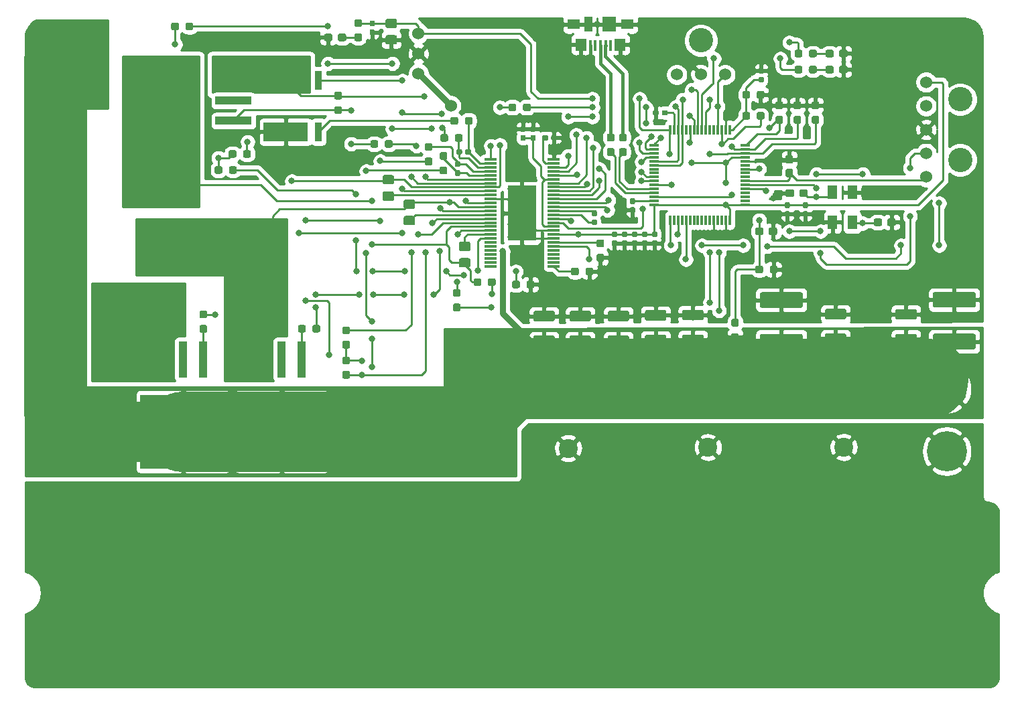
<source format=gbr>
G04 #@! TF.GenerationSoftware,KiCad,Pcbnew,(5.1.4)-1*
G04 #@! TF.CreationDate,2021-08-28T14:03:40-05:00*
G04 #@! TF.ProjectId,Mocos_2021,4d6f636f-735f-4323-9032-312e6b696361,1*
G04 #@! TF.SameCoordinates,Original*
G04 #@! TF.FileFunction,Copper,L1,Top*
G04 #@! TF.FilePolarity,Positive*
%FSLAX46Y46*%
G04 Gerber Fmt 4.6, Leading zero omitted, Abs format (unit mm)*
G04 Created by KiCad (PCBNEW (5.1.4)-1) date 2021-08-28 14:03:40*
%MOMM*%
%LPD*%
G04 APERTURE LIST*
%ADD10C,0.100000*%
%ADD11C,1.175000*%
%ADD12R,3.599180X7.000240*%
%ADD13R,1.501140X0.299720*%
%ADD14R,1.650000X1.300000*%
%ADD15R,1.000000X1.900000*%
%ADD16R,1.800000X1.900000*%
%ADD17R,1.425000X1.550000*%
%ADD18R,0.450000X1.380000*%
%ADD19R,0.889000X2.438400*%
%ADD20R,5.588000X2.438400*%
%ADD21R,1.198880X1.800860*%
%ADD22R,0.300000X1.300480*%
%ADD23R,1.300480X0.300000*%
%ADD24R,1.100000X4.600001*%
%ADD25R,1.100000X4.600000*%
%ADD26R,10.800001X9.399999*%
%ADD27R,4.600001X1.100000*%
%ADD28R,4.600000X1.100000*%
%ADD29R,9.399999X10.800001*%
%ADD30C,1.524000*%
%ADD31C,3.073400*%
%ADD32C,5.080000*%
%ADD33C,0.950000*%
%ADD34C,2.400000*%
%ADD35R,2.400000X2.400000*%
%ADD36C,0.620000*%
%ADD37C,1.325000*%
%ADD38C,1.975000*%
%ADD39C,0.800000*%
%ADD40C,2.032000*%
%ADD41C,0.254000*%
%ADD42C,0.381000*%
%ADD43C,0.762000*%
%ADD44C,10.160000*%
%ADD45C,7.620000*%
%ADD46C,5.080000*%
G04 APERTURE END LIST*
D10*
G36*
X112005504Y-72100704D02*
G01*
X112029773Y-72104304D01*
X112053571Y-72110265D01*
X112076671Y-72118530D01*
X112098849Y-72129020D01*
X112119893Y-72141633D01*
X112139598Y-72156247D01*
X112157777Y-72172723D01*
X112174253Y-72190902D01*
X112188867Y-72210607D01*
X112201480Y-72231651D01*
X112211970Y-72253829D01*
X112220235Y-72276929D01*
X112226196Y-72300727D01*
X112229796Y-72324996D01*
X112231000Y-72349500D01*
X112231000Y-73024500D01*
X112229796Y-73049004D01*
X112226196Y-73073273D01*
X112220235Y-73097071D01*
X112211970Y-73120171D01*
X112201480Y-73142349D01*
X112188867Y-73163393D01*
X112174253Y-73183098D01*
X112157777Y-73201277D01*
X112139598Y-73217753D01*
X112119893Y-73232367D01*
X112098849Y-73244980D01*
X112076671Y-73255470D01*
X112053571Y-73263735D01*
X112029773Y-73269696D01*
X112005504Y-73273296D01*
X111981000Y-73274500D01*
X111031000Y-73274500D01*
X111006496Y-73273296D01*
X110982227Y-73269696D01*
X110958429Y-73263735D01*
X110935329Y-73255470D01*
X110913151Y-73244980D01*
X110892107Y-73232367D01*
X110872402Y-73217753D01*
X110854223Y-73201277D01*
X110837747Y-73183098D01*
X110823133Y-73163393D01*
X110810520Y-73142349D01*
X110800030Y-73120171D01*
X110791765Y-73097071D01*
X110785804Y-73073273D01*
X110782204Y-73049004D01*
X110781000Y-73024500D01*
X110781000Y-72349500D01*
X110782204Y-72324996D01*
X110785804Y-72300727D01*
X110791765Y-72276929D01*
X110800030Y-72253829D01*
X110810520Y-72231651D01*
X110823133Y-72210607D01*
X110837747Y-72190902D01*
X110854223Y-72172723D01*
X110872402Y-72156247D01*
X110892107Y-72141633D01*
X110913151Y-72129020D01*
X110935329Y-72118530D01*
X110958429Y-72110265D01*
X110982227Y-72104304D01*
X111006496Y-72100704D01*
X111031000Y-72099500D01*
X111981000Y-72099500D01*
X112005504Y-72100704D01*
X112005504Y-72100704D01*
G37*
D11*
X111506000Y-72687000D03*
D10*
G36*
X112005504Y-70025704D02*
G01*
X112029773Y-70029304D01*
X112053571Y-70035265D01*
X112076671Y-70043530D01*
X112098849Y-70054020D01*
X112119893Y-70066633D01*
X112139598Y-70081247D01*
X112157777Y-70097723D01*
X112174253Y-70115902D01*
X112188867Y-70135607D01*
X112201480Y-70156651D01*
X112211970Y-70178829D01*
X112220235Y-70201929D01*
X112226196Y-70225727D01*
X112229796Y-70249996D01*
X112231000Y-70274500D01*
X112231000Y-70949500D01*
X112229796Y-70974004D01*
X112226196Y-70998273D01*
X112220235Y-71022071D01*
X112211970Y-71045171D01*
X112201480Y-71067349D01*
X112188867Y-71088393D01*
X112174253Y-71108098D01*
X112157777Y-71126277D01*
X112139598Y-71142753D01*
X112119893Y-71157367D01*
X112098849Y-71169980D01*
X112076671Y-71180470D01*
X112053571Y-71188735D01*
X112029773Y-71194696D01*
X112005504Y-71198296D01*
X111981000Y-71199500D01*
X111031000Y-71199500D01*
X111006496Y-71198296D01*
X110982227Y-71194696D01*
X110958429Y-71188735D01*
X110935329Y-71180470D01*
X110913151Y-71169980D01*
X110892107Y-71157367D01*
X110872402Y-71142753D01*
X110854223Y-71126277D01*
X110837747Y-71108098D01*
X110823133Y-71088393D01*
X110810520Y-71067349D01*
X110800030Y-71045171D01*
X110791765Y-71022071D01*
X110785804Y-70998273D01*
X110782204Y-70974004D01*
X110781000Y-70949500D01*
X110781000Y-70274500D01*
X110782204Y-70249996D01*
X110785804Y-70225727D01*
X110791765Y-70201929D01*
X110800030Y-70178829D01*
X110810520Y-70156651D01*
X110823133Y-70135607D01*
X110837747Y-70115902D01*
X110854223Y-70097723D01*
X110872402Y-70081247D01*
X110892107Y-70066633D01*
X110913151Y-70054020D01*
X110935329Y-70043530D01*
X110958429Y-70035265D01*
X110982227Y-70029304D01*
X111006496Y-70025704D01*
X111031000Y-70024500D01*
X111981000Y-70024500D01*
X112005504Y-70025704D01*
X112005504Y-70025704D01*
G37*
D11*
X111506000Y-70612000D03*
D12*
X128016000Y-94615000D03*
D13*
X124015500Y-101310440D03*
X124015500Y-100812600D03*
X124015500Y-100312220D03*
X124015500Y-99811840D03*
X124015500Y-99311460D03*
X124015500Y-98811080D03*
X124015500Y-98310700D03*
X124015500Y-97812860D03*
X132016500Y-87812880D03*
X132016500Y-88310720D03*
X132016500Y-88811100D03*
X132016500Y-89311480D03*
X132016500Y-96311720D03*
X132016500Y-96812100D03*
X132016500Y-97312480D03*
X132016500Y-97812860D03*
X132016500Y-98310700D03*
X132016500Y-98811080D03*
X132016500Y-99311460D03*
X132016500Y-99811840D03*
X132016500Y-100312220D03*
X132016500Y-100812600D03*
X132016500Y-101310440D03*
X132016500Y-89811860D03*
X132016500Y-90312240D03*
X132016500Y-90812620D03*
X132016500Y-91310460D03*
X132016500Y-91810840D03*
X132016500Y-92311220D03*
X132016500Y-92811600D03*
X124015500Y-89311480D03*
X132016500Y-93812360D03*
X132016500Y-94312740D03*
X132016500Y-94810580D03*
X132016500Y-95310960D03*
X132016500Y-95811340D03*
X124015500Y-91810840D03*
X124015500Y-91310460D03*
X124015500Y-90812620D03*
X124015500Y-90312240D03*
X124015500Y-89811860D03*
X132016500Y-93311980D03*
X124015500Y-88811100D03*
X124015500Y-88310720D03*
X124015500Y-87812880D03*
X124015500Y-97312480D03*
X124015500Y-96812100D03*
X124015500Y-96311720D03*
X124015500Y-95811340D03*
X124015500Y-95310960D03*
X124015500Y-94810580D03*
X124015500Y-94312740D03*
X124015500Y-93812360D03*
X124015500Y-93311980D03*
X124015500Y-92811600D03*
X124015500Y-92311220D03*
D14*
X134547000Y-70739000D03*
X141297000Y-70739000D03*
D15*
X136372000Y-70739000D03*
D16*
X139072000Y-70739000D03*
D17*
X140409500Y-73314000D03*
X135434500Y-73314000D03*
D18*
X136622000Y-73399000D03*
X137272000Y-73399000D03*
X137922000Y-73399000D03*
X138572000Y-73399000D03*
X139222000Y-73399000D03*
D19*
X102298500Y-84328000D03*
X102298500Y-77851000D03*
D20*
X98171000Y-84328000D03*
X98171000Y-77851000D03*
D21*
X169758360Y-95758000D03*
X167259000Y-95758000D03*
X167259000Y-91958160D03*
X169758360Y-91958160D03*
D22*
X154244040Y-95539560D03*
X153746200Y-95539560D03*
X153245820Y-95539560D03*
X152745440Y-95539560D03*
X152245060Y-95539560D03*
D23*
X144744440Y-93538040D03*
X144744440Y-93040200D03*
X144744440Y-92539820D03*
X144744440Y-92039440D03*
X144744440Y-91539060D03*
D22*
X146745960Y-84038440D03*
X147243800Y-84038440D03*
X147744180Y-84038440D03*
X148244560Y-84038440D03*
X148744940Y-84038440D03*
D23*
X156245560Y-86039960D03*
X156245560Y-86537800D03*
X156245560Y-87038180D03*
X156245560Y-87538560D03*
X156245560Y-88038940D03*
D22*
X151744680Y-95539560D03*
X151244300Y-95539560D03*
X150743920Y-95539560D03*
D23*
X144744440Y-91038680D03*
X144744440Y-90538300D03*
X144744440Y-90037920D03*
D22*
X149245320Y-84038440D03*
X149745700Y-84038440D03*
X150246080Y-84038440D03*
D23*
X156245560Y-88539320D03*
X156245560Y-89039700D03*
X156245560Y-89540080D03*
D22*
X150246080Y-95539560D03*
X149745700Y-95539560D03*
X149245320Y-95539560D03*
X148744940Y-95539560D03*
X148244560Y-95539560D03*
X147744180Y-95539560D03*
X147243800Y-95539560D03*
X146745960Y-95539560D03*
D23*
X144744440Y-89540080D03*
X144744440Y-89039700D03*
X144744440Y-88539320D03*
X144744440Y-88038940D03*
X144744440Y-87538560D03*
X144744440Y-87038180D03*
X144744440Y-86537800D03*
X144744440Y-86039960D03*
D22*
X150743920Y-84038440D03*
X151244300Y-84038440D03*
X151744680Y-84038440D03*
X152245060Y-84038440D03*
X152745440Y-84038440D03*
X153245820Y-84038440D03*
X153746200Y-84038440D03*
X154244040Y-84038440D03*
D23*
X156245560Y-92539820D03*
X156245560Y-93040200D03*
X156245560Y-93538040D03*
X156245560Y-90037920D03*
X156245560Y-90538300D03*
X156245560Y-91038680D03*
X156245560Y-91539060D03*
X156245560Y-92039440D03*
D24*
X87757000Y-113097000D03*
X85217000Y-113097000D03*
D25*
X82677000Y-113097000D03*
D26*
X85217000Y-122247000D03*
D24*
X100203000Y-113097000D03*
X97663000Y-113097000D03*
D25*
X95123000Y-113097000D03*
D26*
X97663000Y-122247000D03*
D27*
X91573000Y-82931000D03*
X91573000Y-80391000D03*
D28*
X91573000Y-77851000D03*
D29*
X82423000Y-80391000D03*
D30*
X114935000Y-71882000D03*
X114935000Y-74422000D03*
X114935000Y-76962000D03*
X179070000Y-87045800D03*
X179070000Y-84048600D03*
D31*
X183388000Y-80213200D03*
D30*
X179070000Y-81051400D03*
X179070000Y-78054200D03*
D31*
X183388000Y-87884000D03*
D30*
X179070000Y-90043000D03*
X153670000Y-77089000D03*
D31*
X150622000Y-72771000D03*
D30*
X150622000Y-77089000D03*
X147574000Y-77089000D03*
D32*
X181685600Y-116840000D03*
X181685600Y-124714000D03*
X82677000Y-91059000D03*
X82677000Y-98933000D03*
X82677000Y-106807000D03*
D10*
G36*
X106051779Y-112750644D02*
G01*
X106074834Y-112754063D01*
X106097443Y-112759727D01*
X106119387Y-112767579D01*
X106140457Y-112777544D01*
X106160448Y-112789526D01*
X106179168Y-112803410D01*
X106196438Y-112819062D01*
X106212090Y-112836332D01*
X106225974Y-112855052D01*
X106237956Y-112875043D01*
X106247921Y-112896113D01*
X106255773Y-112918057D01*
X106261437Y-112940666D01*
X106264856Y-112963721D01*
X106266000Y-112987000D01*
X106266000Y-113487000D01*
X106264856Y-113510279D01*
X106261437Y-113533334D01*
X106255773Y-113555943D01*
X106247921Y-113577887D01*
X106237956Y-113598957D01*
X106225974Y-113618948D01*
X106212090Y-113637668D01*
X106196438Y-113654938D01*
X106179168Y-113670590D01*
X106160448Y-113684474D01*
X106140457Y-113696456D01*
X106119387Y-113706421D01*
X106097443Y-113714273D01*
X106074834Y-113719937D01*
X106051779Y-113723356D01*
X106028500Y-113724500D01*
X105553500Y-113724500D01*
X105530221Y-113723356D01*
X105507166Y-113719937D01*
X105484557Y-113714273D01*
X105462613Y-113706421D01*
X105441543Y-113696456D01*
X105421552Y-113684474D01*
X105402832Y-113670590D01*
X105385562Y-113654938D01*
X105369910Y-113637668D01*
X105356026Y-113618948D01*
X105344044Y-113598957D01*
X105334079Y-113577887D01*
X105326227Y-113555943D01*
X105320563Y-113533334D01*
X105317144Y-113510279D01*
X105316000Y-113487000D01*
X105316000Y-112987000D01*
X105317144Y-112963721D01*
X105320563Y-112940666D01*
X105326227Y-112918057D01*
X105334079Y-112896113D01*
X105344044Y-112875043D01*
X105356026Y-112855052D01*
X105369910Y-112836332D01*
X105385562Y-112819062D01*
X105402832Y-112803410D01*
X105421552Y-112789526D01*
X105441543Y-112777544D01*
X105462613Y-112767579D01*
X105484557Y-112759727D01*
X105507166Y-112754063D01*
X105530221Y-112750644D01*
X105553500Y-112749500D01*
X106028500Y-112749500D01*
X106051779Y-112750644D01*
X106051779Y-112750644D01*
G37*
D33*
X105791000Y-113237000D03*
D10*
G36*
X106051779Y-114575644D02*
G01*
X106074834Y-114579063D01*
X106097443Y-114584727D01*
X106119387Y-114592579D01*
X106140457Y-114602544D01*
X106160448Y-114614526D01*
X106179168Y-114628410D01*
X106196438Y-114644062D01*
X106212090Y-114661332D01*
X106225974Y-114680052D01*
X106237956Y-114700043D01*
X106247921Y-114721113D01*
X106255773Y-114743057D01*
X106261437Y-114765666D01*
X106264856Y-114788721D01*
X106266000Y-114812000D01*
X106266000Y-115312000D01*
X106264856Y-115335279D01*
X106261437Y-115358334D01*
X106255773Y-115380943D01*
X106247921Y-115402887D01*
X106237956Y-115423957D01*
X106225974Y-115443948D01*
X106212090Y-115462668D01*
X106196438Y-115479938D01*
X106179168Y-115495590D01*
X106160448Y-115509474D01*
X106140457Y-115521456D01*
X106119387Y-115531421D01*
X106097443Y-115539273D01*
X106074834Y-115544937D01*
X106051779Y-115548356D01*
X106028500Y-115549500D01*
X105553500Y-115549500D01*
X105530221Y-115548356D01*
X105507166Y-115544937D01*
X105484557Y-115539273D01*
X105462613Y-115531421D01*
X105441543Y-115521456D01*
X105421552Y-115509474D01*
X105402832Y-115495590D01*
X105385562Y-115479938D01*
X105369910Y-115462668D01*
X105356026Y-115443948D01*
X105344044Y-115423957D01*
X105334079Y-115402887D01*
X105326227Y-115380943D01*
X105320563Y-115358334D01*
X105317144Y-115335279D01*
X105316000Y-115312000D01*
X105316000Y-114812000D01*
X105317144Y-114788721D01*
X105320563Y-114765666D01*
X105326227Y-114743057D01*
X105334079Y-114721113D01*
X105344044Y-114700043D01*
X105356026Y-114680052D01*
X105369910Y-114661332D01*
X105385562Y-114644062D01*
X105402832Y-114628410D01*
X105421552Y-114614526D01*
X105441543Y-114602544D01*
X105462613Y-114592579D01*
X105484557Y-114584727D01*
X105507166Y-114579063D01*
X105530221Y-114575644D01*
X105553500Y-114574500D01*
X106028500Y-114574500D01*
X106051779Y-114575644D01*
X106051779Y-114575644D01*
G37*
D33*
X105791000Y-115062000D03*
D10*
G36*
X106051779Y-108940644D02*
G01*
X106074834Y-108944063D01*
X106097443Y-108949727D01*
X106119387Y-108957579D01*
X106140457Y-108967544D01*
X106160448Y-108979526D01*
X106179168Y-108993410D01*
X106196438Y-109009062D01*
X106212090Y-109026332D01*
X106225974Y-109045052D01*
X106237956Y-109065043D01*
X106247921Y-109086113D01*
X106255773Y-109108057D01*
X106261437Y-109130666D01*
X106264856Y-109153721D01*
X106266000Y-109177000D01*
X106266000Y-109677000D01*
X106264856Y-109700279D01*
X106261437Y-109723334D01*
X106255773Y-109745943D01*
X106247921Y-109767887D01*
X106237956Y-109788957D01*
X106225974Y-109808948D01*
X106212090Y-109827668D01*
X106196438Y-109844938D01*
X106179168Y-109860590D01*
X106160448Y-109874474D01*
X106140457Y-109886456D01*
X106119387Y-109896421D01*
X106097443Y-109904273D01*
X106074834Y-109909937D01*
X106051779Y-109913356D01*
X106028500Y-109914500D01*
X105553500Y-109914500D01*
X105530221Y-109913356D01*
X105507166Y-109909937D01*
X105484557Y-109904273D01*
X105462613Y-109896421D01*
X105441543Y-109886456D01*
X105421552Y-109874474D01*
X105402832Y-109860590D01*
X105385562Y-109844938D01*
X105369910Y-109827668D01*
X105356026Y-109808948D01*
X105344044Y-109788957D01*
X105334079Y-109767887D01*
X105326227Y-109745943D01*
X105320563Y-109723334D01*
X105317144Y-109700279D01*
X105316000Y-109677000D01*
X105316000Y-109177000D01*
X105317144Y-109153721D01*
X105320563Y-109130666D01*
X105326227Y-109108057D01*
X105334079Y-109086113D01*
X105344044Y-109065043D01*
X105356026Y-109045052D01*
X105369910Y-109026332D01*
X105385562Y-109009062D01*
X105402832Y-108993410D01*
X105421552Y-108979526D01*
X105441543Y-108967544D01*
X105462613Y-108957579D01*
X105484557Y-108949727D01*
X105507166Y-108944063D01*
X105530221Y-108940644D01*
X105553500Y-108939500D01*
X106028500Y-108939500D01*
X106051779Y-108940644D01*
X106051779Y-108940644D01*
G37*
D33*
X105791000Y-109427000D03*
D10*
G36*
X106051779Y-110765644D02*
G01*
X106074834Y-110769063D01*
X106097443Y-110774727D01*
X106119387Y-110782579D01*
X106140457Y-110792544D01*
X106160448Y-110804526D01*
X106179168Y-110818410D01*
X106196438Y-110834062D01*
X106212090Y-110851332D01*
X106225974Y-110870052D01*
X106237956Y-110890043D01*
X106247921Y-110911113D01*
X106255773Y-110933057D01*
X106261437Y-110955666D01*
X106264856Y-110978721D01*
X106266000Y-111002000D01*
X106266000Y-111502000D01*
X106264856Y-111525279D01*
X106261437Y-111548334D01*
X106255773Y-111570943D01*
X106247921Y-111592887D01*
X106237956Y-111613957D01*
X106225974Y-111633948D01*
X106212090Y-111652668D01*
X106196438Y-111669938D01*
X106179168Y-111685590D01*
X106160448Y-111699474D01*
X106140457Y-111711456D01*
X106119387Y-111721421D01*
X106097443Y-111729273D01*
X106074834Y-111734937D01*
X106051779Y-111738356D01*
X106028500Y-111739500D01*
X105553500Y-111739500D01*
X105530221Y-111738356D01*
X105507166Y-111734937D01*
X105484557Y-111729273D01*
X105462613Y-111721421D01*
X105441543Y-111711456D01*
X105421552Y-111699474D01*
X105402832Y-111685590D01*
X105385562Y-111669938D01*
X105369910Y-111652668D01*
X105356026Y-111633948D01*
X105344044Y-111613957D01*
X105334079Y-111592887D01*
X105326227Y-111570943D01*
X105320563Y-111548334D01*
X105317144Y-111525279D01*
X105316000Y-111502000D01*
X105316000Y-111002000D01*
X105317144Y-110978721D01*
X105320563Y-110955666D01*
X105326227Y-110933057D01*
X105334079Y-110911113D01*
X105344044Y-110890043D01*
X105356026Y-110870052D01*
X105369910Y-110851332D01*
X105385562Y-110834062D01*
X105402832Y-110818410D01*
X105421552Y-110804526D01*
X105441543Y-110792544D01*
X105462613Y-110782579D01*
X105484557Y-110774727D01*
X105507166Y-110769063D01*
X105530221Y-110765644D01*
X105553500Y-110764500D01*
X106028500Y-110764500D01*
X106051779Y-110765644D01*
X106051779Y-110765644D01*
G37*
D33*
X105791000Y-111252000D03*
D10*
G36*
X88017779Y-106932144D02*
G01*
X88040834Y-106935563D01*
X88063443Y-106941227D01*
X88085387Y-106949079D01*
X88106457Y-106959044D01*
X88126448Y-106971026D01*
X88145168Y-106984910D01*
X88162438Y-107000562D01*
X88178090Y-107017832D01*
X88191974Y-107036552D01*
X88203956Y-107056543D01*
X88213921Y-107077613D01*
X88221773Y-107099557D01*
X88227437Y-107122166D01*
X88230856Y-107145221D01*
X88232000Y-107168500D01*
X88232000Y-107668500D01*
X88230856Y-107691779D01*
X88227437Y-107714834D01*
X88221773Y-107737443D01*
X88213921Y-107759387D01*
X88203956Y-107780457D01*
X88191974Y-107800448D01*
X88178090Y-107819168D01*
X88162438Y-107836438D01*
X88145168Y-107852090D01*
X88126448Y-107865974D01*
X88106457Y-107877956D01*
X88085387Y-107887921D01*
X88063443Y-107895773D01*
X88040834Y-107901437D01*
X88017779Y-107904856D01*
X87994500Y-107906000D01*
X87519500Y-107906000D01*
X87496221Y-107904856D01*
X87473166Y-107901437D01*
X87450557Y-107895773D01*
X87428613Y-107887921D01*
X87407543Y-107877956D01*
X87387552Y-107865974D01*
X87368832Y-107852090D01*
X87351562Y-107836438D01*
X87335910Y-107819168D01*
X87322026Y-107800448D01*
X87310044Y-107780457D01*
X87300079Y-107759387D01*
X87292227Y-107737443D01*
X87286563Y-107714834D01*
X87283144Y-107691779D01*
X87282000Y-107668500D01*
X87282000Y-107168500D01*
X87283144Y-107145221D01*
X87286563Y-107122166D01*
X87292227Y-107099557D01*
X87300079Y-107077613D01*
X87310044Y-107056543D01*
X87322026Y-107036552D01*
X87335910Y-107017832D01*
X87351562Y-107000562D01*
X87368832Y-106984910D01*
X87387552Y-106971026D01*
X87407543Y-106959044D01*
X87428613Y-106949079D01*
X87450557Y-106941227D01*
X87473166Y-106935563D01*
X87496221Y-106932144D01*
X87519500Y-106931000D01*
X87994500Y-106931000D01*
X88017779Y-106932144D01*
X88017779Y-106932144D01*
G37*
D33*
X87757000Y-107418500D03*
D10*
G36*
X88017779Y-108757144D02*
G01*
X88040834Y-108760563D01*
X88063443Y-108766227D01*
X88085387Y-108774079D01*
X88106457Y-108784044D01*
X88126448Y-108796026D01*
X88145168Y-108809910D01*
X88162438Y-108825562D01*
X88178090Y-108842832D01*
X88191974Y-108861552D01*
X88203956Y-108881543D01*
X88213921Y-108902613D01*
X88221773Y-108924557D01*
X88227437Y-108947166D01*
X88230856Y-108970221D01*
X88232000Y-108993500D01*
X88232000Y-109493500D01*
X88230856Y-109516779D01*
X88227437Y-109539834D01*
X88221773Y-109562443D01*
X88213921Y-109584387D01*
X88203956Y-109605457D01*
X88191974Y-109625448D01*
X88178090Y-109644168D01*
X88162438Y-109661438D01*
X88145168Y-109677090D01*
X88126448Y-109690974D01*
X88106457Y-109702956D01*
X88085387Y-109712921D01*
X88063443Y-109720773D01*
X88040834Y-109726437D01*
X88017779Y-109729856D01*
X87994500Y-109731000D01*
X87519500Y-109731000D01*
X87496221Y-109729856D01*
X87473166Y-109726437D01*
X87450557Y-109720773D01*
X87428613Y-109712921D01*
X87407543Y-109702956D01*
X87387552Y-109690974D01*
X87368832Y-109677090D01*
X87351562Y-109661438D01*
X87335910Y-109644168D01*
X87322026Y-109625448D01*
X87310044Y-109605457D01*
X87300079Y-109584387D01*
X87292227Y-109562443D01*
X87286563Y-109539834D01*
X87283144Y-109516779D01*
X87282000Y-109493500D01*
X87282000Y-108993500D01*
X87283144Y-108970221D01*
X87286563Y-108947166D01*
X87292227Y-108924557D01*
X87300079Y-108902613D01*
X87310044Y-108881543D01*
X87322026Y-108861552D01*
X87335910Y-108842832D01*
X87351562Y-108825562D01*
X87368832Y-108809910D01*
X87387552Y-108796026D01*
X87407543Y-108784044D01*
X87428613Y-108774079D01*
X87450557Y-108766227D01*
X87473166Y-108760563D01*
X87496221Y-108757144D01*
X87519500Y-108756000D01*
X87994500Y-108756000D01*
X88017779Y-108757144D01*
X88017779Y-108757144D01*
G37*
D33*
X87757000Y-109243500D03*
D10*
G36*
X91713279Y-86648144D02*
G01*
X91736334Y-86651563D01*
X91758943Y-86657227D01*
X91780887Y-86665079D01*
X91801957Y-86675044D01*
X91821948Y-86687026D01*
X91840668Y-86700910D01*
X91857938Y-86716562D01*
X91873590Y-86733832D01*
X91887474Y-86752552D01*
X91899456Y-86772543D01*
X91909421Y-86793613D01*
X91917273Y-86815557D01*
X91922937Y-86838166D01*
X91926356Y-86861221D01*
X91927500Y-86884500D01*
X91927500Y-87359500D01*
X91926356Y-87382779D01*
X91922937Y-87405834D01*
X91917273Y-87428443D01*
X91909421Y-87450387D01*
X91899456Y-87471457D01*
X91887474Y-87491448D01*
X91873590Y-87510168D01*
X91857938Y-87527438D01*
X91840668Y-87543090D01*
X91821948Y-87556974D01*
X91801957Y-87568956D01*
X91780887Y-87578921D01*
X91758943Y-87586773D01*
X91736334Y-87592437D01*
X91713279Y-87595856D01*
X91690000Y-87597000D01*
X91190000Y-87597000D01*
X91166721Y-87595856D01*
X91143666Y-87592437D01*
X91121057Y-87586773D01*
X91099113Y-87578921D01*
X91078043Y-87568956D01*
X91058052Y-87556974D01*
X91039332Y-87543090D01*
X91022062Y-87527438D01*
X91006410Y-87510168D01*
X90992526Y-87491448D01*
X90980544Y-87471457D01*
X90970579Y-87450387D01*
X90962727Y-87428443D01*
X90957063Y-87405834D01*
X90953644Y-87382779D01*
X90952500Y-87359500D01*
X90952500Y-86884500D01*
X90953644Y-86861221D01*
X90957063Y-86838166D01*
X90962727Y-86815557D01*
X90970579Y-86793613D01*
X90980544Y-86772543D01*
X90992526Y-86752552D01*
X91006410Y-86733832D01*
X91022062Y-86716562D01*
X91039332Y-86700910D01*
X91058052Y-86687026D01*
X91078043Y-86675044D01*
X91099113Y-86665079D01*
X91121057Y-86657227D01*
X91143666Y-86651563D01*
X91166721Y-86648144D01*
X91190000Y-86647000D01*
X91690000Y-86647000D01*
X91713279Y-86648144D01*
X91713279Y-86648144D01*
G37*
D33*
X91440000Y-87122000D03*
D10*
G36*
X93538279Y-86648144D02*
G01*
X93561334Y-86651563D01*
X93583943Y-86657227D01*
X93605887Y-86665079D01*
X93626957Y-86675044D01*
X93646948Y-86687026D01*
X93665668Y-86700910D01*
X93682938Y-86716562D01*
X93698590Y-86733832D01*
X93712474Y-86752552D01*
X93724456Y-86772543D01*
X93734421Y-86793613D01*
X93742273Y-86815557D01*
X93747937Y-86838166D01*
X93751356Y-86861221D01*
X93752500Y-86884500D01*
X93752500Y-87359500D01*
X93751356Y-87382779D01*
X93747937Y-87405834D01*
X93742273Y-87428443D01*
X93734421Y-87450387D01*
X93724456Y-87471457D01*
X93712474Y-87491448D01*
X93698590Y-87510168D01*
X93682938Y-87527438D01*
X93665668Y-87543090D01*
X93646948Y-87556974D01*
X93626957Y-87568956D01*
X93605887Y-87578921D01*
X93583943Y-87586773D01*
X93561334Y-87592437D01*
X93538279Y-87595856D01*
X93515000Y-87597000D01*
X93015000Y-87597000D01*
X92991721Y-87595856D01*
X92968666Y-87592437D01*
X92946057Y-87586773D01*
X92924113Y-87578921D01*
X92903043Y-87568956D01*
X92883052Y-87556974D01*
X92864332Y-87543090D01*
X92847062Y-87527438D01*
X92831410Y-87510168D01*
X92817526Y-87491448D01*
X92805544Y-87471457D01*
X92795579Y-87450387D01*
X92787727Y-87428443D01*
X92782063Y-87405834D01*
X92778644Y-87382779D01*
X92777500Y-87359500D01*
X92777500Y-86884500D01*
X92778644Y-86861221D01*
X92782063Y-86838166D01*
X92787727Y-86815557D01*
X92795579Y-86793613D01*
X92805544Y-86772543D01*
X92817526Y-86752552D01*
X92831410Y-86733832D01*
X92847062Y-86716562D01*
X92864332Y-86700910D01*
X92883052Y-86687026D01*
X92903043Y-86675044D01*
X92924113Y-86665079D01*
X92946057Y-86657227D01*
X92968666Y-86651563D01*
X92991721Y-86648144D01*
X93015000Y-86647000D01*
X93515000Y-86647000D01*
X93538279Y-86648144D01*
X93538279Y-86648144D01*
G37*
D33*
X93265000Y-87122000D03*
D10*
G36*
X91760279Y-88680144D02*
G01*
X91783334Y-88683563D01*
X91805943Y-88689227D01*
X91827887Y-88697079D01*
X91848957Y-88707044D01*
X91868948Y-88719026D01*
X91887668Y-88732910D01*
X91904938Y-88748562D01*
X91920590Y-88765832D01*
X91934474Y-88784552D01*
X91946456Y-88804543D01*
X91956421Y-88825613D01*
X91964273Y-88847557D01*
X91969937Y-88870166D01*
X91973356Y-88893221D01*
X91974500Y-88916500D01*
X91974500Y-89391500D01*
X91973356Y-89414779D01*
X91969937Y-89437834D01*
X91964273Y-89460443D01*
X91956421Y-89482387D01*
X91946456Y-89503457D01*
X91934474Y-89523448D01*
X91920590Y-89542168D01*
X91904938Y-89559438D01*
X91887668Y-89575090D01*
X91868948Y-89588974D01*
X91848957Y-89600956D01*
X91827887Y-89610921D01*
X91805943Y-89618773D01*
X91783334Y-89624437D01*
X91760279Y-89627856D01*
X91737000Y-89629000D01*
X91237000Y-89629000D01*
X91213721Y-89627856D01*
X91190666Y-89624437D01*
X91168057Y-89618773D01*
X91146113Y-89610921D01*
X91125043Y-89600956D01*
X91105052Y-89588974D01*
X91086332Y-89575090D01*
X91069062Y-89559438D01*
X91053410Y-89542168D01*
X91039526Y-89523448D01*
X91027544Y-89503457D01*
X91017579Y-89482387D01*
X91009727Y-89460443D01*
X91004063Y-89437834D01*
X91000644Y-89414779D01*
X90999500Y-89391500D01*
X90999500Y-88916500D01*
X91000644Y-88893221D01*
X91004063Y-88870166D01*
X91009727Y-88847557D01*
X91017579Y-88825613D01*
X91027544Y-88804543D01*
X91039526Y-88784552D01*
X91053410Y-88765832D01*
X91069062Y-88748562D01*
X91086332Y-88732910D01*
X91105052Y-88719026D01*
X91125043Y-88707044D01*
X91146113Y-88697079D01*
X91168057Y-88689227D01*
X91190666Y-88683563D01*
X91213721Y-88680144D01*
X91237000Y-88679000D01*
X91737000Y-88679000D01*
X91760279Y-88680144D01*
X91760279Y-88680144D01*
G37*
D33*
X91487000Y-89154000D03*
D10*
G36*
X89935279Y-88680144D02*
G01*
X89958334Y-88683563D01*
X89980943Y-88689227D01*
X90002887Y-88697079D01*
X90023957Y-88707044D01*
X90043948Y-88719026D01*
X90062668Y-88732910D01*
X90079938Y-88748562D01*
X90095590Y-88765832D01*
X90109474Y-88784552D01*
X90121456Y-88804543D01*
X90131421Y-88825613D01*
X90139273Y-88847557D01*
X90144937Y-88870166D01*
X90148356Y-88893221D01*
X90149500Y-88916500D01*
X90149500Y-89391500D01*
X90148356Y-89414779D01*
X90144937Y-89437834D01*
X90139273Y-89460443D01*
X90131421Y-89482387D01*
X90121456Y-89503457D01*
X90109474Y-89523448D01*
X90095590Y-89542168D01*
X90079938Y-89559438D01*
X90062668Y-89575090D01*
X90043948Y-89588974D01*
X90023957Y-89600956D01*
X90002887Y-89610921D01*
X89980943Y-89618773D01*
X89958334Y-89624437D01*
X89935279Y-89627856D01*
X89912000Y-89629000D01*
X89412000Y-89629000D01*
X89388721Y-89627856D01*
X89365666Y-89624437D01*
X89343057Y-89618773D01*
X89321113Y-89610921D01*
X89300043Y-89600956D01*
X89280052Y-89588974D01*
X89261332Y-89575090D01*
X89244062Y-89559438D01*
X89228410Y-89542168D01*
X89214526Y-89523448D01*
X89202544Y-89503457D01*
X89192579Y-89482387D01*
X89184727Y-89460443D01*
X89179063Y-89437834D01*
X89175644Y-89414779D01*
X89174500Y-89391500D01*
X89174500Y-88916500D01*
X89175644Y-88893221D01*
X89179063Y-88870166D01*
X89184727Y-88847557D01*
X89192579Y-88825613D01*
X89202544Y-88804543D01*
X89214526Y-88784552D01*
X89228410Y-88765832D01*
X89244062Y-88748562D01*
X89261332Y-88732910D01*
X89280052Y-88719026D01*
X89300043Y-88707044D01*
X89321113Y-88697079D01*
X89343057Y-88689227D01*
X89365666Y-88683563D01*
X89388721Y-88680144D01*
X89412000Y-88679000D01*
X89912000Y-88679000D01*
X89935279Y-88680144D01*
X89935279Y-88680144D01*
G37*
D33*
X89662000Y-89154000D03*
D10*
G36*
X102301279Y-108746144D02*
G01*
X102324334Y-108749563D01*
X102346943Y-108755227D01*
X102368887Y-108763079D01*
X102389957Y-108773044D01*
X102409948Y-108785026D01*
X102428668Y-108798910D01*
X102445938Y-108814562D01*
X102461590Y-108831832D01*
X102475474Y-108850552D01*
X102487456Y-108870543D01*
X102497421Y-108891613D01*
X102505273Y-108913557D01*
X102510937Y-108936166D01*
X102514356Y-108959221D01*
X102515500Y-108982500D01*
X102515500Y-109457500D01*
X102514356Y-109480779D01*
X102510937Y-109503834D01*
X102505273Y-109526443D01*
X102497421Y-109548387D01*
X102487456Y-109569457D01*
X102475474Y-109589448D01*
X102461590Y-109608168D01*
X102445938Y-109625438D01*
X102428668Y-109641090D01*
X102409948Y-109654974D01*
X102389957Y-109666956D01*
X102368887Y-109676921D01*
X102346943Y-109684773D01*
X102324334Y-109690437D01*
X102301279Y-109693856D01*
X102278000Y-109695000D01*
X101778000Y-109695000D01*
X101754721Y-109693856D01*
X101731666Y-109690437D01*
X101709057Y-109684773D01*
X101687113Y-109676921D01*
X101666043Y-109666956D01*
X101646052Y-109654974D01*
X101627332Y-109641090D01*
X101610062Y-109625438D01*
X101594410Y-109608168D01*
X101580526Y-109589448D01*
X101568544Y-109569457D01*
X101558579Y-109548387D01*
X101550727Y-109526443D01*
X101545063Y-109503834D01*
X101541644Y-109480779D01*
X101540500Y-109457500D01*
X101540500Y-108982500D01*
X101541644Y-108959221D01*
X101545063Y-108936166D01*
X101550727Y-108913557D01*
X101558579Y-108891613D01*
X101568544Y-108870543D01*
X101580526Y-108850552D01*
X101594410Y-108831832D01*
X101610062Y-108814562D01*
X101627332Y-108798910D01*
X101646052Y-108785026D01*
X101666043Y-108773044D01*
X101687113Y-108763079D01*
X101709057Y-108755227D01*
X101731666Y-108749563D01*
X101754721Y-108746144D01*
X101778000Y-108745000D01*
X102278000Y-108745000D01*
X102301279Y-108746144D01*
X102301279Y-108746144D01*
G37*
D33*
X102028000Y-109220000D03*
D10*
G36*
X100476279Y-108746144D02*
G01*
X100499334Y-108749563D01*
X100521943Y-108755227D01*
X100543887Y-108763079D01*
X100564957Y-108773044D01*
X100584948Y-108785026D01*
X100603668Y-108798910D01*
X100620938Y-108814562D01*
X100636590Y-108831832D01*
X100650474Y-108850552D01*
X100662456Y-108870543D01*
X100672421Y-108891613D01*
X100680273Y-108913557D01*
X100685937Y-108936166D01*
X100689356Y-108959221D01*
X100690500Y-108982500D01*
X100690500Y-109457500D01*
X100689356Y-109480779D01*
X100685937Y-109503834D01*
X100680273Y-109526443D01*
X100672421Y-109548387D01*
X100662456Y-109569457D01*
X100650474Y-109589448D01*
X100636590Y-109608168D01*
X100620938Y-109625438D01*
X100603668Y-109641090D01*
X100584948Y-109654974D01*
X100564957Y-109666956D01*
X100543887Y-109676921D01*
X100521943Y-109684773D01*
X100499334Y-109690437D01*
X100476279Y-109693856D01*
X100453000Y-109695000D01*
X99953000Y-109695000D01*
X99929721Y-109693856D01*
X99906666Y-109690437D01*
X99884057Y-109684773D01*
X99862113Y-109676921D01*
X99841043Y-109666956D01*
X99821052Y-109654974D01*
X99802332Y-109641090D01*
X99785062Y-109625438D01*
X99769410Y-109608168D01*
X99755526Y-109589448D01*
X99743544Y-109569457D01*
X99733579Y-109548387D01*
X99725727Y-109526443D01*
X99720063Y-109503834D01*
X99716644Y-109480779D01*
X99715500Y-109457500D01*
X99715500Y-108982500D01*
X99716644Y-108959221D01*
X99720063Y-108936166D01*
X99725727Y-108913557D01*
X99733579Y-108891613D01*
X99743544Y-108870543D01*
X99755526Y-108850552D01*
X99769410Y-108831832D01*
X99785062Y-108814562D01*
X99802332Y-108798910D01*
X99821052Y-108785026D01*
X99841043Y-108773044D01*
X99862113Y-108763079D01*
X99884057Y-108755227D01*
X99906666Y-108749563D01*
X99929721Y-108746144D01*
X99953000Y-108745000D01*
X100453000Y-108745000D01*
X100476279Y-108746144D01*
X100476279Y-108746144D01*
G37*
D33*
X100203000Y-109220000D03*
D10*
G36*
X105035779Y-81094644D02*
G01*
X105058834Y-81098063D01*
X105081443Y-81103727D01*
X105103387Y-81111579D01*
X105124457Y-81121544D01*
X105144448Y-81133526D01*
X105163168Y-81147410D01*
X105180438Y-81163062D01*
X105196090Y-81180332D01*
X105209974Y-81199052D01*
X105221956Y-81219043D01*
X105231921Y-81240113D01*
X105239773Y-81262057D01*
X105245437Y-81284666D01*
X105248856Y-81307721D01*
X105250000Y-81331000D01*
X105250000Y-81831000D01*
X105248856Y-81854279D01*
X105245437Y-81877334D01*
X105239773Y-81899943D01*
X105231921Y-81921887D01*
X105221956Y-81942957D01*
X105209974Y-81962948D01*
X105196090Y-81981668D01*
X105180438Y-81998938D01*
X105163168Y-82014590D01*
X105144448Y-82028474D01*
X105124457Y-82040456D01*
X105103387Y-82050421D01*
X105081443Y-82058273D01*
X105058834Y-82063937D01*
X105035779Y-82067356D01*
X105012500Y-82068500D01*
X104537500Y-82068500D01*
X104514221Y-82067356D01*
X104491166Y-82063937D01*
X104468557Y-82058273D01*
X104446613Y-82050421D01*
X104425543Y-82040456D01*
X104405552Y-82028474D01*
X104386832Y-82014590D01*
X104369562Y-81998938D01*
X104353910Y-81981668D01*
X104340026Y-81962948D01*
X104328044Y-81942957D01*
X104318079Y-81921887D01*
X104310227Y-81899943D01*
X104304563Y-81877334D01*
X104301144Y-81854279D01*
X104300000Y-81831000D01*
X104300000Y-81331000D01*
X104301144Y-81307721D01*
X104304563Y-81284666D01*
X104310227Y-81262057D01*
X104318079Y-81240113D01*
X104328044Y-81219043D01*
X104340026Y-81199052D01*
X104353910Y-81180332D01*
X104369562Y-81163062D01*
X104386832Y-81147410D01*
X104405552Y-81133526D01*
X104425543Y-81121544D01*
X104446613Y-81111579D01*
X104468557Y-81103727D01*
X104491166Y-81098063D01*
X104514221Y-81094644D01*
X104537500Y-81093500D01*
X105012500Y-81093500D01*
X105035779Y-81094644D01*
X105035779Y-81094644D01*
G37*
D33*
X104775000Y-81581000D03*
D10*
G36*
X105035779Y-79269644D02*
G01*
X105058834Y-79273063D01*
X105081443Y-79278727D01*
X105103387Y-79286579D01*
X105124457Y-79296544D01*
X105144448Y-79308526D01*
X105163168Y-79322410D01*
X105180438Y-79338062D01*
X105196090Y-79355332D01*
X105209974Y-79374052D01*
X105221956Y-79394043D01*
X105231921Y-79415113D01*
X105239773Y-79437057D01*
X105245437Y-79459666D01*
X105248856Y-79482721D01*
X105250000Y-79506000D01*
X105250000Y-80006000D01*
X105248856Y-80029279D01*
X105245437Y-80052334D01*
X105239773Y-80074943D01*
X105231921Y-80096887D01*
X105221956Y-80117957D01*
X105209974Y-80137948D01*
X105196090Y-80156668D01*
X105180438Y-80173938D01*
X105163168Y-80189590D01*
X105144448Y-80203474D01*
X105124457Y-80215456D01*
X105103387Y-80225421D01*
X105081443Y-80233273D01*
X105058834Y-80238937D01*
X105035779Y-80242356D01*
X105012500Y-80243500D01*
X104537500Y-80243500D01*
X104514221Y-80242356D01*
X104491166Y-80238937D01*
X104468557Y-80233273D01*
X104446613Y-80225421D01*
X104425543Y-80215456D01*
X104405552Y-80203474D01*
X104386832Y-80189590D01*
X104369562Y-80173938D01*
X104353910Y-80156668D01*
X104340026Y-80137948D01*
X104328044Y-80117957D01*
X104318079Y-80096887D01*
X104310227Y-80074943D01*
X104304563Y-80052334D01*
X104301144Y-80029279D01*
X104300000Y-80006000D01*
X104300000Y-79506000D01*
X104301144Y-79482721D01*
X104304563Y-79459666D01*
X104310227Y-79437057D01*
X104318079Y-79415113D01*
X104328044Y-79394043D01*
X104340026Y-79374052D01*
X104353910Y-79355332D01*
X104369562Y-79338062D01*
X104386832Y-79322410D01*
X104405552Y-79308526D01*
X104425543Y-79296544D01*
X104446613Y-79286579D01*
X104468557Y-79278727D01*
X104491166Y-79273063D01*
X104514221Y-79269644D01*
X104537500Y-79268500D01*
X105012500Y-79268500D01*
X105035779Y-79269644D01*
X105035779Y-79269644D01*
G37*
D33*
X104775000Y-79756000D03*
D10*
G36*
X111445279Y-85378144D02*
G01*
X111468334Y-85381563D01*
X111490943Y-85387227D01*
X111512887Y-85395079D01*
X111533957Y-85405044D01*
X111553948Y-85417026D01*
X111572668Y-85430910D01*
X111589938Y-85446562D01*
X111605590Y-85463832D01*
X111619474Y-85482552D01*
X111631456Y-85502543D01*
X111641421Y-85523613D01*
X111649273Y-85545557D01*
X111654937Y-85568166D01*
X111658356Y-85591221D01*
X111659500Y-85614500D01*
X111659500Y-86089500D01*
X111658356Y-86112779D01*
X111654937Y-86135834D01*
X111649273Y-86158443D01*
X111641421Y-86180387D01*
X111631456Y-86201457D01*
X111619474Y-86221448D01*
X111605590Y-86240168D01*
X111589938Y-86257438D01*
X111572668Y-86273090D01*
X111553948Y-86286974D01*
X111533957Y-86298956D01*
X111512887Y-86308921D01*
X111490943Y-86316773D01*
X111468334Y-86322437D01*
X111445279Y-86325856D01*
X111422000Y-86327000D01*
X110922000Y-86327000D01*
X110898721Y-86325856D01*
X110875666Y-86322437D01*
X110853057Y-86316773D01*
X110831113Y-86308921D01*
X110810043Y-86298956D01*
X110790052Y-86286974D01*
X110771332Y-86273090D01*
X110754062Y-86257438D01*
X110738410Y-86240168D01*
X110724526Y-86221448D01*
X110712544Y-86201457D01*
X110702579Y-86180387D01*
X110694727Y-86158443D01*
X110689063Y-86135834D01*
X110685644Y-86112779D01*
X110684500Y-86089500D01*
X110684500Y-85614500D01*
X110685644Y-85591221D01*
X110689063Y-85568166D01*
X110694727Y-85545557D01*
X110702579Y-85523613D01*
X110712544Y-85502543D01*
X110724526Y-85482552D01*
X110738410Y-85463832D01*
X110754062Y-85446562D01*
X110771332Y-85430910D01*
X110790052Y-85417026D01*
X110810043Y-85405044D01*
X110831113Y-85395079D01*
X110853057Y-85387227D01*
X110875666Y-85381563D01*
X110898721Y-85378144D01*
X110922000Y-85377000D01*
X111422000Y-85377000D01*
X111445279Y-85378144D01*
X111445279Y-85378144D01*
G37*
D33*
X111172000Y-85852000D03*
D10*
G36*
X109620279Y-85378144D02*
G01*
X109643334Y-85381563D01*
X109665943Y-85387227D01*
X109687887Y-85395079D01*
X109708957Y-85405044D01*
X109728948Y-85417026D01*
X109747668Y-85430910D01*
X109764938Y-85446562D01*
X109780590Y-85463832D01*
X109794474Y-85482552D01*
X109806456Y-85502543D01*
X109816421Y-85523613D01*
X109824273Y-85545557D01*
X109829937Y-85568166D01*
X109833356Y-85591221D01*
X109834500Y-85614500D01*
X109834500Y-86089500D01*
X109833356Y-86112779D01*
X109829937Y-86135834D01*
X109824273Y-86158443D01*
X109816421Y-86180387D01*
X109806456Y-86201457D01*
X109794474Y-86221448D01*
X109780590Y-86240168D01*
X109764938Y-86257438D01*
X109747668Y-86273090D01*
X109728948Y-86286974D01*
X109708957Y-86298956D01*
X109687887Y-86308921D01*
X109665943Y-86316773D01*
X109643334Y-86322437D01*
X109620279Y-86325856D01*
X109597000Y-86327000D01*
X109097000Y-86327000D01*
X109073721Y-86325856D01*
X109050666Y-86322437D01*
X109028057Y-86316773D01*
X109006113Y-86308921D01*
X108985043Y-86298956D01*
X108965052Y-86286974D01*
X108946332Y-86273090D01*
X108929062Y-86257438D01*
X108913410Y-86240168D01*
X108899526Y-86221448D01*
X108887544Y-86201457D01*
X108877579Y-86180387D01*
X108869727Y-86158443D01*
X108864063Y-86135834D01*
X108860644Y-86112779D01*
X108859500Y-86089500D01*
X108859500Y-85614500D01*
X108860644Y-85591221D01*
X108864063Y-85568166D01*
X108869727Y-85545557D01*
X108877579Y-85523613D01*
X108887544Y-85502543D01*
X108899526Y-85482552D01*
X108913410Y-85463832D01*
X108929062Y-85446562D01*
X108946332Y-85430910D01*
X108965052Y-85417026D01*
X108985043Y-85405044D01*
X109006113Y-85395079D01*
X109028057Y-85387227D01*
X109050666Y-85381563D01*
X109073721Y-85378144D01*
X109097000Y-85377000D01*
X109597000Y-85377000D01*
X109620279Y-85378144D01*
X109620279Y-85378144D01*
G37*
D33*
X109347000Y-85852000D03*
D10*
G36*
X86275779Y-70519144D02*
G01*
X86298834Y-70522563D01*
X86321443Y-70528227D01*
X86343387Y-70536079D01*
X86364457Y-70546044D01*
X86384448Y-70558026D01*
X86403168Y-70571910D01*
X86420438Y-70587562D01*
X86436090Y-70604832D01*
X86449974Y-70623552D01*
X86461956Y-70643543D01*
X86471921Y-70664613D01*
X86479773Y-70686557D01*
X86485437Y-70709166D01*
X86488856Y-70732221D01*
X86490000Y-70755500D01*
X86490000Y-71230500D01*
X86488856Y-71253779D01*
X86485437Y-71276834D01*
X86479773Y-71299443D01*
X86471921Y-71321387D01*
X86461956Y-71342457D01*
X86449974Y-71362448D01*
X86436090Y-71381168D01*
X86420438Y-71398438D01*
X86403168Y-71414090D01*
X86384448Y-71427974D01*
X86364457Y-71439956D01*
X86343387Y-71449921D01*
X86321443Y-71457773D01*
X86298834Y-71463437D01*
X86275779Y-71466856D01*
X86252500Y-71468000D01*
X85752500Y-71468000D01*
X85729221Y-71466856D01*
X85706166Y-71463437D01*
X85683557Y-71457773D01*
X85661613Y-71449921D01*
X85640543Y-71439956D01*
X85620552Y-71427974D01*
X85601832Y-71414090D01*
X85584562Y-71398438D01*
X85568910Y-71381168D01*
X85555026Y-71362448D01*
X85543044Y-71342457D01*
X85533079Y-71321387D01*
X85525227Y-71299443D01*
X85519563Y-71276834D01*
X85516144Y-71253779D01*
X85515000Y-71230500D01*
X85515000Y-70755500D01*
X85516144Y-70732221D01*
X85519563Y-70709166D01*
X85525227Y-70686557D01*
X85533079Y-70664613D01*
X85543044Y-70643543D01*
X85555026Y-70623552D01*
X85568910Y-70604832D01*
X85584562Y-70587562D01*
X85601832Y-70571910D01*
X85620552Y-70558026D01*
X85640543Y-70546044D01*
X85661613Y-70536079D01*
X85683557Y-70528227D01*
X85706166Y-70522563D01*
X85729221Y-70519144D01*
X85752500Y-70518000D01*
X86252500Y-70518000D01*
X86275779Y-70519144D01*
X86275779Y-70519144D01*
G37*
D33*
X86002500Y-70993000D03*
D10*
G36*
X84450779Y-70519144D02*
G01*
X84473834Y-70522563D01*
X84496443Y-70528227D01*
X84518387Y-70536079D01*
X84539457Y-70546044D01*
X84559448Y-70558026D01*
X84578168Y-70571910D01*
X84595438Y-70587562D01*
X84611090Y-70604832D01*
X84624974Y-70623552D01*
X84636956Y-70643543D01*
X84646921Y-70664613D01*
X84654773Y-70686557D01*
X84660437Y-70709166D01*
X84663856Y-70732221D01*
X84665000Y-70755500D01*
X84665000Y-71230500D01*
X84663856Y-71253779D01*
X84660437Y-71276834D01*
X84654773Y-71299443D01*
X84646921Y-71321387D01*
X84636956Y-71342457D01*
X84624974Y-71362448D01*
X84611090Y-71381168D01*
X84595438Y-71398438D01*
X84578168Y-71414090D01*
X84559448Y-71427974D01*
X84539457Y-71439956D01*
X84518387Y-71449921D01*
X84496443Y-71457773D01*
X84473834Y-71463437D01*
X84450779Y-71466856D01*
X84427500Y-71468000D01*
X83927500Y-71468000D01*
X83904221Y-71466856D01*
X83881166Y-71463437D01*
X83858557Y-71457773D01*
X83836613Y-71449921D01*
X83815543Y-71439956D01*
X83795552Y-71427974D01*
X83776832Y-71414090D01*
X83759562Y-71398438D01*
X83743910Y-71381168D01*
X83730026Y-71362448D01*
X83718044Y-71342457D01*
X83708079Y-71321387D01*
X83700227Y-71299443D01*
X83694563Y-71276834D01*
X83691144Y-71253779D01*
X83690000Y-71230500D01*
X83690000Y-70755500D01*
X83691144Y-70732221D01*
X83694563Y-70709166D01*
X83700227Y-70686557D01*
X83708079Y-70664613D01*
X83718044Y-70643543D01*
X83730026Y-70623552D01*
X83743910Y-70604832D01*
X83759562Y-70587562D01*
X83776832Y-70571910D01*
X83795552Y-70558026D01*
X83815543Y-70546044D01*
X83836613Y-70536079D01*
X83858557Y-70528227D01*
X83881166Y-70522563D01*
X83904221Y-70519144D01*
X83927500Y-70518000D01*
X84427500Y-70518000D01*
X84450779Y-70519144D01*
X84450779Y-70519144D01*
G37*
D33*
X84177500Y-70993000D03*
D10*
G36*
X160788779Y-82317644D02*
G01*
X160811834Y-82321063D01*
X160834443Y-82326727D01*
X160856387Y-82334579D01*
X160877457Y-82344544D01*
X160897448Y-82356526D01*
X160916168Y-82370410D01*
X160933438Y-82386062D01*
X160949090Y-82403332D01*
X160962974Y-82422052D01*
X160974956Y-82442043D01*
X160984921Y-82463113D01*
X160992773Y-82485057D01*
X160998437Y-82507666D01*
X161001856Y-82530721D01*
X161003000Y-82554000D01*
X161003000Y-83054000D01*
X161001856Y-83077279D01*
X160998437Y-83100334D01*
X160992773Y-83122943D01*
X160984921Y-83144887D01*
X160974956Y-83165957D01*
X160962974Y-83185948D01*
X160949090Y-83204668D01*
X160933438Y-83221938D01*
X160916168Y-83237590D01*
X160897448Y-83251474D01*
X160877457Y-83263456D01*
X160856387Y-83273421D01*
X160834443Y-83281273D01*
X160811834Y-83286937D01*
X160788779Y-83290356D01*
X160765500Y-83291500D01*
X160290500Y-83291500D01*
X160267221Y-83290356D01*
X160244166Y-83286937D01*
X160221557Y-83281273D01*
X160199613Y-83273421D01*
X160178543Y-83263456D01*
X160158552Y-83251474D01*
X160139832Y-83237590D01*
X160122562Y-83221938D01*
X160106910Y-83204668D01*
X160093026Y-83185948D01*
X160081044Y-83165957D01*
X160071079Y-83144887D01*
X160063227Y-83122943D01*
X160057563Y-83100334D01*
X160054144Y-83077279D01*
X160053000Y-83054000D01*
X160053000Y-82554000D01*
X160054144Y-82530721D01*
X160057563Y-82507666D01*
X160063227Y-82485057D01*
X160071079Y-82463113D01*
X160081044Y-82442043D01*
X160093026Y-82422052D01*
X160106910Y-82403332D01*
X160122562Y-82386062D01*
X160139832Y-82370410D01*
X160158552Y-82356526D01*
X160178543Y-82344544D01*
X160199613Y-82334579D01*
X160221557Y-82326727D01*
X160244166Y-82321063D01*
X160267221Y-82317644D01*
X160290500Y-82316500D01*
X160765500Y-82316500D01*
X160788779Y-82317644D01*
X160788779Y-82317644D01*
G37*
D33*
X160528000Y-82804000D03*
D10*
G36*
X160788779Y-80492644D02*
G01*
X160811834Y-80496063D01*
X160834443Y-80501727D01*
X160856387Y-80509579D01*
X160877457Y-80519544D01*
X160897448Y-80531526D01*
X160916168Y-80545410D01*
X160933438Y-80561062D01*
X160949090Y-80578332D01*
X160962974Y-80597052D01*
X160974956Y-80617043D01*
X160984921Y-80638113D01*
X160992773Y-80660057D01*
X160998437Y-80682666D01*
X161001856Y-80705721D01*
X161003000Y-80729000D01*
X161003000Y-81229000D01*
X161001856Y-81252279D01*
X160998437Y-81275334D01*
X160992773Y-81297943D01*
X160984921Y-81319887D01*
X160974956Y-81340957D01*
X160962974Y-81360948D01*
X160949090Y-81379668D01*
X160933438Y-81396938D01*
X160916168Y-81412590D01*
X160897448Y-81426474D01*
X160877457Y-81438456D01*
X160856387Y-81448421D01*
X160834443Y-81456273D01*
X160811834Y-81461937D01*
X160788779Y-81465356D01*
X160765500Y-81466500D01*
X160290500Y-81466500D01*
X160267221Y-81465356D01*
X160244166Y-81461937D01*
X160221557Y-81456273D01*
X160199613Y-81448421D01*
X160178543Y-81438456D01*
X160158552Y-81426474D01*
X160139832Y-81412590D01*
X160122562Y-81396938D01*
X160106910Y-81379668D01*
X160093026Y-81360948D01*
X160081044Y-81340957D01*
X160071079Y-81319887D01*
X160063227Y-81297943D01*
X160057563Y-81275334D01*
X160054144Y-81252279D01*
X160053000Y-81229000D01*
X160053000Y-80729000D01*
X160054144Y-80705721D01*
X160057563Y-80682666D01*
X160063227Y-80660057D01*
X160071079Y-80638113D01*
X160081044Y-80617043D01*
X160093026Y-80597052D01*
X160106910Y-80578332D01*
X160122562Y-80561062D01*
X160139832Y-80545410D01*
X160158552Y-80531526D01*
X160178543Y-80519544D01*
X160199613Y-80509579D01*
X160221557Y-80501727D01*
X160244166Y-80496063D01*
X160267221Y-80492644D01*
X160290500Y-80491500D01*
X160765500Y-80491500D01*
X160788779Y-80492644D01*
X160788779Y-80492644D01*
G37*
D33*
X160528000Y-80979000D03*
D10*
G36*
X163074779Y-82317644D02*
G01*
X163097834Y-82321063D01*
X163120443Y-82326727D01*
X163142387Y-82334579D01*
X163163457Y-82344544D01*
X163183448Y-82356526D01*
X163202168Y-82370410D01*
X163219438Y-82386062D01*
X163235090Y-82403332D01*
X163248974Y-82422052D01*
X163260956Y-82442043D01*
X163270921Y-82463113D01*
X163278773Y-82485057D01*
X163284437Y-82507666D01*
X163287856Y-82530721D01*
X163289000Y-82554000D01*
X163289000Y-83054000D01*
X163287856Y-83077279D01*
X163284437Y-83100334D01*
X163278773Y-83122943D01*
X163270921Y-83144887D01*
X163260956Y-83165957D01*
X163248974Y-83185948D01*
X163235090Y-83204668D01*
X163219438Y-83221938D01*
X163202168Y-83237590D01*
X163183448Y-83251474D01*
X163163457Y-83263456D01*
X163142387Y-83273421D01*
X163120443Y-83281273D01*
X163097834Y-83286937D01*
X163074779Y-83290356D01*
X163051500Y-83291500D01*
X162576500Y-83291500D01*
X162553221Y-83290356D01*
X162530166Y-83286937D01*
X162507557Y-83281273D01*
X162485613Y-83273421D01*
X162464543Y-83263456D01*
X162444552Y-83251474D01*
X162425832Y-83237590D01*
X162408562Y-83221938D01*
X162392910Y-83204668D01*
X162379026Y-83185948D01*
X162367044Y-83165957D01*
X162357079Y-83144887D01*
X162349227Y-83122943D01*
X162343563Y-83100334D01*
X162340144Y-83077279D01*
X162339000Y-83054000D01*
X162339000Y-82554000D01*
X162340144Y-82530721D01*
X162343563Y-82507666D01*
X162349227Y-82485057D01*
X162357079Y-82463113D01*
X162367044Y-82442043D01*
X162379026Y-82422052D01*
X162392910Y-82403332D01*
X162408562Y-82386062D01*
X162425832Y-82370410D01*
X162444552Y-82356526D01*
X162464543Y-82344544D01*
X162485613Y-82334579D01*
X162507557Y-82326727D01*
X162530166Y-82321063D01*
X162553221Y-82317644D01*
X162576500Y-82316500D01*
X163051500Y-82316500D01*
X163074779Y-82317644D01*
X163074779Y-82317644D01*
G37*
D33*
X162814000Y-82804000D03*
D10*
G36*
X163074779Y-80492644D02*
G01*
X163097834Y-80496063D01*
X163120443Y-80501727D01*
X163142387Y-80509579D01*
X163163457Y-80519544D01*
X163183448Y-80531526D01*
X163202168Y-80545410D01*
X163219438Y-80561062D01*
X163235090Y-80578332D01*
X163248974Y-80597052D01*
X163260956Y-80617043D01*
X163270921Y-80638113D01*
X163278773Y-80660057D01*
X163284437Y-80682666D01*
X163287856Y-80705721D01*
X163289000Y-80729000D01*
X163289000Y-81229000D01*
X163287856Y-81252279D01*
X163284437Y-81275334D01*
X163278773Y-81297943D01*
X163270921Y-81319887D01*
X163260956Y-81340957D01*
X163248974Y-81360948D01*
X163235090Y-81379668D01*
X163219438Y-81396938D01*
X163202168Y-81412590D01*
X163183448Y-81426474D01*
X163163457Y-81438456D01*
X163142387Y-81448421D01*
X163120443Y-81456273D01*
X163097834Y-81461937D01*
X163074779Y-81465356D01*
X163051500Y-81466500D01*
X162576500Y-81466500D01*
X162553221Y-81465356D01*
X162530166Y-81461937D01*
X162507557Y-81456273D01*
X162485613Y-81448421D01*
X162464543Y-81438456D01*
X162444552Y-81426474D01*
X162425832Y-81412590D01*
X162408562Y-81396938D01*
X162392910Y-81379668D01*
X162379026Y-81360948D01*
X162367044Y-81340957D01*
X162357079Y-81319887D01*
X162349227Y-81297943D01*
X162343563Y-81275334D01*
X162340144Y-81252279D01*
X162339000Y-81229000D01*
X162339000Y-80729000D01*
X162340144Y-80705721D01*
X162343563Y-80682666D01*
X162349227Y-80660057D01*
X162357079Y-80638113D01*
X162367044Y-80617043D01*
X162379026Y-80597052D01*
X162392910Y-80578332D01*
X162408562Y-80561062D01*
X162425832Y-80545410D01*
X162444552Y-80531526D01*
X162464543Y-80519544D01*
X162485613Y-80509579D01*
X162507557Y-80501727D01*
X162530166Y-80496063D01*
X162553221Y-80492644D01*
X162576500Y-80491500D01*
X163051500Y-80491500D01*
X163074779Y-80492644D01*
X163074779Y-80492644D01*
G37*
D33*
X162814000Y-80979000D03*
D10*
G36*
X165360779Y-82317644D02*
G01*
X165383834Y-82321063D01*
X165406443Y-82326727D01*
X165428387Y-82334579D01*
X165449457Y-82344544D01*
X165469448Y-82356526D01*
X165488168Y-82370410D01*
X165505438Y-82386062D01*
X165521090Y-82403332D01*
X165534974Y-82422052D01*
X165546956Y-82442043D01*
X165556921Y-82463113D01*
X165564773Y-82485057D01*
X165570437Y-82507666D01*
X165573856Y-82530721D01*
X165575000Y-82554000D01*
X165575000Y-83054000D01*
X165573856Y-83077279D01*
X165570437Y-83100334D01*
X165564773Y-83122943D01*
X165556921Y-83144887D01*
X165546956Y-83165957D01*
X165534974Y-83185948D01*
X165521090Y-83204668D01*
X165505438Y-83221938D01*
X165488168Y-83237590D01*
X165469448Y-83251474D01*
X165449457Y-83263456D01*
X165428387Y-83273421D01*
X165406443Y-83281273D01*
X165383834Y-83286937D01*
X165360779Y-83290356D01*
X165337500Y-83291500D01*
X164862500Y-83291500D01*
X164839221Y-83290356D01*
X164816166Y-83286937D01*
X164793557Y-83281273D01*
X164771613Y-83273421D01*
X164750543Y-83263456D01*
X164730552Y-83251474D01*
X164711832Y-83237590D01*
X164694562Y-83221938D01*
X164678910Y-83204668D01*
X164665026Y-83185948D01*
X164653044Y-83165957D01*
X164643079Y-83144887D01*
X164635227Y-83122943D01*
X164629563Y-83100334D01*
X164626144Y-83077279D01*
X164625000Y-83054000D01*
X164625000Y-82554000D01*
X164626144Y-82530721D01*
X164629563Y-82507666D01*
X164635227Y-82485057D01*
X164643079Y-82463113D01*
X164653044Y-82442043D01*
X164665026Y-82422052D01*
X164678910Y-82403332D01*
X164694562Y-82386062D01*
X164711832Y-82370410D01*
X164730552Y-82356526D01*
X164750543Y-82344544D01*
X164771613Y-82334579D01*
X164793557Y-82326727D01*
X164816166Y-82321063D01*
X164839221Y-82317644D01*
X164862500Y-82316500D01*
X165337500Y-82316500D01*
X165360779Y-82317644D01*
X165360779Y-82317644D01*
G37*
D33*
X165100000Y-82804000D03*
D10*
G36*
X165360779Y-80492644D02*
G01*
X165383834Y-80496063D01*
X165406443Y-80501727D01*
X165428387Y-80509579D01*
X165449457Y-80519544D01*
X165469448Y-80531526D01*
X165488168Y-80545410D01*
X165505438Y-80561062D01*
X165521090Y-80578332D01*
X165534974Y-80597052D01*
X165546956Y-80617043D01*
X165556921Y-80638113D01*
X165564773Y-80660057D01*
X165570437Y-80682666D01*
X165573856Y-80705721D01*
X165575000Y-80729000D01*
X165575000Y-81229000D01*
X165573856Y-81252279D01*
X165570437Y-81275334D01*
X165564773Y-81297943D01*
X165556921Y-81319887D01*
X165546956Y-81340957D01*
X165534974Y-81360948D01*
X165521090Y-81379668D01*
X165505438Y-81396938D01*
X165488168Y-81412590D01*
X165469448Y-81426474D01*
X165449457Y-81438456D01*
X165428387Y-81448421D01*
X165406443Y-81456273D01*
X165383834Y-81461937D01*
X165360779Y-81465356D01*
X165337500Y-81466500D01*
X164862500Y-81466500D01*
X164839221Y-81465356D01*
X164816166Y-81461937D01*
X164793557Y-81456273D01*
X164771613Y-81448421D01*
X164750543Y-81438456D01*
X164730552Y-81426474D01*
X164711832Y-81412590D01*
X164694562Y-81396938D01*
X164678910Y-81379668D01*
X164665026Y-81360948D01*
X164653044Y-81340957D01*
X164643079Y-81319887D01*
X164635227Y-81297943D01*
X164629563Y-81275334D01*
X164626144Y-81252279D01*
X164625000Y-81229000D01*
X164625000Y-80729000D01*
X164626144Y-80705721D01*
X164629563Y-80682666D01*
X164635227Y-80660057D01*
X164643079Y-80638113D01*
X164653044Y-80617043D01*
X164665026Y-80597052D01*
X164678910Y-80578332D01*
X164694562Y-80561062D01*
X164711832Y-80545410D01*
X164730552Y-80531526D01*
X164750543Y-80519544D01*
X164771613Y-80509579D01*
X164793557Y-80501727D01*
X164816166Y-80496063D01*
X164839221Y-80492644D01*
X164862500Y-80491500D01*
X165337500Y-80491500D01*
X165360779Y-80492644D01*
X165360779Y-80492644D01*
G37*
D33*
X165100000Y-80979000D03*
D10*
G36*
X120288279Y-84616144D02*
G01*
X120311334Y-84619563D01*
X120333943Y-84625227D01*
X120355887Y-84633079D01*
X120376957Y-84643044D01*
X120396948Y-84655026D01*
X120415668Y-84668910D01*
X120432938Y-84684562D01*
X120448590Y-84701832D01*
X120462474Y-84720552D01*
X120474456Y-84740543D01*
X120484421Y-84761613D01*
X120492273Y-84783557D01*
X120497937Y-84806166D01*
X120501356Y-84829221D01*
X120502500Y-84852500D01*
X120502500Y-85327500D01*
X120501356Y-85350779D01*
X120497937Y-85373834D01*
X120492273Y-85396443D01*
X120484421Y-85418387D01*
X120474456Y-85439457D01*
X120462474Y-85459448D01*
X120448590Y-85478168D01*
X120432938Y-85495438D01*
X120415668Y-85511090D01*
X120396948Y-85524974D01*
X120376957Y-85536956D01*
X120355887Y-85546921D01*
X120333943Y-85554773D01*
X120311334Y-85560437D01*
X120288279Y-85563856D01*
X120265000Y-85565000D01*
X119765000Y-85565000D01*
X119741721Y-85563856D01*
X119718666Y-85560437D01*
X119696057Y-85554773D01*
X119674113Y-85546921D01*
X119653043Y-85536956D01*
X119633052Y-85524974D01*
X119614332Y-85511090D01*
X119597062Y-85495438D01*
X119581410Y-85478168D01*
X119567526Y-85459448D01*
X119555544Y-85439457D01*
X119545579Y-85418387D01*
X119537727Y-85396443D01*
X119532063Y-85373834D01*
X119528644Y-85350779D01*
X119527500Y-85327500D01*
X119527500Y-84852500D01*
X119528644Y-84829221D01*
X119532063Y-84806166D01*
X119537727Y-84783557D01*
X119545579Y-84761613D01*
X119555544Y-84740543D01*
X119567526Y-84720552D01*
X119581410Y-84701832D01*
X119597062Y-84684562D01*
X119614332Y-84668910D01*
X119633052Y-84655026D01*
X119653043Y-84643044D01*
X119674113Y-84633079D01*
X119696057Y-84625227D01*
X119718666Y-84619563D01*
X119741721Y-84616144D01*
X119765000Y-84615000D01*
X120265000Y-84615000D01*
X120288279Y-84616144D01*
X120288279Y-84616144D01*
G37*
D33*
X120015000Y-85090000D03*
D10*
G36*
X118463279Y-84616144D02*
G01*
X118486334Y-84619563D01*
X118508943Y-84625227D01*
X118530887Y-84633079D01*
X118551957Y-84643044D01*
X118571948Y-84655026D01*
X118590668Y-84668910D01*
X118607938Y-84684562D01*
X118623590Y-84701832D01*
X118637474Y-84720552D01*
X118649456Y-84740543D01*
X118659421Y-84761613D01*
X118667273Y-84783557D01*
X118672937Y-84806166D01*
X118676356Y-84829221D01*
X118677500Y-84852500D01*
X118677500Y-85327500D01*
X118676356Y-85350779D01*
X118672937Y-85373834D01*
X118667273Y-85396443D01*
X118659421Y-85418387D01*
X118649456Y-85439457D01*
X118637474Y-85459448D01*
X118623590Y-85478168D01*
X118607938Y-85495438D01*
X118590668Y-85511090D01*
X118571948Y-85524974D01*
X118551957Y-85536956D01*
X118530887Y-85546921D01*
X118508943Y-85554773D01*
X118486334Y-85560437D01*
X118463279Y-85563856D01*
X118440000Y-85565000D01*
X117940000Y-85565000D01*
X117916721Y-85563856D01*
X117893666Y-85560437D01*
X117871057Y-85554773D01*
X117849113Y-85546921D01*
X117828043Y-85536956D01*
X117808052Y-85524974D01*
X117789332Y-85511090D01*
X117772062Y-85495438D01*
X117756410Y-85478168D01*
X117742526Y-85459448D01*
X117730544Y-85439457D01*
X117720579Y-85418387D01*
X117712727Y-85396443D01*
X117707063Y-85373834D01*
X117703644Y-85350779D01*
X117702500Y-85327500D01*
X117702500Y-84852500D01*
X117703644Y-84829221D01*
X117707063Y-84806166D01*
X117712727Y-84783557D01*
X117720579Y-84761613D01*
X117730544Y-84740543D01*
X117742526Y-84720552D01*
X117756410Y-84701832D01*
X117772062Y-84684562D01*
X117789332Y-84668910D01*
X117808052Y-84655026D01*
X117828043Y-84643044D01*
X117849113Y-84633079D01*
X117871057Y-84625227D01*
X117893666Y-84619563D01*
X117916721Y-84616144D01*
X117940000Y-84615000D01*
X118440000Y-84615000D01*
X118463279Y-84616144D01*
X118463279Y-84616144D01*
G37*
D33*
X118190000Y-85090000D03*
D10*
G36*
X116465779Y-85746644D02*
G01*
X116488834Y-85750063D01*
X116511443Y-85755727D01*
X116533387Y-85763579D01*
X116554457Y-85773544D01*
X116574448Y-85785526D01*
X116593168Y-85799410D01*
X116610438Y-85815062D01*
X116626090Y-85832332D01*
X116639974Y-85851052D01*
X116651956Y-85871043D01*
X116661921Y-85892113D01*
X116669773Y-85914057D01*
X116675437Y-85936666D01*
X116678856Y-85959721D01*
X116680000Y-85983000D01*
X116680000Y-86483000D01*
X116678856Y-86506279D01*
X116675437Y-86529334D01*
X116669773Y-86551943D01*
X116661921Y-86573887D01*
X116651956Y-86594957D01*
X116639974Y-86614948D01*
X116626090Y-86633668D01*
X116610438Y-86650938D01*
X116593168Y-86666590D01*
X116574448Y-86680474D01*
X116554457Y-86692456D01*
X116533387Y-86702421D01*
X116511443Y-86710273D01*
X116488834Y-86715937D01*
X116465779Y-86719356D01*
X116442500Y-86720500D01*
X115967500Y-86720500D01*
X115944221Y-86719356D01*
X115921166Y-86715937D01*
X115898557Y-86710273D01*
X115876613Y-86702421D01*
X115855543Y-86692456D01*
X115835552Y-86680474D01*
X115816832Y-86666590D01*
X115799562Y-86650938D01*
X115783910Y-86633668D01*
X115770026Y-86614948D01*
X115758044Y-86594957D01*
X115748079Y-86573887D01*
X115740227Y-86551943D01*
X115734563Y-86529334D01*
X115731144Y-86506279D01*
X115730000Y-86483000D01*
X115730000Y-85983000D01*
X115731144Y-85959721D01*
X115734563Y-85936666D01*
X115740227Y-85914057D01*
X115748079Y-85892113D01*
X115758044Y-85871043D01*
X115770026Y-85851052D01*
X115783910Y-85832332D01*
X115799562Y-85815062D01*
X115816832Y-85799410D01*
X115835552Y-85785526D01*
X115855543Y-85773544D01*
X115876613Y-85763579D01*
X115898557Y-85755727D01*
X115921166Y-85750063D01*
X115944221Y-85746644D01*
X115967500Y-85745500D01*
X116442500Y-85745500D01*
X116465779Y-85746644D01*
X116465779Y-85746644D01*
G37*
D33*
X116205000Y-86233000D03*
D10*
G36*
X116465779Y-87571644D02*
G01*
X116488834Y-87575063D01*
X116511443Y-87580727D01*
X116533387Y-87588579D01*
X116554457Y-87598544D01*
X116574448Y-87610526D01*
X116593168Y-87624410D01*
X116610438Y-87640062D01*
X116626090Y-87657332D01*
X116639974Y-87676052D01*
X116651956Y-87696043D01*
X116661921Y-87717113D01*
X116669773Y-87739057D01*
X116675437Y-87761666D01*
X116678856Y-87784721D01*
X116680000Y-87808000D01*
X116680000Y-88308000D01*
X116678856Y-88331279D01*
X116675437Y-88354334D01*
X116669773Y-88376943D01*
X116661921Y-88398887D01*
X116651956Y-88419957D01*
X116639974Y-88439948D01*
X116626090Y-88458668D01*
X116610438Y-88475938D01*
X116593168Y-88491590D01*
X116574448Y-88505474D01*
X116554457Y-88517456D01*
X116533387Y-88527421D01*
X116511443Y-88535273D01*
X116488834Y-88540937D01*
X116465779Y-88544356D01*
X116442500Y-88545500D01*
X115967500Y-88545500D01*
X115944221Y-88544356D01*
X115921166Y-88540937D01*
X115898557Y-88535273D01*
X115876613Y-88527421D01*
X115855543Y-88517456D01*
X115835552Y-88505474D01*
X115816832Y-88491590D01*
X115799562Y-88475938D01*
X115783910Y-88458668D01*
X115770026Y-88439948D01*
X115758044Y-88419957D01*
X115748079Y-88398887D01*
X115740227Y-88376943D01*
X115734563Y-88354334D01*
X115731144Y-88331279D01*
X115730000Y-88308000D01*
X115730000Y-87808000D01*
X115731144Y-87784721D01*
X115734563Y-87761666D01*
X115740227Y-87739057D01*
X115748079Y-87717113D01*
X115758044Y-87696043D01*
X115770026Y-87676052D01*
X115783910Y-87657332D01*
X115799562Y-87640062D01*
X115816832Y-87624410D01*
X115835552Y-87610526D01*
X115855543Y-87598544D01*
X115876613Y-87588579D01*
X115898557Y-87580727D01*
X115921166Y-87575063D01*
X115944221Y-87571644D01*
X115967500Y-87570500D01*
X116442500Y-87570500D01*
X116465779Y-87571644D01*
X116465779Y-87571644D01*
G37*
D33*
X116205000Y-88058000D03*
D10*
G36*
X118370779Y-88714644D02*
G01*
X118393834Y-88718063D01*
X118416443Y-88723727D01*
X118438387Y-88731579D01*
X118459457Y-88741544D01*
X118479448Y-88753526D01*
X118498168Y-88767410D01*
X118515438Y-88783062D01*
X118531090Y-88800332D01*
X118544974Y-88819052D01*
X118556956Y-88839043D01*
X118566921Y-88860113D01*
X118574773Y-88882057D01*
X118580437Y-88904666D01*
X118583856Y-88927721D01*
X118585000Y-88951000D01*
X118585000Y-89451000D01*
X118583856Y-89474279D01*
X118580437Y-89497334D01*
X118574773Y-89519943D01*
X118566921Y-89541887D01*
X118556956Y-89562957D01*
X118544974Y-89582948D01*
X118531090Y-89601668D01*
X118515438Y-89618938D01*
X118498168Y-89634590D01*
X118479448Y-89648474D01*
X118459457Y-89660456D01*
X118438387Y-89670421D01*
X118416443Y-89678273D01*
X118393834Y-89683937D01*
X118370779Y-89687356D01*
X118347500Y-89688500D01*
X117872500Y-89688500D01*
X117849221Y-89687356D01*
X117826166Y-89683937D01*
X117803557Y-89678273D01*
X117781613Y-89670421D01*
X117760543Y-89660456D01*
X117740552Y-89648474D01*
X117721832Y-89634590D01*
X117704562Y-89618938D01*
X117688910Y-89601668D01*
X117675026Y-89582948D01*
X117663044Y-89562957D01*
X117653079Y-89541887D01*
X117645227Y-89519943D01*
X117639563Y-89497334D01*
X117636144Y-89474279D01*
X117635000Y-89451000D01*
X117635000Y-88951000D01*
X117636144Y-88927721D01*
X117639563Y-88904666D01*
X117645227Y-88882057D01*
X117653079Y-88860113D01*
X117663044Y-88839043D01*
X117675026Y-88819052D01*
X117688910Y-88800332D01*
X117704562Y-88783062D01*
X117721832Y-88767410D01*
X117740552Y-88753526D01*
X117760543Y-88741544D01*
X117781613Y-88731579D01*
X117803557Y-88723727D01*
X117826166Y-88718063D01*
X117849221Y-88714644D01*
X117872500Y-88713500D01*
X118347500Y-88713500D01*
X118370779Y-88714644D01*
X118370779Y-88714644D01*
G37*
D33*
X118110000Y-89201000D03*
D10*
G36*
X118370779Y-86889644D02*
G01*
X118393834Y-86893063D01*
X118416443Y-86898727D01*
X118438387Y-86906579D01*
X118459457Y-86916544D01*
X118479448Y-86928526D01*
X118498168Y-86942410D01*
X118515438Y-86958062D01*
X118531090Y-86975332D01*
X118544974Y-86994052D01*
X118556956Y-87014043D01*
X118566921Y-87035113D01*
X118574773Y-87057057D01*
X118580437Y-87079666D01*
X118583856Y-87102721D01*
X118585000Y-87126000D01*
X118585000Y-87626000D01*
X118583856Y-87649279D01*
X118580437Y-87672334D01*
X118574773Y-87694943D01*
X118566921Y-87716887D01*
X118556956Y-87737957D01*
X118544974Y-87757948D01*
X118531090Y-87776668D01*
X118515438Y-87793938D01*
X118498168Y-87809590D01*
X118479448Y-87823474D01*
X118459457Y-87835456D01*
X118438387Y-87845421D01*
X118416443Y-87853273D01*
X118393834Y-87858937D01*
X118370779Y-87862356D01*
X118347500Y-87863500D01*
X117872500Y-87863500D01*
X117849221Y-87862356D01*
X117826166Y-87858937D01*
X117803557Y-87853273D01*
X117781613Y-87845421D01*
X117760543Y-87835456D01*
X117740552Y-87823474D01*
X117721832Y-87809590D01*
X117704562Y-87793938D01*
X117688910Y-87776668D01*
X117675026Y-87757948D01*
X117663044Y-87737957D01*
X117653079Y-87716887D01*
X117645227Y-87694943D01*
X117639563Y-87672334D01*
X117636144Y-87649279D01*
X117635000Y-87626000D01*
X117635000Y-87126000D01*
X117636144Y-87102721D01*
X117639563Y-87079666D01*
X117645227Y-87057057D01*
X117653079Y-87035113D01*
X117663044Y-87014043D01*
X117675026Y-86994052D01*
X117688910Y-86975332D01*
X117704562Y-86958062D01*
X117721832Y-86942410D01*
X117740552Y-86928526D01*
X117760543Y-86916544D01*
X117781613Y-86906579D01*
X117803557Y-86898727D01*
X117826166Y-86893063D01*
X117849221Y-86889644D01*
X117872500Y-86888500D01*
X118347500Y-86888500D01*
X118370779Y-86889644D01*
X118370779Y-86889644D01*
G37*
D33*
X118110000Y-87376000D03*
D10*
G36*
X121558279Y-82457144D02*
G01*
X121581334Y-82460563D01*
X121603943Y-82466227D01*
X121625887Y-82474079D01*
X121646957Y-82484044D01*
X121666948Y-82496026D01*
X121685668Y-82509910D01*
X121702938Y-82525562D01*
X121718590Y-82542832D01*
X121732474Y-82561552D01*
X121744456Y-82581543D01*
X121754421Y-82602613D01*
X121762273Y-82624557D01*
X121767937Y-82647166D01*
X121771356Y-82670221D01*
X121772500Y-82693500D01*
X121772500Y-83168500D01*
X121771356Y-83191779D01*
X121767937Y-83214834D01*
X121762273Y-83237443D01*
X121754421Y-83259387D01*
X121744456Y-83280457D01*
X121732474Y-83300448D01*
X121718590Y-83319168D01*
X121702938Y-83336438D01*
X121685668Y-83352090D01*
X121666948Y-83365974D01*
X121646957Y-83377956D01*
X121625887Y-83387921D01*
X121603943Y-83395773D01*
X121581334Y-83401437D01*
X121558279Y-83404856D01*
X121535000Y-83406000D01*
X121035000Y-83406000D01*
X121011721Y-83404856D01*
X120988666Y-83401437D01*
X120966057Y-83395773D01*
X120944113Y-83387921D01*
X120923043Y-83377956D01*
X120903052Y-83365974D01*
X120884332Y-83352090D01*
X120867062Y-83336438D01*
X120851410Y-83319168D01*
X120837526Y-83300448D01*
X120825544Y-83280457D01*
X120815579Y-83259387D01*
X120807727Y-83237443D01*
X120802063Y-83214834D01*
X120798644Y-83191779D01*
X120797500Y-83168500D01*
X120797500Y-82693500D01*
X120798644Y-82670221D01*
X120802063Y-82647166D01*
X120807727Y-82624557D01*
X120815579Y-82602613D01*
X120825544Y-82581543D01*
X120837526Y-82561552D01*
X120851410Y-82542832D01*
X120867062Y-82525562D01*
X120884332Y-82509910D01*
X120903052Y-82496026D01*
X120923043Y-82484044D01*
X120944113Y-82474079D01*
X120966057Y-82466227D01*
X120988666Y-82460563D01*
X121011721Y-82457144D01*
X121035000Y-82456000D01*
X121535000Y-82456000D01*
X121558279Y-82457144D01*
X121558279Y-82457144D01*
G37*
D33*
X121285000Y-82931000D03*
D10*
G36*
X119733279Y-82457144D02*
G01*
X119756334Y-82460563D01*
X119778943Y-82466227D01*
X119800887Y-82474079D01*
X119821957Y-82484044D01*
X119841948Y-82496026D01*
X119860668Y-82509910D01*
X119877938Y-82525562D01*
X119893590Y-82542832D01*
X119907474Y-82561552D01*
X119919456Y-82581543D01*
X119929421Y-82602613D01*
X119937273Y-82624557D01*
X119942937Y-82647166D01*
X119946356Y-82670221D01*
X119947500Y-82693500D01*
X119947500Y-83168500D01*
X119946356Y-83191779D01*
X119942937Y-83214834D01*
X119937273Y-83237443D01*
X119929421Y-83259387D01*
X119919456Y-83280457D01*
X119907474Y-83300448D01*
X119893590Y-83319168D01*
X119877938Y-83336438D01*
X119860668Y-83352090D01*
X119841948Y-83365974D01*
X119821957Y-83377956D01*
X119800887Y-83387921D01*
X119778943Y-83395773D01*
X119756334Y-83401437D01*
X119733279Y-83404856D01*
X119710000Y-83406000D01*
X119210000Y-83406000D01*
X119186721Y-83404856D01*
X119163666Y-83401437D01*
X119141057Y-83395773D01*
X119119113Y-83387921D01*
X119098043Y-83377956D01*
X119078052Y-83365974D01*
X119059332Y-83352090D01*
X119042062Y-83336438D01*
X119026410Y-83319168D01*
X119012526Y-83300448D01*
X119000544Y-83280457D01*
X118990579Y-83259387D01*
X118982727Y-83237443D01*
X118977063Y-83214834D01*
X118973644Y-83191779D01*
X118972500Y-83168500D01*
X118972500Y-82693500D01*
X118973644Y-82670221D01*
X118977063Y-82647166D01*
X118982727Y-82624557D01*
X118990579Y-82602613D01*
X119000544Y-82581543D01*
X119012526Y-82561552D01*
X119026410Y-82542832D01*
X119042062Y-82525562D01*
X119059332Y-82509910D01*
X119078052Y-82496026D01*
X119098043Y-82484044D01*
X119119113Y-82474079D01*
X119141057Y-82466227D01*
X119163666Y-82460563D01*
X119186721Y-82457144D01*
X119210000Y-82456000D01*
X119710000Y-82456000D01*
X119733279Y-82457144D01*
X119733279Y-82457144D01*
G37*
D33*
X119460000Y-82931000D03*
D10*
G36*
X127073879Y-80755344D02*
G01*
X127096934Y-80758763D01*
X127119543Y-80764427D01*
X127141487Y-80772279D01*
X127162557Y-80782244D01*
X127182548Y-80794226D01*
X127201268Y-80808110D01*
X127218538Y-80823762D01*
X127234190Y-80841032D01*
X127248074Y-80859752D01*
X127260056Y-80879743D01*
X127270021Y-80900813D01*
X127277873Y-80922757D01*
X127283537Y-80945366D01*
X127286956Y-80968421D01*
X127288100Y-80991700D01*
X127288100Y-81466700D01*
X127286956Y-81489979D01*
X127283537Y-81513034D01*
X127277873Y-81535643D01*
X127270021Y-81557587D01*
X127260056Y-81578657D01*
X127248074Y-81598648D01*
X127234190Y-81617368D01*
X127218538Y-81634638D01*
X127201268Y-81650290D01*
X127182548Y-81664174D01*
X127162557Y-81676156D01*
X127141487Y-81686121D01*
X127119543Y-81693973D01*
X127096934Y-81699637D01*
X127073879Y-81703056D01*
X127050600Y-81704200D01*
X126550600Y-81704200D01*
X126527321Y-81703056D01*
X126504266Y-81699637D01*
X126481657Y-81693973D01*
X126459713Y-81686121D01*
X126438643Y-81676156D01*
X126418652Y-81664174D01*
X126399932Y-81650290D01*
X126382662Y-81634638D01*
X126367010Y-81617368D01*
X126353126Y-81598648D01*
X126341144Y-81578657D01*
X126331179Y-81557587D01*
X126323327Y-81535643D01*
X126317663Y-81513034D01*
X126314244Y-81489979D01*
X126313100Y-81466700D01*
X126313100Y-80991700D01*
X126314244Y-80968421D01*
X126317663Y-80945366D01*
X126323327Y-80922757D01*
X126331179Y-80900813D01*
X126341144Y-80879743D01*
X126353126Y-80859752D01*
X126367010Y-80841032D01*
X126382662Y-80823762D01*
X126399932Y-80808110D01*
X126418652Y-80794226D01*
X126438643Y-80782244D01*
X126459713Y-80772279D01*
X126481657Y-80764427D01*
X126504266Y-80758763D01*
X126527321Y-80755344D01*
X126550600Y-80754200D01*
X127050600Y-80754200D01*
X127073879Y-80755344D01*
X127073879Y-80755344D01*
G37*
D33*
X126800600Y-81229200D03*
D10*
G36*
X128898879Y-80755344D02*
G01*
X128921934Y-80758763D01*
X128944543Y-80764427D01*
X128966487Y-80772279D01*
X128987557Y-80782244D01*
X129007548Y-80794226D01*
X129026268Y-80808110D01*
X129043538Y-80823762D01*
X129059190Y-80841032D01*
X129073074Y-80859752D01*
X129085056Y-80879743D01*
X129095021Y-80900813D01*
X129102873Y-80922757D01*
X129108537Y-80945366D01*
X129111956Y-80968421D01*
X129113100Y-80991700D01*
X129113100Y-81466700D01*
X129111956Y-81489979D01*
X129108537Y-81513034D01*
X129102873Y-81535643D01*
X129095021Y-81557587D01*
X129085056Y-81578657D01*
X129073074Y-81598648D01*
X129059190Y-81617368D01*
X129043538Y-81634638D01*
X129026268Y-81650290D01*
X129007548Y-81664174D01*
X128987557Y-81676156D01*
X128966487Y-81686121D01*
X128944543Y-81693973D01*
X128921934Y-81699637D01*
X128898879Y-81703056D01*
X128875600Y-81704200D01*
X128375600Y-81704200D01*
X128352321Y-81703056D01*
X128329266Y-81699637D01*
X128306657Y-81693973D01*
X128284713Y-81686121D01*
X128263643Y-81676156D01*
X128243652Y-81664174D01*
X128224932Y-81650290D01*
X128207662Y-81634638D01*
X128192010Y-81617368D01*
X128178126Y-81598648D01*
X128166144Y-81578657D01*
X128156179Y-81557587D01*
X128148327Y-81535643D01*
X128142663Y-81513034D01*
X128139244Y-81489979D01*
X128138100Y-81466700D01*
X128138100Y-80991700D01*
X128139244Y-80968421D01*
X128142663Y-80945366D01*
X128148327Y-80922757D01*
X128156179Y-80900813D01*
X128166144Y-80879743D01*
X128178126Y-80859752D01*
X128192010Y-80841032D01*
X128207662Y-80823762D01*
X128224932Y-80808110D01*
X128243652Y-80794226D01*
X128263643Y-80782244D01*
X128284713Y-80772279D01*
X128306657Y-80764427D01*
X128329266Y-80758763D01*
X128352321Y-80755344D01*
X128375600Y-80754200D01*
X128875600Y-80754200D01*
X128898879Y-80755344D01*
X128898879Y-80755344D01*
G37*
D33*
X128625600Y-81229200D03*
D10*
G36*
X120047179Y-104212444D02*
G01*
X120070234Y-104215863D01*
X120092843Y-104221527D01*
X120114787Y-104229379D01*
X120135857Y-104239344D01*
X120155848Y-104251326D01*
X120174568Y-104265210D01*
X120191838Y-104280862D01*
X120207490Y-104298132D01*
X120221374Y-104316852D01*
X120233356Y-104336843D01*
X120243321Y-104357913D01*
X120251173Y-104379857D01*
X120256837Y-104402466D01*
X120260256Y-104425521D01*
X120261400Y-104448800D01*
X120261400Y-104948800D01*
X120260256Y-104972079D01*
X120256837Y-104995134D01*
X120251173Y-105017743D01*
X120243321Y-105039687D01*
X120233356Y-105060757D01*
X120221374Y-105080748D01*
X120207490Y-105099468D01*
X120191838Y-105116738D01*
X120174568Y-105132390D01*
X120155848Y-105146274D01*
X120135857Y-105158256D01*
X120114787Y-105168221D01*
X120092843Y-105176073D01*
X120070234Y-105181737D01*
X120047179Y-105185156D01*
X120023900Y-105186300D01*
X119548900Y-105186300D01*
X119525621Y-105185156D01*
X119502566Y-105181737D01*
X119479957Y-105176073D01*
X119458013Y-105168221D01*
X119436943Y-105158256D01*
X119416952Y-105146274D01*
X119398232Y-105132390D01*
X119380962Y-105116738D01*
X119365310Y-105099468D01*
X119351426Y-105080748D01*
X119339444Y-105060757D01*
X119329479Y-105039687D01*
X119321627Y-105017743D01*
X119315963Y-104995134D01*
X119312544Y-104972079D01*
X119311400Y-104948800D01*
X119311400Y-104448800D01*
X119312544Y-104425521D01*
X119315963Y-104402466D01*
X119321627Y-104379857D01*
X119329479Y-104357913D01*
X119339444Y-104336843D01*
X119351426Y-104316852D01*
X119365310Y-104298132D01*
X119380962Y-104280862D01*
X119398232Y-104265210D01*
X119416952Y-104251326D01*
X119436943Y-104239344D01*
X119458013Y-104229379D01*
X119479957Y-104221527D01*
X119502566Y-104215863D01*
X119525621Y-104212444D01*
X119548900Y-104211300D01*
X120023900Y-104211300D01*
X120047179Y-104212444D01*
X120047179Y-104212444D01*
G37*
D33*
X119786400Y-104698800D03*
D10*
G36*
X120047179Y-106037444D02*
G01*
X120070234Y-106040863D01*
X120092843Y-106046527D01*
X120114787Y-106054379D01*
X120135857Y-106064344D01*
X120155848Y-106076326D01*
X120174568Y-106090210D01*
X120191838Y-106105862D01*
X120207490Y-106123132D01*
X120221374Y-106141852D01*
X120233356Y-106161843D01*
X120243321Y-106182913D01*
X120251173Y-106204857D01*
X120256837Y-106227466D01*
X120260256Y-106250521D01*
X120261400Y-106273800D01*
X120261400Y-106773800D01*
X120260256Y-106797079D01*
X120256837Y-106820134D01*
X120251173Y-106842743D01*
X120243321Y-106864687D01*
X120233356Y-106885757D01*
X120221374Y-106905748D01*
X120207490Y-106924468D01*
X120191838Y-106941738D01*
X120174568Y-106957390D01*
X120155848Y-106971274D01*
X120135857Y-106983256D01*
X120114787Y-106993221D01*
X120092843Y-107001073D01*
X120070234Y-107006737D01*
X120047179Y-107010156D01*
X120023900Y-107011300D01*
X119548900Y-107011300D01*
X119525621Y-107010156D01*
X119502566Y-107006737D01*
X119479957Y-107001073D01*
X119458013Y-106993221D01*
X119436943Y-106983256D01*
X119416952Y-106971274D01*
X119398232Y-106957390D01*
X119380962Y-106941738D01*
X119365310Y-106924468D01*
X119351426Y-106905748D01*
X119339444Y-106885757D01*
X119329479Y-106864687D01*
X119321627Y-106842743D01*
X119315963Y-106820134D01*
X119312544Y-106797079D01*
X119311400Y-106773800D01*
X119311400Y-106273800D01*
X119312544Y-106250521D01*
X119315963Y-106227466D01*
X119321627Y-106204857D01*
X119329479Y-106182913D01*
X119339444Y-106161843D01*
X119351426Y-106141852D01*
X119365310Y-106123132D01*
X119380962Y-106105862D01*
X119398232Y-106090210D01*
X119416952Y-106076326D01*
X119436943Y-106064344D01*
X119458013Y-106054379D01*
X119479957Y-106046527D01*
X119502566Y-106040863D01*
X119525621Y-106037444D01*
X119548900Y-106036300D01*
X120023900Y-106036300D01*
X120047179Y-106037444D01*
X120047179Y-106037444D01*
G37*
D33*
X119786400Y-106523800D03*
D10*
G36*
X122654279Y-102853344D02*
G01*
X122677334Y-102856763D01*
X122699943Y-102862427D01*
X122721887Y-102870279D01*
X122742957Y-102880244D01*
X122762948Y-102892226D01*
X122781668Y-102906110D01*
X122798938Y-102921762D01*
X122814590Y-102939032D01*
X122828474Y-102957752D01*
X122840456Y-102977743D01*
X122850421Y-102998813D01*
X122858273Y-103020757D01*
X122863937Y-103043366D01*
X122867356Y-103066421D01*
X122868500Y-103089700D01*
X122868500Y-103564700D01*
X122867356Y-103587979D01*
X122863937Y-103611034D01*
X122858273Y-103633643D01*
X122850421Y-103655587D01*
X122840456Y-103676657D01*
X122828474Y-103696648D01*
X122814590Y-103715368D01*
X122798938Y-103732638D01*
X122781668Y-103748290D01*
X122762948Y-103762174D01*
X122742957Y-103774156D01*
X122721887Y-103784121D01*
X122699943Y-103791973D01*
X122677334Y-103797637D01*
X122654279Y-103801056D01*
X122631000Y-103802200D01*
X122131000Y-103802200D01*
X122107721Y-103801056D01*
X122084666Y-103797637D01*
X122062057Y-103791973D01*
X122040113Y-103784121D01*
X122019043Y-103774156D01*
X121999052Y-103762174D01*
X121980332Y-103748290D01*
X121963062Y-103732638D01*
X121947410Y-103715368D01*
X121933526Y-103696648D01*
X121921544Y-103676657D01*
X121911579Y-103655587D01*
X121903727Y-103633643D01*
X121898063Y-103611034D01*
X121894644Y-103587979D01*
X121893500Y-103564700D01*
X121893500Y-103089700D01*
X121894644Y-103066421D01*
X121898063Y-103043366D01*
X121903727Y-103020757D01*
X121911579Y-102998813D01*
X121921544Y-102977743D01*
X121933526Y-102957752D01*
X121947410Y-102939032D01*
X121963062Y-102921762D01*
X121980332Y-102906110D01*
X121999052Y-102892226D01*
X122019043Y-102880244D01*
X122040113Y-102870279D01*
X122062057Y-102862427D01*
X122084666Y-102856763D01*
X122107721Y-102853344D01*
X122131000Y-102852200D01*
X122631000Y-102852200D01*
X122654279Y-102853344D01*
X122654279Y-102853344D01*
G37*
D33*
X122381000Y-103327200D03*
D10*
G36*
X124479279Y-102853344D02*
G01*
X124502334Y-102856763D01*
X124524943Y-102862427D01*
X124546887Y-102870279D01*
X124567957Y-102880244D01*
X124587948Y-102892226D01*
X124606668Y-102906110D01*
X124623938Y-102921762D01*
X124639590Y-102939032D01*
X124653474Y-102957752D01*
X124665456Y-102977743D01*
X124675421Y-102998813D01*
X124683273Y-103020757D01*
X124688937Y-103043366D01*
X124692356Y-103066421D01*
X124693500Y-103089700D01*
X124693500Y-103564700D01*
X124692356Y-103587979D01*
X124688937Y-103611034D01*
X124683273Y-103633643D01*
X124675421Y-103655587D01*
X124665456Y-103676657D01*
X124653474Y-103696648D01*
X124639590Y-103715368D01*
X124623938Y-103732638D01*
X124606668Y-103748290D01*
X124587948Y-103762174D01*
X124567957Y-103774156D01*
X124546887Y-103784121D01*
X124524943Y-103791973D01*
X124502334Y-103797637D01*
X124479279Y-103801056D01*
X124456000Y-103802200D01*
X123956000Y-103802200D01*
X123932721Y-103801056D01*
X123909666Y-103797637D01*
X123887057Y-103791973D01*
X123865113Y-103784121D01*
X123844043Y-103774156D01*
X123824052Y-103762174D01*
X123805332Y-103748290D01*
X123788062Y-103732638D01*
X123772410Y-103715368D01*
X123758526Y-103696648D01*
X123746544Y-103676657D01*
X123736579Y-103655587D01*
X123728727Y-103633643D01*
X123723063Y-103611034D01*
X123719644Y-103587979D01*
X123718500Y-103564700D01*
X123718500Y-103089700D01*
X123719644Y-103066421D01*
X123723063Y-103043366D01*
X123728727Y-103020757D01*
X123736579Y-102998813D01*
X123746544Y-102977743D01*
X123758526Y-102957752D01*
X123772410Y-102939032D01*
X123788062Y-102921762D01*
X123805332Y-102906110D01*
X123824052Y-102892226D01*
X123844043Y-102880244D01*
X123865113Y-102870279D01*
X123887057Y-102862427D01*
X123909666Y-102856763D01*
X123932721Y-102853344D01*
X123956000Y-102852200D01*
X124456000Y-102852200D01*
X124479279Y-102853344D01*
X124479279Y-102853344D01*
G37*
D33*
X124206000Y-103327200D03*
D10*
G36*
X127527279Y-103158144D02*
G01*
X127550334Y-103161563D01*
X127572943Y-103167227D01*
X127594887Y-103175079D01*
X127615957Y-103185044D01*
X127635948Y-103197026D01*
X127654668Y-103210910D01*
X127671938Y-103226562D01*
X127687590Y-103243832D01*
X127701474Y-103262552D01*
X127713456Y-103282543D01*
X127723421Y-103303613D01*
X127731273Y-103325557D01*
X127736937Y-103348166D01*
X127740356Y-103371221D01*
X127741500Y-103394500D01*
X127741500Y-103869500D01*
X127740356Y-103892779D01*
X127736937Y-103915834D01*
X127731273Y-103938443D01*
X127723421Y-103960387D01*
X127713456Y-103981457D01*
X127701474Y-104001448D01*
X127687590Y-104020168D01*
X127671938Y-104037438D01*
X127654668Y-104053090D01*
X127635948Y-104066974D01*
X127615957Y-104078956D01*
X127594887Y-104088921D01*
X127572943Y-104096773D01*
X127550334Y-104102437D01*
X127527279Y-104105856D01*
X127504000Y-104107000D01*
X127004000Y-104107000D01*
X126980721Y-104105856D01*
X126957666Y-104102437D01*
X126935057Y-104096773D01*
X126913113Y-104088921D01*
X126892043Y-104078956D01*
X126872052Y-104066974D01*
X126853332Y-104053090D01*
X126836062Y-104037438D01*
X126820410Y-104020168D01*
X126806526Y-104001448D01*
X126794544Y-103981457D01*
X126784579Y-103960387D01*
X126776727Y-103938443D01*
X126771063Y-103915834D01*
X126767644Y-103892779D01*
X126766500Y-103869500D01*
X126766500Y-103394500D01*
X126767644Y-103371221D01*
X126771063Y-103348166D01*
X126776727Y-103325557D01*
X126784579Y-103303613D01*
X126794544Y-103282543D01*
X126806526Y-103262552D01*
X126820410Y-103243832D01*
X126836062Y-103226562D01*
X126853332Y-103210910D01*
X126872052Y-103197026D01*
X126892043Y-103185044D01*
X126913113Y-103175079D01*
X126935057Y-103167227D01*
X126957666Y-103161563D01*
X126980721Y-103158144D01*
X127004000Y-103157000D01*
X127504000Y-103157000D01*
X127527279Y-103158144D01*
X127527279Y-103158144D01*
G37*
D33*
X127254000Y-103632000D03*
D10*
G36*
X129352279Y-103158144D02*
G01*
X129375334Y-103161563D01*
X129397943Y-103167227D01*
X129419887Y-103175079D01*
X129440957Y-103185044D01*
X129460948Y-103197026D01*
X129479668Y-103210910D01*
X129496938Y-103226562D01*
X129512590Y-103243832D01*
X129526474Y-103262552D01*
X129538456Y-103282543D01*
X129548421Y-103303613D01*
X129556273Y-103325557D01*
X129561937Y-103348166D01*
X129565356Y-103371221D01*
X129566500Y-103394500D01*
X129566500Y-103869500D01*
X129565356Y-103892779D01*
X129561937Y-103915834D01*
X129556273Y-103938443D01*
X129548421Y-103960387D01*
X129538456Y-103981457D01*
X129526474Y-104001448D01*
X129512590Y-104020168D01*
X129496938Y-104037438D01*
X129479668Y-104053090D01*
X129460948Y-104066974D01*
X129440957Y-104078956D01*
X129419887Y-104088921D01*
X129397943Y-104096773D01*
X129375334Y-104102437D01*
X129352279Y-104105856D01*
X129329000Y-104107000D01*
X128829000Y-104107000D01*
X128805721Y-104105856D01*
X128782666Y-104102437D01*
X128760057Y-104096773D01*
X128738113Y-104088921D01*
X128717043Y-104078956D01*
X128697052Y-104066974D01*
X128678332Y-104053090D01*
X128661062Y-104037438D01*
X128645410Y-104020168D01*
X128631526Y-104001448D01*
X128619544Y-103981457D01*
X128609579Y-103960387D01*
X128601727Y-103938443D01*
X128596063Y-103915834D01*
X128592644Y-103892779D01*
X128591500Y-103869500D01*
X128591500Y-103394500D01*
X128592644Y-103371221D01*
X128596063Y-103348166D01*
X128601727Y-103325557D01*
X128609579Y-103303613D01*
X128619544Y-103282543D01*
X128631526Y-103262552D01*
X128645410Y-103243832D01*
X128661062Y-103226562D01*
X128678332Y-103210910D01*
X128697052Y-103197026D01*
X128717043Y-103185044D01*
X128738113Y-103175079D01*
X128760057Y-103167227D01*
X128782666Y-103161563D01*
X128805721Y-103158144D01*
X128829000Y-103157000D01*
X129329000Y-103157000D01*
X129352279Y-103158144D01*
X129352279Y-103158144D01*
G37*
D33*
X129079000Y-103632000D03*
D10*
G36*
X136798279Y-101507144D02*
G01*
X136821334Y-101510563D01*
X136843943Y-101516227D01*
X136865887Y-101524079D01*
X136886957Y-101534044D01*
X136906948Y-101546026D01*
X136925668Y-101559910D01*
X136942938Y-101575562D01*
X136958590Y-101592832D01*
X136972474Y-101611552D01*
X136984456Y-101631543D01*
X136994421Y-101652613D01*
X137002273Y-101674557D01*
X137007937Y-101697166D01*
X137011356Y-101720221D01*
X137012500Y-101743500D01*
X137012500Y-102218500D01*
X137011356Y-102241779D01*
X137007937Y-102264834D01*
X137002273Y-102287443D01*
X136994421Y-102309387D01*
X136984456Y-102330457D01*
X136972474Y-102350448D01*
X136958590Y-102369168D01*
X136942938Y-102386438D01*
X136925668Y-102402090D01*
X136906948Y-102415974D01*
X136886957Y-102427956D01*
X136865887Y-102437921D01*
X136843943Y-102445773D01*
X136821334Y-102451437D01*
X136798279Y-102454856D01*
X136775000Y-102456000D01*
X136275000Y-102456000D01*
X136251721Y-102454856D01*
X136228666Y-102451437D01*
X136206057Y-102445773D01*
X136184113Y-102437921D01*
X136163043Y-102427956D01*
X136143052Y-102415974D01*
X136124332Y-102402090D01*
X136107062Y-102386438D01*
X136091410Y-102369168D01*
X136077526Y-102350448D01*
X136065544Y-102330457D01*
X136055579Y-102309387D01*
X136047727Y-102287443D01*
X136042063Y-102264834D01*
X136038644Y-102241779D01*
X136037500Y-102218500D01*
X136037500Y-101743500D01*
X136038644Y-101720221D01*
X136042063Y-101697166D01*
X136047727Y-101674557D01*
X136055579Y-101652613D01*
X136065544Y-101631543D01*
X136077526Y-101611552D01*
X136091410Y-101592832D01*
X136107062Y-101575562D01*
X136124332Y-101559910D01*
X136143052Y-101546026D01*
X136163043Y-101534044D01*
X136184113Y-101524079D01*
X136206057Y-101516227D01*
X136228666Y-101510563D01*
X136251721Y-101507144D01*
X136275000Y-101506000D01*
X136775000Y-101506000D01*
X136798279Y-101507144D01*
X136798279Y-101507144D01*
G37*
D33*
X136525000Y-101981000D03*
D10*
G36*
X134973279Y-101507144D02*
G01*
X134996334Y-101510563D01*
X135018943Y-101516227D01*
X135040887Y-101524079D01*
X135061957Y-101534044D01*
X135081948Y-101546026D01*
X135100668Y-101559910D01*
X135117938Y-101575562D01*
X135133590Y-101592832D01*
X135147474Y-101611552D01*
X135159456Y-101631543D01*
X135169421Y-101652613D01*
X135177273Y-101674557D01*
X135182937Y-101697166D01*
X135186356Y-101720221D01*
X135187500Y-101743500D01*
X135187500Y-102218500D01*
X135186356Y-102241779D01*
X135182937Y-102264834D01*
X135177273Y-102287443D01*
X135169421Y-102309387D01*
X135159456Y-102330457D01*
X135147474Y-102350448D01*
X135133590Y-102369168D01*
X135117938Y-102386438D01*
X135100668Y-102402090D01*
X135081948Y-102415974D01*
X135061957Y-102427956D01*
X135040887Y-102437921D01*
X135018943Y-102445773D01*
X134996334Y-102451437D01*
X134973279Y-102454856D01*
X134950000Y-102456000D01*
X134450000Y-102456000D01*
X134426721Y-102454856D01*
X134403666Y-102451437D01*
X134381057Y-102445773D01*
X134359113Y-102437921D01*
X134338043Y-102427956D01*
X134318052Y-102415974D01*
X134299332Y-102402090D01*
X134282062Y-102386438D01*
X134266410Y-102369168D01*
X134252526Y-102350448D01*
X134240544Y-102330457D01*
X134230579Y-102309387D01*
X134222727Y-102287443D01*
X134217063Y-102264834D01*
X134213644Y-102241779D01*
X134212500Y-102218500D01*
X134212500Y-101743500D01*
X134213644Y-101720221D01*
X134217063Y-101697166D01*
X134222727Y-101674557D01*
X134230579Y-101652613D01*
X134240544Y-101631543D01*
X134252526Y-101611552D01*
X134266410Y-101592832D01*
X134282062Y-101575562D01*
X134299332Y-101559910D01*
X134318052Y-101546026D01*
X134338043Y-101534044D01*
X134359113Y-101524079D01*
X134381057Y-101516227D01*
X134403666Y-101510563D01*
X134426721Y-101507144D01*
X134450000Y-101506000D01*
X134950000Y-101506000D01*
X134973279Y-101507144D01*
X134973279Y-101507144D01*
G37*
D33*
X134700000Y-101981000D03*
D10*
G36*
X138182779Y-99763644D02*
G01*
X138205834Y-99767063D01*
X138228443Y-99772727D01*
X138250387Y-99780579D01*
X138271457Y-99790544D01*
X138291448Y-99802526D01*
X138310168Y-99816410D01*
X138327438Y-99832062D01*
X138343090Y-99849332D01*
X138356974Y-99868052D01*
X138368956Y-99888043D01*
X138378921Y-99909113D01*
X138386773Y-99931057D01*
X138392437Y-99953666D01*
X138395856Y-99976721D01*
X138397000Y-100000000D01*
X138397000Y-100500000D01*
X138395856Y-100523279D01*
X138392437Y-100546334D01*
X138386773Y-100568943D01*
X138378921Y-100590887D01*
X138368956Y-100611957D01*
X138356974Y-100631948D01*
X138343090Y-100650668D01*
X138327438Y-100667938D01*
X138310168Y-100683590D01*
X138291448Y-100697474D01*
X138271457Y-100709456D01*
X138250387Y-100719421D01*
X138228443Y-100727273D01*
X138205834Y-100732937D01*
X138182779Y-100736356D01*
X138159500Y-100737500D01*
X137684500Y-100737500D01*
X137661221Y-100736356D01*
X137638166Y-100732937D01*
X137615557Y-100727273D01*
X137593613Y-100719421D01*
X137572543Y-100709456D01*
X137552552Y-100697474D01*
X137533832Y-100683590D01*
X137516562Y-100667938D01*
X137500910Y-100650668D01*
X137487026Y-100631948D01*
X137475044Y-100611957D01*
X137465079Y-100590887D01*
X137457227Y-100568943D01*
X137451563Y-100546334D01*
X137448144Y-100523279D01*
X137447000Y-100500000D01*
X137447000Y-100000000D01*
X137448144Y-99976721D01*
X137451563Y-99953666D01*
X137457227Y-99931057D01*
X137465079Y-99909113D01*
X137475044Y-99888043D01*
X137487026Y-99868052D01*
X137500910Y-99849332D01*
X137516562Y-99832062D01*
X137533832Y-99816410D01*
X137552552Y-99802526D01*
X137572543Y-99790544D01*
X137593613Y-99780579D01*
X137615557Y-99772727D01*
X137638166Y-99767063D01*
X137661221Y-99763644D01*
X137684500Y-99762500D01*
X138159500Y-99762500D01*
X138182779Y-99763644D01*
X138182779Y-99763644D01*
G37*
D33*
X137922000Y-100250000D03*
D10*
G36*
X138182779Y-97938644D02*
G01*
X138205834Y-97942063D01*
X138228443Y-97947727D01*
X138250387Y-97955579D01*
X138271457Y-97965544D01*
X138291448Y-97977526D01*
X138310168Y-97991410D01*
X138327438Y-98007062D01*
X138343090Y-98024332D01*
X138356974Y-98043052D01*
X138368956Y-98063043D01*
X138378921Y-98084113D01*
X138386773Y-98106057D01*
X138392437Y-98128666D01*
X138395856Y-98151721D01*
X138397000Y-98175000D01*
X138397000Y-98675000D01*
X138395856Y-98698279D01*
X138392437Y-98721334D01*
X138386773Y-98743943D01*
X138378921Y-98765887D01*
X138368956Y-98786957D01*
X138356974Y-98806948D01*
X138343090Y-98825668D01*
X138327438Y-98842938D01*
X138310168Y-98858590D01*
X138291448Y-98872474D01*
X138271457Y-98884456D01*
X138250387Y-98894421D01*
X138228443Y-98902273D01*
X138205834Y-98907937D01*
X138182779Y-98911356D01*
X138159500Y-98912500D01*
X137684500Y-98912500D01*
X137661221Y-98911356D01*
X137638166Y-98907937D01*
X137615557Y-98902273D01*
X137593613Y-98894421D01*
X137572543Y-98884456D01*
X137552552Y-98872474D01*
X137533832Y-98858590D01*
X137516562Y-98842938D01*
X137500910Y-98825668D01*
X137487026Y-98806948D01*
X137475044Y-98786957D01*
X137465079Y-98765887D01*
X137457227Y-98743943D01*
X137451563Y-98721334D01*
X137448144Y-98698279D01*
X137447000Y-98675000D01*
X137447000Y-98175000D01*
X137448144Y-98151721D01*
X137451563Y-98128666D01*
X137457227Y-98106057D01*
X137465079Y-98084113D01*
X137475044Y-98063043D01*
X137487026Y-98043052D01*
X137500910Y-98024332D01*
X137516562Y-98007062D01*
X137533832Y-97991410D01*
X137552552Y-97977526D01*
X137572543Y-97965544D01*
X137593613Y-97955579D01*
X137615557Y-97947727D01*
X137638166Y-97942063D01*
X137661221Y-97938644D01*
X137684500Y-97937500D01*
X138159500Y-97937500D01*
X138182779Y-97938644D01*
X138182779Y-97938644D01*
G37*
D33*
X137922000Y-98425000D03*
D10*
G36*
X107575779Y-71903644D02*
G01*
X107598834Y-71907063D01*
X107621443Y-71912727D01*
X107643387Y-71920579D01*
X107664457Y-71930544D01*
X107684448Y-71942526D01*
X107703168Y-71956410D01*
X107720438Y-71972062D01*
X107736090Y-71989332D01*
X107749974Y-72008052D01*
X107761956Y-72028043D01*
X107771921Y-72049113D01*
X107779773Y-72071057D01*
X107785437Y-72093666D01*
X107788856Y-72116721D01*
X107790000Y-72140000D01*
X107790000Y-72640000D01*
X107788856Y-72663279D01*
X107785437Y-72686334D01*
X107779773Y-72708943D01*
X107771921Y-72730887D01*
X107761956Y-72751957D01*
X107749974Y-72771948D01*
X107736090Y-72790668D01*
X107720438Y-72807938D01*
X107703168Y-72823590D01*
X107684448Y-72837474D01*
X107664457Y-72849456D01*
X107643387Y-72859421D01*
X107621443Y-72867273D01*
X107598834Y-72872937D01*
X107575779Y-72876356D01*
X107552500Y-72877500D01*
X107077500Y-72877500D01*
X107054221Y-72876356D01*
X107031166Y-72872937D01*
X107008557Y-72867273D01*
X106986613Y-72859421D01*
X106965543Y-72849456D01*
X106945552Y-72837474D01*
X106926832Y-72823590D01*
X106909562Y-72807938D01*
X106893910Y-72790668D01*
X106880026Y-72771948D01*
X106868044Y-72751957D01*
X106858079Y-72730887D01*
X106850227Y-72708943D01*
X106844563Y-72686334D01*
X106841144Y-72663279D01*
X106840000Y-72640000D01*
X106840000Y-72140000D01*
X106841144Y-72116721D01*
X106844563Y-72093666D01*
X106850227Y-72071057D01*
X106858079Y-72049113D01*
X106868044Y-72028043D01*
X106880026Y-72008052D01*
X106893910Y-71989332D01*
X106909562Y-71972062D01*
X106926832Y-71956410D01*
X106945552Y-71942526D01*
X106965543Y-71930544D01*
X106986613Y-71920579D01*
X107008557Y-71912727D01*
X107031166Y-71907063D01*
X107054221Y-71903644D01*
X107077500Y-71902500D01*
X107552500Y-71902500D01*
X107575779Y-71903644D01*
X107575779Y-71903644D01*
G37*
D33*
X107315000Y-72390000D03*
D10*
G36*
X107575779Y-70078644D02*
G01*
X107598834Y-70082063D01*
X107621443Y-70087727D01*
X107643387Y-70095579D01*
X107664457Y-70105544D01*
X107684448Y-70117526D01*
X107703168Y-70131410D01*
X107720438Y-70147062D01*
X107736090Y-70164332D01*
X107749974Y-70183052D01*
X107761956Y-70203043D01*
X107771921Y-70224113D01*
X107779773Y-70246057D01*
X107785437Y-70268666D01*
X107788856Y-70291721D01*
X107790000Y-70315000D01*
X107790000Y-70815000D01*
X107788856Y-70838279D01*
X107785437Y-70861334D01*
X107779773Y-70883943D01*
X107771921Y-70905887D01*
X107761956Y-70926957D01*
X107749974Y-70946948D01*
X107736090Y-70965668D01*
X107720438Y-70982938D01*
X107703168Y-70998590D01*
X107684448Y-71012474D01*
X107664457Y-71024456D01*
X107643387Y-71034421D01*
X107621443Y-71042273D01*
X107598834Y-71047937D01*
X107575779Y-71051356D01*
X107552500Y-71052500D01*
X107077500Y-71052500D01*
X107054221Y-71051356D01*
X107031166Y-71047937D01*
X107008557Y-71042273D01*
X106986613Y-71034421D01*
X106965543Y-71024456D01*
X106945552Y-71012474D01*
X106926832Y-70998590D01*
X106909562Y-70982938D01*
X106893910Y-70965668D01*
X106880026Y-70946948D01*
X106868044Y-70926957D01*
X106858079Y-70905887D01*
X106850227Y-70883943D01*
X106844563Y-70861334D01*
X106841144Y-70838279D01*
X106840000Y-70815000D01*
X106840000Y-70315000D01*
X106841144Y-70291721D01*
X106844563Y-70268666D01*
X106850227Y-70246057D01*
X106858079Y-70224113D01*
X106868044Y-70203043D01*
X106880026Y-70183052D01*
X106893910Y-70164332D01*
X106909562Y-70147062D01*
X106926832Y-70131410D01*
X106945552Y-70117526D01*
X106965543Y-70105544D01*
X106986613Y-70095579D01*
X107008557Y-70087727D01*
X107031166Y-70082063D01*
X107054221Y-70078644D01*
X107077500Y-70077500D01*
X107552500Y-70077500D01*
X107575779Y-70078644D01*
X107575779Y-70078644D01*
G37*
D33*
X107315000Y-70565000D03*
D10*
G36*
X141022499Y-84562364D02*
G01*
X141045554Y-84565783D01*
X141068163Y-84571447D01*
X141090107Y-84579299D01*
X141111177Y-84589264D01*
X141131168Y-84601246D01*
X141149888Y-84615130D01*
X141167158Y-84630782D01*
X141182810Y-84648052D01*
X141196694Y-84666772D01*
X141208676Y-84686763D01*
X141218641Y-84707833D01*
X141226493Y-84729777D01*
X141232157Y-84752386D01*
X141235576Y-84775441D01*
X141236720Y-84798720D01*
X141236720Y-85298720D01*
X141235576Y-85321999D01*
X141232157Y-85345054D01*
X141226493Y-85367663D01*
X141218641Y-85389607D01*
X141208676Y-85410677D01*
X141196694Y-85430668D01*
X141182810Y-85449388D01*
X141167158Y-85466658D01*
X141149888Y-85482310D01*
X141131168Y-85496194D01*
X141111177Y-85508176D01*
X141090107Y-85518141D01*
X141068163Y-85525993D01*
X141045554Y-85531657D01*
X141022499Y-85535076D01*
X140999220Y-85536220D01*
X140524220Y-85536220D01*
X140500941Y-85535076D01*
X140477886Y-85531657D01*
X140455277Y-85525993D01*
X140433333Y-85518141D01*
X140412263Y-85508176D01*
X140392272Y-85496194D01*
X140373552Y-85482310D01*
X140356282Y-85466658D01*
X140340630Y-85449388D01*
X140326746Y-85430668D01*
X140314764Y-85410677D01*
X140304799Y-85389607D01*
X140296947Y-85367663D01*
X140291283Y-85345054D01*
X140287864Y-85321999D01*
X140286720Y-85298720D01*
X140286720Y-84798720D01*
X140287864Y-84775441D01*
X140291283Y-84752386D01*
X140296947Y-84729777D01*
X140304799Y-84707833D01*
X140314764Y-84686763D01*
X140326746Y-84666772D01*
X140340630Y-84648052D01*
X140356282Y-84630782D01*
X140373552Y-84615130D01*
X140392272Y-84601246D01*
X140412263Y-84589264D01*
X140433333Y-84579299D01*
X140455277Y-84571447D01*
X140477886Y-84565783D01*
X140500941Y-84562364D01*
X140524220Y-84561220D01*
X140999220Y-84561220D01*
X141022499Y-84562364D01*
X141022499Y-84562364D01*
G37*
D33*
X140761720Y-85048720D03*
D10*
G36*
X141022499Y-86387364D02*
G01*
X141045554Y-86390783D01*
X141068163Y-86396447D01*
X141090107Y-86404299D01*
X141111177Y-86414264D01*
X141131168Y-86426246D01*
X141149888Y-86440130D01*
X141167158Y-86455782D01*
X141182810Y-86473052D01*
X141196694Y-86491772D01*
X141208676Y-86511763D01*
X141218641Y-86532833D01*
X141226493Y-86554777D01*
X141232157Y-86577386D01*
X141235576Y-86600441D01*
X141236720Y-86623720D01*
X141236720Y-87123720D01*
X141235576Y-87146999D01*
X141232157Y-87170054D01*
X141226493Y-87192663D01*
X141218641Y-87214607D01*
X141208676Y-87235677D01*
X141196694Y-87255668D01*
X141182810Y-87274388D01*
X141167158Y-87291658D01*
X141149888Y-87307310D01*
X141131168Y-87321194D01*
X141111177Y-87333176D01*
X141090107Y-87343141D01*
X141068163Y-87350993D01*
X141045554Y-87356657D01*
X141022499Y-87360076D01*
X140999220Y-87361220D01*
X140524220Y-87361220D01*
X140500941Y-87360076D01*
X140477886Y-87356657D01*
X140455277Y-87350993D01*
X140433333Y-87343141D01*
X140412263Y-87333176D01*
X140392272Y-87321194D01*
X140373552Y-87307310D01*
X140356282Y-87291658D01*
X140340630Y-87274388D01*
X140326746Y-87255668D01*
X140314764Y-87235677D01*
X140304799Y-87214607D01*
X140296947Y-87192663D01*
X140291283Y-87170054D01*
X140287864Y-87146999D01*
X140286720Y-87123720D01*
X140286720Y-86623720D01*
X140287864Y-86600441D01*
X140291283Y-86577386D01*
X140296947Y-86554777D01*
X140304799Y-86532833D01*
X140314764Y-86511763D01*
X140326746Y-86491772D01*
X140340630Y-86473052D01*
X140356282Y-86455782D01*
X140373552Y-86440130D01*
X140392272Y-86426246D01*
X140412263Y-86414264D01*
X140433333Y-86404299D01*
X140455277Y-86396447D01*
X140477886Y-86390783D01*
X140500941Y-86387364D01*
X140524220Y-86386220D01*
X140999220Y-86386220D01*
X141022499Y-86387364D01*
X141022499Y-86387364D01*
G37*
D33*
X140761720Y-86873720D03*
D10*
G36*
X139485799Y-86386724D02*
G01*
X139508854Y-86390143D01*
X139531463Y-86395807D01*
X139553407Y-86403659D01*
X139574477Y-86413624D01*
X139594468Y-86425606D01*
X139613188Y-86439490D01*
X139630458Y-86455142D01*
X139646110Y-86472412D01*
X139659994Y-86491132D01*
X139671976Y-86511123D01*
X139681941Y-86532193D01*
X139689793Y-86554137D01*
X139695457Y-86576746D01*
X139698876Y-86599801D01*
X139700020Y-86623080D01*
X139700020Y-87123080D01*
X139698876Y-87146359D01*
X139695457Y-87169414D01*
X139689793Y-87192023D01*
X139681941Y-87213967D01*
X139671976Y-87235037D01*
X139659994Y-87255028D01*
X139646110Y-87273748D01*
X139630458Y-87291018D01*
X139613188Y-87306670D01*
X139594468Y-87320554D01*
X139574477Y-87332536D01*
X139553407Y-87342501D01*
X139531463Y-87350353D01*
X139508854Y-87356017D01*
X139485799Y-87359436D01*
X139462520Y-87360580D01*
X138987520Y-87360580D01*
X138964241Y-87359436D01*
X138941186Y-87356017D01*
X138918577Y-87350353D01*
X138896633Y-87342501D01*
X138875563Y-87332536D01*
X138855572Y-87320554D01*
X138836852Y-87306670D01*
X138819582Y-87291018D01*
X138803930Y-87273748D01*
X138790046Y-87255028D01*
X138778064Y-87235037D01*
X138768099Y-87213967D01*
X138760247Y-87192023D01*
X138754583Y-87169414D01*
X138751164Y-87146359D01*
X138750020Y-87123080D01*
X138750020Y-86623080D01*
X138751164Y-86599801D01*
X138754583Y-86576746D01*
X138760247Y-86554137D01*
X138768099Y-86532193D01*
X138778064Y-86511123D01*
X138790046Y-86491132D01*
X138803930Y-86472412D01*
X138819582Y-86455142D01*
X138836852Y-86439490D01*
X138855572Y-86425606D01*
X138875563Y-86413624D01*
X138896633Y-86403659D01*
X138918577Y-86395807D01*
X138941186Y-86390143D01*
X138964241Y-86386724D01*
X138987520Y-86385580D01*
X139462520Y-86385580D01*
X139485799Y-86386724D01*
X139485799Y-86386724D01*
G37*
D33*
X139225020Y-86873080D03*
D10*
G36*
X139485799Y-84561724D02*
G01*
X139508854Y-84565143D01*
X139531463Y-84570807D01*
X139553407Y-84578659D01*
X139574477Y-84588624D01*
X139594468Y-84600606D01*
X139613188Y-84614490D01*
X139630458Y-84630142D01*
X139646110Y-84647412D01*
X139659994Y-84666132D01*
X139671976Y-84686123D01*
X139681941Y-84707193D01*
X139689793Y-84729137D01*
X139695457Y-84751746D01*
X139698876Y-84774801D01*
X139700020Y-84798080D01*
X139700020Y-85298080D01*
X139698876Y-85321359D01*
X139695457Y-85344414D01*
X139689793Y-85367023D01*
X139681941Y-85388967D01*
X139671976Y-85410037D01*
X139659994Y-85430028D01*
X139646110Y-85448748D01*
X139630458Y-85466018D01*
X139613188Y-85481670D01*
X139594468Y-85495554D01*
X139574477Y-85507536D01*
X139553407Y-85517501D01*
X139531463Y-85525353D01*
X139508854Y-85531017D01*
X139485799Y-85534436D01*
X139462520Y-85535580D01*
X138987520Y-85535580D01*
X138964241Y-85534436D01*
X138941186Y-85531017D01*
X138918577Y-85525353D01*
X138896633Y-85517501D01*
X138875563Y-85507536D01*
X138855572Y-85495554D01*
X138836852Y-85481670D01*
X138819582Y-85466018D01*
X138803930Y-85448748D01*
X138790046Y-85430028D01*
X138778064Y-85410037D01*
X138768099Y-85388967D01*
X138760247Y-85367023D01*
X138754583Y-85344414D01*
X138751164Y-85321359D01*
X138750020Y-85298080D01*
X138750020Y-84798080D01*
X138751164Y-84774801D01*
X138754583Y-84751746D01*
X138760247Y-84729137D01*
X138768099Y-84707193D01*
X138778064Y-84686123D01*
X138790046Y-84666132D01*
X138803930Y-84647412D01*
X138819582Y-84630142D01*
X138836852Y-84614490D01*
X138855572Y-84600606D01*
X138875563Y-84588624D01*
X138896633Y-84578659D01*
X138918577Y-84570807D01*
X138941186Y-84565143D01*
X138964241Y-84561724D01*
X138987520Y-84560580D01*
X139462520Y-84560580D01*
X139485799Y-84561724D01*
X139485799Y-84561724D01*
G37*
D33*
X139225020Y-85048080D03*
D10*
G36*
X165039279Y-75980144D02*
G01*
X165062334Y-75983563D01*
X165084943Y-75989227D01*
X165106887Y-75997079D01*
X165127957Y-76007044D01*
X165147948Y-76019026D01*
X165166668Y-76032910D01*
X165183938Y-76048562D01*
X165199590Y-76065832D01*
X165213474Y-76084552D01*
X165225456Y-76104543D01*
X165235421Y-76125613D01*
X165243273Y-76147557D01*
X165248937Y-76170166D01*
X165252356Y-76193221D01*
X165253500Y-76216500D01*
X165253500Y-76691500D01*
X165252356Y-76714779D01*
X165248937Y-76737834D01*
X165243273Y-76760443D01*
X165235421Y-76782387D01*
X165225456Y-76803457D01*
X165213474Y-76823448D01*
X165199590Y-76842168D01*
X165183938Y-76859438D01*
X165166668Y-76875090D01*
X165147948Y-76888974D01*
X165127957Y-76900956D01*
X165106887Y-76910921D01*
X165084943Y-76918773D01*
X165062334Y-76924437D01*
X165039279Y-76927856D01*
X165016000Y-76929000D01*
X164516000Y-76929000D01*
X164492721Y-76927856D01*
X164469666Y-76924437D01*
X164447057Y-76918773D01*
X164425113Y-76910921D01*
X164404043Y-76900956D01*
X164384052Y-76888974D01*
X164365332Y-76875090D01*
X164348062Y-76859438D01*
X164332410Y-76842168D01*
X164318526Y-76823448D01*
X164306544Y-76803457D01*
X164296579Y-76782387D01*
X164288727Y-76760443D01*
X164283063Y-76737834D01*
X164279644Y-76714779D01*
X164278500Y-76691500D01*
X164278500Y-76216500D01*
X164279644Y-76193221D01*
X164283063Y-76170166D01*
X164288727Y-76147557D01*
X164296579Y-76125613D01*
X164306544Y-76104543D01*
X164318526Y-76084552D01*
X164332410Y-76065832D01*
X164348062Y-76048562D01*
X164365332Y-76032910D01*
X164384052Y-76019026D01*
X164404043Y-76007044D01*
X164425113Y-75997079D01*
X164447057Y-75989227D01*
X164469666Y-75983563D01*
X164492721Y-75980144D01*
X164516000Y-75979000D01*
X165016000Y-75979000D01*
X165039279Y-75980144D01*
X165039279Y-75980144D01*
G37*
D33*
X164766000Y-76454000D03*
D10*
G36*
X163214279Y-75980144D02*
G01*
X163237334Y-75983563D01*
X163259943Y-75989227D01*
X163281887Y-75997079D01*
X163302957Y-76007044D01*
X163322948Y-76019026D01*
X163341668Y-76032910D01*
X163358938Y-76048562D01*
X163374590Y-76065832D01*
X163388474Y-76084552D01*
X163400456Y-76104543D01*
X163410421Y-76125613D01*
X163418273Y-76147557D01*
X163423937Y-76170166D01*
X163427356Y-76193221D01*
X163428500Y-76216500D01*
X163428500Y-76691500D01*
X163427356Y-76714779D01*
X163423937Y-76737834D01*
X163418273Y-76760443D01*
X163410421Y-76782387D01*
X163400456Y-76803457D01*
X163388474Y-76823448D01*
X163374590Y-76842168D01*
X163358938Y-76859438D01*
X163341668Y-76875090D01*
X163322948Y-76888974D01*
X163302957Y-76900956D01*
X163281887Y-76910921D01*
X163259943Y-76918773D01*
X163237334Y-76924437D01*
X163214279Y-76927856D01*
X163191000Y-76929000D01*
X162691000Y-76929000D01*
X162667721Y-76927856D01*
X162644666Y-76924437D01*
X162622057Y-76918773D01*
X162600113Y-76910921D01*
X162579043Y-76900956D01*
X162559052Y-76888974D01*
X162540332Y-76875090D01*
X162523062Y-76859438D01*
X162507410Y-76842168D01*
X162493526Y-76823448D01*
X162481544Y-76803457D01*
X162471579Y-76782387D01*
X162463727Y-76760443D01*
X162458063Y-76737834D01*
X162454644Y-76714779D01*
X162453500Y-76691500D01*
X162453500Y-76216500D01*
X162454644Y-76193221D01*
X162458063Y-76170166D01*
X162463727Y-76147557D01*
X162471579Y-76125613D01*
X162481544Y-76104543D01*
X162493526Y-76084552D01*
X162507410Y-76065832D01*
X162523062Y-76048562D01*
X162540332Y-76032910D01*
X162559052Y-76019026D01*
X162579043Y-76007044D01*
X162600113Y-75997079D01*
X162622057Y-75989227D01*
X162644666Y-75983563D01*
X162667721Y-75980144D01*
X162691000Y-75979000D01*
X163191000Y-75979000D01*
X163214279Y-75980144D01*
X163214279Y-75980144D01*
G37*
D33*
X162941000Y-76454000D03*
D10*
G36*
X165039279Y-73948144D02*
G01*
X165062334Y-73951563D01*
X165084943Y-73957227D01*
X165106887Y-73965079D01*
X165127957Y-73975044D01*
X165147948Y-73987026D01*
X165166668Y-74000910D01*
X165183938Y-74016562D01*
X165199590Y-74033832D01*
X165213474Y-74052552D01*
X165225456Y-74072543D01*
X165235421Y-74093613D01*
X165243273Y-74115557D01*
X165248937Y-74138166D01*
X165252356Y-74161221D01*
X165253500Y-74184500D01*
X165253500Y-74659500D01*
X165252356Y-74682779D01*
X165248937Y-74705834D01*
X165243273Y-74728443D01*
X165235421Y-74750387D01*
X165225456Y-74771457D01*
X165213474Y-74791448D01*
X165199590Y-74810168D01*
X165183938Y-74827438D01*
X165166668Y-74843090D01*
X165147948Y-74856974D01*
X165127957Y-74868956D01*
X165106887Y-74878921D01*
X165084943Y-74886773D01*
X165062334Y-74892437D01*
X165039279Y-74895856D01*
X165016000Y-74897000D01*
X164516000Y-74897000D01*
X164492721Y-74895856D01*
X164469666Y-74892437D01*
X164447057Y-74886773D01*
X164425113Y-74878921D01*
X164404043Y-74868956D01*
X164384052Y-74856974D01*
X164365332Y-74843090D01*
X164348062Y-74827438D01*
X164332410Y-74810168D01*
X164318526Y-74791448D01*
X164306544Y-74771457D01*
X164296579Y-74750387D01*
X164288727Y-74728443D01*
X164283063Y-74705834D01*
X164279644Y-74682779D01*
X164278500Y-74659500D01*
X164278500Y-74184500D01*
X164279644Y-74161221D01*
X164283063Y-74138166D01*
X164288727Y-74115557D01*
X164296579Y-74093613D01*
X164306544Y-74072543D01*
X164318526Y-74052552D01*
X164332410Y-74033832D01*
X164348062Y-74016562D01*
X164365332Y-74000910D01*
X164384052Y-73987026D01*
X164404043Y-73975044D01*
X164425113Y-73965079D01*
X164447057Y-73957227D01*
X164469666Y-73951563D01*
X164492721Y-73948144D01*
X164516000Y-73947000D01*
X165016000Y-73947000D01*
X165039279Y-73948144D01*
X165039279Y-73948144D01*
G37*
D33*
X164766000Y-74422000D03*
D10*
G36*
X163214279Y-73948144D02*
G01*
X163237334Y-73951563D01*
X163259943Y-73957227D01*
X163281887Y-73965079D01*
X163302957Y-73975044D01*
X163322948Y-73987026D01*
X163341668Y-74000910D01*
X163358938Y-74016562D01*
X163374590Y-74033832D01*
X163388474Y-74052552D01*
X163400456Y-74072543D01*
X163410421Y-74093613D01*
X163418273Y-74115557D01*
X163423937Y-74138166D01*
X163427356Y-74161221D01*
X163428500Y-74184500D01*
X163428500Y-74659500D01*
X163427356Y-74682779D01*
X163423937Y-74705834D01*
X163418273Y-74728443D01*
X163410421Y-74750387D01*
X163400456Y-74771457D01*
X163388474Y-74791448D01*
X163374590Y-74810168D01*
X163358938Y-74827438D01*
X163341668Y-74843090D01*
X163322948Y-74856974D01*
X163302957Y-74868956D01*
X163281887Y-74878921D01*
X163259943Y-74886773D01*
X163237334Y-74892437D01*
X163214279Y-74895856D01*
X163191000Y-74897000D01*
X162691000Y-74897000D01*
X162667721Y-74895856D01*
X162644666Y-74892437D01*
X162622057Y-74886773D01*
X162600113Y-74878921D01*
X162579043Y-74868956D01*
X162559052Y-74856974D01*
X162540332Y-74843090D01*
X162523062Y-74827438D01*
X162507410Y-74810168D01*
X162493526Y-74791448D01*
X162481544Y-74771457D01*
X162471579Y-74750387D01*
X162463727Y-74728443D01*
X162458063Y-74705834D01*
X162454644Y-74682779D01*
X162453500Y-74659500D01*
X162453500Y-74184500D01*
X162454644Y-74161221D01*
X162458063Y-74138166D01*
X162463727Y-74115557D01*
X162471579Y-74093613D01*
X162481544Y-74072543D01*
X162493526Y-74052552D01*
X162507410Y-74033832D01*
X162523062Y-74016562D01*
X162540332Y-74000910D01*
X162559052Y-73987026D01*
X162579043Y-73975044D01*
X162600113Y-73965079D01*
X162622057Y-73957227D01*
X162644666Y-73951563D01*
X162667721Y-73948144D01*
X162691000Y-73947000D01*
X163191000Y-73947000D01*
X163214279Y-73948144D01*
X163214279Y-73948144D01*
G37*
D33*
X162941000Y-74422000D03*
D10*
G36*
X158435279Y-79155144D02*
G01*
X158458334Y-79158563D01*
X158480943Y-79164227D01*
X158502887Y-79172079D01*
X158523957Y-79182044D01*
X158543948Y-79194026D01*
X158562668Y-79207910D01*
X158579938Y-79223562D01*
X158595590Y-79240832D01*
X158609474Y-79259552D01*
X158621456Y-79279543D01*
X158631421Y-79300613D01*
X158639273Y-79322557D01*
X158644937Y-79345166D01*
X158648356Y-79368221D01*
X158649500Y-79391500D01*
X158649500Y-79866500D01*
X158648356Y-79889779D01*
X158644937Y-79912834D01*
X158639273Y-79935443D01*
X158631421Y-79957387D01*
X158621456Y-79978457D01*
X158609474Y-79998448D01*
X158595590Y-80017168D01*
X158579938Y-80034438D01*
X158562668Y-80050090D01*
X158543948Y-80063974D01*
X158523957Y-80075956D01*
X158502887Y-80085921D01*
X158480943Y-80093773D01*
X158458334Y-80099437D01*
X158435279Y-80102856D01*
X158412000Y-80104000D01*
X157912000Y-80104000D01*
X157888721Y-80102856D01*
X157865666Y-80099437D01*
X157843057Y-80093773D01*
X157821113Y-80085921D01*
X157800043Y-80075956D01*
X157780052Y-80063974D01*
X157761332Y-80050090D01*
X157744062Y-80034438D01*
X157728410Y-80017168D01*
X157714526Y-79998448D01*
X157702544Y-79978457D01*
X157692579Y-79957387D01*
X157684727Y-79935443D01*
X157679063Y-79912834D01*
X157675644Y-79889779D01*
X157674500Y-79866500D01*
X157674500Y-79391500D01*
X157675644Y-79368221D01*
X157679063Y-79345166D01*
X157684727Y-79322557D01*
X157692579Y-79300613D01*
X157702544Y-79279543D01*
X157714526Y-79259552D01*
X157728410Y-79240832D01*
X157744062Y-79223562D01*
X157761332Y-79207910D01*
X157780052Y-79194026D01*
X157800043Y-79182044D01*
X157821113Y-79172079D01*
X157843057Y-79164227D01*
X157865666Y-79158563D01*
X157888721Y-79155144D01*
X157912000Y-79154000D01*
X158412000Y-79154000D01*
X158435279Y-79155144D01*
X158435279Y-79155144D01*
G37*
D33*
X158162000Y-79629000D03*
D10*
G36*
X156610279Y-79155144D02*
G01*
X156633334Y-79158563D01*
X156655943Y-79164227D01*
X156677887Y-79172079D01*
X156698957Y-79182044D01*
X156718948Y-79194026D01*
X156737668Y-79207910D01*
X156754938Y-79223562D01*
X156770590Y-79240832D01*
X156784474Y-79259552D01*
X156796456Y-79279543D01*
X156806421Y-79300613D01*
X156814273Y-79322557D01*
X156819937Y-79345166D01*
X156823356Y-79368221D01*
X156824500Y-79391500D01*
X156824500Y-79866500D01*
X156823356Y-79889779D01*
X156819937Y-79912834D01*
X156814273Y-79935443D01*
X156806421Y-79957387D01*
X156796456Y-79978457D01*
X156784474Y-79998448D01*
X156770590Y-80017168D01*
X156754938Y-80034438D01*
X156737668Y-80050090D01*
X156718948Y-80063974D01*
X156698957Y-80075956D01*
X156677887Y-80085921D01*
X156655943Y-80093773D01*
X156633334Y-80099437D01*
X156610279Y-80102856D01*
X156587000Y-80104000D01*
X156087000Y-80104000D01*
X156063721Y-80102856D01*
X156040666Y-80099437D01*
X156018057Y-80093773D01*
X155996113Y-80085921D01*
X155975043Y-80075956D01*
X155955052Y-80063974D01*
X155936332Y-80050090D01*
X155919062Y-80034438D01*
X155903410Y-80017168D01*
X155889526Y-79998448D01*
X155877544Y-79978457D01*
X155867579Y-79957387D01*
X155859727Y-79935443D01*
X155854063Y-79912834D01*
X155850644Y-79889779D01*
X155849500Y-79866500D01*
X155849500Y-79391500D01*
X155850644Y-79368221D01*
X155854063Y-79345166D01*
X155859727Y-79322557D01*
X155867579Y-79300613D01*
X155877544Y-79279543D01*
X155889526Y-79259552D01*
X155903410Y-79240832D01*
X155919062Y-79223562D01*
X155936332Y-79207910D01*
X155955052Y-79194026D01*
X155975043Y-79182044D01*
X155996113Y-79172079D01*
X156018057Y-79164227D01*
X156040666Y-79158563D01*
X156063721Y-79155144D01*
X156087000Y-79154000D01*
X156587000Y-79154000D01*
X156610279Y-79155144D01*
X156610279Y-79155144D01*
G37*
D33*
X156337000Y-79629000D03*
D10*
G36*
X156610279Y-81822144D02*
G01*
X156633334Y-81825563D01*
X156655943Y-81831227D01*
X156677887Y-81839079D01*
X156698957Y-81849044D01*
X156718948Y-81861026D01*
X156737668Y-81874910D01*
X156754938Y-81890562D01*
X156770590Y-81907832D01*
X156784474Y-81926552D01*
X156796456Y-81946543D01*
X156806421Y-81967613D01*
X156814273Y-81989557D01*
X156819937Y-82012166D01*
X156823356Y-82035221D01*
X156824500Y-82058500D01*
X156824500Y-82533500D01*
X156823356Y-82556779D01*
X156819937Y-82579834D01*
X156814273Y-82602443D01*
X156806421Y-82624387D01*
X156796456Y-82645457D01*
X156784474Y-82665448D01*
X156770590Y-82684168D01*
X156754938Y-82701438D01*
X156737668Y-82717090D01*
X156718948Y-82730974D01*
X156698957Y-82742956D01*
X156677887Y-82752921D01*
X156655943Y-82760773D01*
X156633334Y-82766437D01*
X156610279Y-82769856D01*
X156587000Y-82771000D01*
X156087000Y-82771000D01*
X156063721Y-82769856D01*
X156040666Y-82766437D01*
X156018057Y-82760773D01*
X155996113Y-82752921D01*
X155975043Y-82742956D01*
X155955052Y-82730974D01*
X155936332Y-82717090D01*
X155919062Y-82701438D01*
X155903410Y-82684168D01*
X155889526Y-82665448D01*
X155877544Y-82645457D01*
X155867579Y-82624387D01*
X155859727Y-82602443D01*
X155854063Y-82579834D01*
X155850644Y-82556779D01*
X155849500Y-82533500D01*
X155849500Y-82058500D01*
X155850644Y-82035221D01*
X155854063Y-82012166D01*
X155859727Y-81989557D01*
X155867579Y-81967613D01*
X155877544Y-81946543D01*
X155889526Y-81926552D01*
X155903410Y-81907832D01*
X155919062Y-81890562D01*
X155936332Y-81874910D01*
X155955052Y-81861026D01*
X155975043Y-81849044D01*
X155996113Y-81839079D01*
X156018057Y-81831227D01*
X156040666Y-81825563D01*
X156063721Y-81822144D01*
X156087000Y-81821000D01*
X156587000Y-81821000D01*
X156610279Y-81822144D01*
X156610279Y-81822144D01*
G37*
D33*
X156337000Y-82296000D03*
D10*
G36*
X158435279Y-81822144D02*
G01*
X158458334Y-81825563D01*
X158480943Y-81831227D01*
X158502887Y-81839079D01*
X158523957Y-81849044D01*
X158543948Y-81861026D01*
X158562668Y-81874910D01*
X158579938Y-81890562D01*
X158595590Y-81907832D01*
X158609474Y-81926552D01*
X158621456Y-81946543D01*
X158631421Y-81967613D01*
X158639273Y-81989557D01*
X158644937Y-82012166D01*
X158648356Y-82035221D01*
X158649500Y-82058500D01*
X158649500Y-82533500D01*
X158648356Y-82556779D01*
X158644937Y-82579834D01*
X158639273Y-82602443D01*
X158631421Y-82624387D01*
X158621456Y-82645457D01*
X158609474Y-82665448D01*
X158595590Y-82684168D01*
X158579938Y-82701438D01*
X158562668Y-82717090D01*
X158543948Y-82730974D01*
X158523957Y-82742956D01*
X158502887Y-82752921D01*
X158480943Y-82760773D01*
X158458334Y-82766437D01*
X158435279Y-82769856D01*
X158412000Y-82771000D01*
X157912000Y-82771000D01*
X157888721Y-82769856D01*
X157865666Y-82766437D01*
X157843057Y-82760773D01*
X157821113Y-82752921D01*
X157800043Y-82742956D01*
X157780052Y-82730974D01*
X157761332Y-82717090D01*
X157744062Y-82701438D01*
X157728410Y-82684168D01*
X157714526Y-82665448D01*
X157702544Y-82645457D01*
X157692579Y-82624387D01*
X157684727Y-82602443D01*
X157679063Y-82579834D01*
X157675644Y-82556779D01*
X157674500Y-82533500D01*
X157674500Y-82058500D01*
X157675644Y-82035221D01*
X157679063Y-82012166D01*
X157684727Y-81989557D01*
X157692579Y-81967613D01*
X157702544Y-81946543D01*
X157714526Y-81926552D01*
X157728410Y-81907832D01*
X157744062Y-81890562D01*
X157761332Y-81874910D01*
X157780052Y-81861026D01*
X157800043Y-81849044D01*
X157821113Y-81839079D01*
X157843057Y-81831227D01*
X157865666Y-81825563D01*
X157888721Y-81822144D01*
X157912000Y-81821000D01*
X158412000Y-81821000D01*
X158435279Y-81822144D01*
X158435279Y-81822144D01*
G37*
D33*
X158162000Y-82296000D03*
D10*
G36*
X160086279Y-101253144D02*
G01*
X160109334Y-101256563D01*
X160131943Y-101262227D01*
X160153887Y-101270079D01*
X160174957Y-101280044D01*
X160194948Y-101292026D01*
X160213668Y-101305910D01*
X160230938Y-101321562D01*
X160246590Y-101338832D01*
X160260474Y-101357552D01*
X160272456Y-101377543D01*
X160282421Y-101398613D01*
X160290273Y-101420557D01*
X160295937Y-101443166D01*
X160299356Y-101466221D01*
X160300500Y-101489500D01*
X160300500Y-101964500D01*
X160299356Y-101987779D01*
X160295937Y-102010834D01*
X160290273Y-102033443D01*
X160282421Y-102055387D01*
X160272456Y-102076457D01*
X160260474Y-102096448D01*
X160246590Y-102115168D01*
X160230938Y-102132438D01*
X160213668Y-102148090D01*
X160194948Y-102161974D01*
X160174957Y-102173956D01*
X160153887Y-102183921D01*
X160131943Y-102191773D01*
X160109334Y-102197437D01*
X160086279Y-102200856D01*
X160063000Y-102202000D01*
X159563000Y-102202000D01*
X159539721Y-102200856D01*
X159516666Y-102197437D01*
X159494057Y-102191773D01*
X159472113Y-102183921D01*
X159451043Y-102173956D01*
X159431052Y-102161974D01*
X159412332Y-102148090D01*
X159395062Y-102132438D01*
X159379410Y-102115168D01*
X159365526Y-102096448D01*
X159353544Y-102076457D01*
X159343579Y-102055387D01*
X159335727Y-102033443D01*
X159330063Y-102010834D01*
X159326644Y-101987779D01*
X159325500Y-101964500D01*
X159325500Y-101489500D01*
X159326644Y-101466221D01*
X159330063Y-101443166D01*
X159335727Y-101420557D01*
X159343579Y-101398613D01*
X159353544Y-101377543D01*
X159365526Y-101357552D01*
X159379410Y-101338832D01*
X159395062Y-101321562D01*
X159412332Y-101305910D01*
X159431052Y-101292026D01*
X159451043Y-101280044D01*
X159472113Y-101270079D01*
X159494057Y-101262227D01*
X159516666Y-101256563D01*
X159539721Y-101253144D01*
X159563000Y-101252000D01*
X160063000Y-101252000D01*
X160086279Y-101253144D01*
X160086279Y-101253144D01*
G37*
D33*
X159813000Y-101727000D03*
D10*
G36*
X158261279Y-101253144D02*
G01*
X158284334Y-101256563D01*
X158306943Y-101262227D01*
X158328887Y-101270079D01*
X158349957Y-101280044D01*
X158369948Y-101292026D01*
X158388668Y-101305910D01*
X158405938Y-101321562D01*
X158421590Y-101338832D01*
X158435474Y-101357552D01*
X158447456Y-101377543D01*
X158457421Y-101398613D01*
X158465273Y-101420557D01*
X158470937Y-101443166D01*
X158474356Y-101466221D01*
X158475500Y-101489500D01*
X158475500Y-101964500D01*
X158474356Y-101987779D01*
X158470937Y-102010834D01*
X158465273Y-102033443D01*
X158457421Y-102055387D01*
X158447456Y-102076457D01*
X158435474Y-102096448D01*
X158421590Y-102115168D01*
X158405938Y-102132438D01*
X158388668Y-102148090D01*
X158369948Y-102161974D01*
X158349957Y-102173956D01*
X158328887Y-102183921D01*
X158306943Y-102191773D01*
X158284334Y-102197437D01*
X158261279Y-102200856D01*
X158238000Y-102202000D01*
X157738000Y-102202000D01*
X157714721Y-102200856D01*
X157691666Y-102197437D01*
X157669057Y-102191773D01*
X157647113Y-102183921D01*
X157626043Y-102173956D01*
X157606052Y-102161974D01*
X157587332Y-102148090D01*
X157570062Y-102132438D01*
X157554410Y-102115168D01*
X157540526Y-102096448D01*
X157528544Y-102076457D01*
X157518579Y-102055387D01*
X157510727Y-102033443D01*
X157505063Y-102010834D01*
X157501644Y-101987779D01*
X157500500Y-101964500D01*
X157500500Y-101489500D01*
X157501644Y-101466221D01*
X157505063Y-101443166D01*
X157510727Y-101420557D01*
X157518579Y-101398613D01*
X157528544Y-101377543D01*
X157540526Y-101357552D01*
X157554410Y-101338832D01*
X157570062Y-101321562D01*
X157587332Y-101305910D01*
X157606052Y-101292026D01*
X157626043Y-101280044D01*
X157647113Y-101270079D01*
X157669057Y-101262227D01*
X157691666Y-101256563D01*
X157714721Y-101253144D01*
X157738000Y-101252000D01*
X158238000Y-101252000D01*
X158261279Y-101253144D01*
X158261279Y-101253144D01*
G37*
D33*
X157988000Y-101727000D03*
D10*
G36*
X155200779Y-107971644D02*
G01*
X155223834Y-107975063D01*
X155246443Y-107980727D01*
X155268387Y-107988579D01*
X155289457Y-107998544D01*
X155309448Y-108010526D01*
X155328168Y-108024410D01*
X155345438Y-108040062D01*
X155361090Y-108057332D01*
X155374974Y-108076052D01*
X155386956Y-108096043D01*
X155396921Y-108117113D01*
X155404773Y-108139057D01*
X155410437Y-108161666D01*
X155413856Y-108184721D01*
X155415000Y-108208000D01*
X155415000Y-108708000D01*
X155413856Y-108731279D01*
X155410437Y-108754334D01*
X155404773Y-108776943D01*
X155396921Y-108798887D01*
X155386956Y-108819957D01*
X155374974Y-108839948D01*
X155361090Y-108858668D01*
X155345438Y-108875938D01*
X155328168Y-108891590D01*
X155309448Y-108905474D01*
X155289457Y-108917456D01*
X155268387Y-108927421D01*
X155246443Y-108935273D01*
X155223834Y-108940937D01*
X155200779Y-108944356D01*
X155177500Y-108945500D01*
X154702500Y-108945500D01*
X154679221Y-108944356D01*
X154656166Y-108940937D01*
X154633557Y-108935273D01*
X154611613Y-108927421D01*
X154590543Y-108917456D01*
X154570552Y-108905474D01*
X154551832Y-108891590D01*
X154534562Y-108875938D01*
X154518910Y-108858668D01*
X154505026Y-108839948D01*
X154493044Y-108819957D01*
X154483079Y-108798887D01*
X154475227Y-108776943D01*
X154469563Y-108754334D01*
X154466144Y-108731279D01*
X154465000Y-108708000D01*
X154465000Y-108208000D01*
X154466144Y-108184721D01*
X154469563Y-108161666D01*
X154475227Y-108139057D01*
X154483079Y-108117113D01*
X154493044Y-108096043D01*
X154505026Y-108076052D01*
X154518910Y-108057332D01*
X154534562Y-108040062D01*
X154551832Y-108024410D01*
X154570552Y-108010526D01*
X154590543Y-107998544D01*
X154611613Y-107988579D01*
X154633557Y-107980727D01*
X154656166Y-107975063D01*
X154679221Y-107971644D01*
X154702500Y-107970500D01*
X155177500Y-107970500D01*
X155200779Y-107971644D01*
X155200779Y-107971644D01*
G37*
D33*
X154940000Y-108458000D03*
D10*
G36*
X155200779Y-109796644D02*
G01*
X155223834Y-109800063D01*
X155246443Y-109805727D01*
X155268387Y-109813579D01*
X155289457Y-109823544D01*
X155309448Y-109835526D01*
X155328168Y-109849410D01*
X155345438Y-109865062D01*
X155361090Y-109882332D01*
X155374974Y-109901052D01*
X155386956Y-109921043D01*
X155396921Y-109942113D01*
X155404773Y-109964057D01*
X155410437Y-109986666D01*
X155413856Y-110009721D01*
X155415000Y-110033000D01*
X155415000Y-110533000D01*
X155413856Y-110556279D01*
X155410437Y-110579334D01*
X155404773Y-110601943D01*
X155396921Y-110623887D01*
X155386956Y-110644957D01*
X155374974Y-110664948D01*
X155361090Y-110683668D01*
X155345438Y-110700938D01*
X155328168Y-110716590D01*
X155309448Y-110730474D01*
X155289457Y-110742456D01*
X155268387Y-110752421D01*
X155246443Y-110760273D01*
X155223834Y-110765937D01*
X155200779Y-110769356D01*
X155177500Y-110770500D01*
X154702500Y-110770500D01*
X154679221Y-110769356D01*
X154656166Y-110765937D01*
X154633557Y-110760273D01*
X154611613Y-110752421D01*
X154590543Y-110742456D01*
X154570552Y-110730474D01*
X154551832Y-110716590D01*
X154534562Y-110700938D01*
X154518910Y-110683668D01*
X154505026Y-110664948D01*
X154493044Y-110644957D01*
X154483079Y-110623887D01*
X154475227Y-110601943D01*
X154469563Y-110579334D01*
X154466144Y-110556279D01*
X154465000Y-110533000D01*
X154465000Y-110033000D01*
X154466144Y-110009721D01*
X154469563Y-109986666D01*
X154475227Y-109964057D01*
X154483079Y-109942113D01*
X154493044Y-109921043D01*
X154505026Y-109901052D01*
X154518910Y-109882332D01*
X154534562Y-109865062D01*
X154551832Y-109849410D01*
X154570552Y-109835526D01*
X154590543Y-109823544D01*
X154611613Y-109813579D01*
X154633557Y-109805727D01*
X154656166Y-109800063D01*
X154679221Y-109796644D01*
X154702500Y-109795500D01*
X155177500Y-109795500D01*
X155200779Y-109796644D01*
X155200779Y-109796644D01*
G37*
D33*
X154940000Y-110283000D03*
D10*
G36*
X105593779Y-71916144D02*
G01*
X105616834Y-71919563D01*
X105639443Y-71925227D01*
X105661387Y-71933079D01*
X105682457Y-71943044D01*
X105702448Y-71955026D01*
X105721168Y-71968910D01*
X105738438Y-71984562D01*
X105754090Y-72001832D01*
X105767974Y-72020552D01*
X105779956Y-72040543D01*
X105789921Y-72061613D01*
X105797773Y-72083557D01*
X105803437Y-72106166D01*
X105806856Y-72129221D01*
X105808000Y-72152500D01*
X105808000Y-72627500D01*
X105806856Y-72650779D01*
X105803437Y-72673834D01*
X105797773Y-72696443D01*
X105789921Y-72718387D01*
X105779956Y-72739457D01*
X105767974Y-72759448D01*
X105754090Y-72778168D01*
X105738438Y-72795438D01*
X105721168Y-72811090D01*
X105702448Y-72824974D01*
X105682457Y-72836956D01*
X105661387Y-72846921D01*
X105639443Y-72854773D01*
X105616834Y-72860437D01*
X105593779Y-72863856D01*
X105570500Y-72865000D01*
X104995500Y-72865000D01*
X104972221Y-72863856D01*
X104949166Y-72860437D01*
X104926557Y-72854773D01*
X104904613Y-72846921D01*
X104883543Y-72836956D01*
X104863552Y-72824974D01*
X104844832Y-72811090D01*
X104827562Y-72795438D01*
X104811910Y-72778168D01*
X104798026Y-72759448D01*
X104786044Y-72739457D01*
X104776079Y-72718387D01*
X104768227Y-72696443D01*
X104762563Y-72673834D01*
X104759144Y-72650779D01*
X104758000Y-72627500D01*
X104758000Y-72152500D01*
X104759144Y-72129221D01*
X104762563Y-72106166D01*
X104768227Y-72083557D01*
X104776079Y-72061613D01*
X104786044Y-72040543D01*
X104798026Y-72020552D01*
X104811910Y-72001832D01*
X104827562Y-71984562D01*
X104844832Y-71968910D01*
X104863552Y-71955026D01*
X104883543Y-71943044D01*
X104904613Y-71933079D01*
X104926557Y-71925227D01*
X104949166Y-71919563D01*
X104972221Y-71916144D01*
X104995500Y-71915000D01*
X105570500Y-71915000D01*
X105593779Y-71916144D01*
X105593779Y-71916144D01*
G37*
D33*
X105283000Y-72390000D03*
D10*
G36*
X103843779Y-71916144D02*
G01*
X103866834Y-71919563D01*
X103889443Y-71925227D01*
X103911387Y-71933079D01*
X103932457Y-71943044D01*
X103952448Y-71955026D01*
X103971168Y-71968910D01*
X103988438Y-71984562D01*
X104004090Y-72001832D01*
X104017974Y-72020552D01*
X104029956Y-72040543D01*
X104039921Y-72061613D01*
X104047773Y-72083557D01*
X104053437Y-72106166D01*
X104056856Y-72129221D01*
X104058000Y-72152500D01*
X104058000Y-72627500D01*
X104056856Y-72650779D01*
X104053437Y-72673834D01*
X104047773Y-72696443D01*
X104039921Y-72718387D01*
X104029956Y-72739457D01*
X104017974Y-72759448D01*
X104004090Y-72778168D01*
X103988438Y-72795438D01*
X103971168Y-72811090D01*
X103952448Y-72824974D01*
X103932457Y-72836956D01*
X103911387Y-72846921D01*
X103889443Y-72854773D01*
X103866834Y-72860437D01*
X103843779Y-72863856D01*
X103820500Y-72865000D01*
X103245500Y-72865000D01*
X103222221Y-72863856D01*
X103199166Y-72860437D01*
X103176557Y-72854773D01*
X103154613Y-72846921D01*
X103133543Y-72836956D01*
X103113552Y-72824974D01*
X103094832Y-72811090D01*
X103077562Y-72795438D01*
X103061910Y-72778168D01*
X103048026Y-72759448D01*
X103036044Y-72739457D01*
X103026079Y-72718387D01*
X103018227Y-72696443D01*
X103012563Y-72673834D01*
X103009144Y-72650779D01*
X103008000Y-72627500D01*
X103008000Y-72152500D01*
X103009144Y-72129221D01*
X103012563Y-72106166D01*
X103018227Y-72083557D01*
X103026079Y-72061613D01*
X103036044Y-72040543D01*
X103048026Y-72020552D01*
X103061910Y-72001832D01*
X103077562Y-71984562D01*
X103094832Y-71968910D01*
X103113552Y-71955026D01*
X103133543Y-71943044D01*
X103154613Y-71933079D01*
X103176557Y-71925227D01*
X103199166Y-71919563D01*
X103222221Y-71916144D01*
X103245500Y-71915000D01*
X103820500Y-71915000D01*
X103843779Y-71916144D01*
X103843779Y-71916144D01*
G37*
D33*
X103533000Y-72390000D03*
D10*
G36*
X167188779Y-75980144D02*
G01*
X167211834Y-75983563D01*
X167234443Y-75989227D01*
X167256387Y-75997079D01*
X167277457Y-76007044D01*
X167297448Y-76019026D01*
X167316168Y-76032910D01*
X167333438Y-76048562D01*
X167349090Y-76065832D01*
X167362974Y-76084552D01*
X167374956Y-76104543D01*
X167384921Y-76125613D01*
X167392773Y-76147557D01*
X167398437Y-76170166D01*
X167401856Y-76193221D01*
X167403000Y-76216500D01*
X167403000Y-76691500D01*
X167401856Y-76714779D01*
X167398437Y-76737834D01*
X167392773Y-76760443D01*
X167384921Y-76782387D01*
X167374956Y-76803457D01*
X167362974Y-76823448D01*
X167349090Y-76842168D01*
X167333438Y-76859438D01*
X167316168Y-76875090D01*
X167297448Y-76888974D01*
X167277457Y-76900956D01*
X167256387Y-76910921D01*
X167234443Y-76918773D01*
X167211834Y-76924437D01*
X167188779Y-76927856D01*
X167165500Y-76929000D01*
X166590500Y-76929000D01*
X166567221Y-76927856D01*
X166544166Y-76924437D01*
X166521557Y-76918773D01*
X166499613Y-76910921D01*
X166478543Y-76900956D01*
X166458552Y-76888974D01*
X166439832Y-76875090D01*
X166422562Y-76859438D01*
X166406910Y-76842168D01*
X166393026Y-76823448D01*
X166381044Y-76803457D01*
X166371079Y-76782387D01*
X166363227Y-76760443D01*
X166357563Y-76737834D01*
X166354144Y-76714779D01*
X166353000Y-76691500D01*
X166353000Y-76216500D01*
X166354144Y-76193221D01*
X166357563Y-76170166D01*
X166363227Y-76147557D01*
X166371079Y-76125613D01*
X166381044Y-76104543D01*
X166393026Y-76084552D01*
X166406910Y-76065832D01*
X166422562Y-76048562D01*
X166439832Y-76032910D01*
X166458552Y-76019026D01*
X166478543Y-76007044D01*
X166499613Y-75997079D01*
X166521557Y-75989227D01*
X166544166Y-75983563D01*
X166567221Y-75980144D01*
X166590500Y-75979000D01*
X167165500Y-75979000D01*
X167188779Y-75980144D01*
X167188779Y-75980144D01*
G37*
D33*
X166878000Y-76454000D03*
D10*
G36*
X168938779Y-75980144D02*
G01*
X168961834Y-75983563D01*
X168984443Y-75989227D01*
X169006387Y-75997079D01*
X169027457Y-76007044D01*
X169047448Y-76019026D01*
X169066168Y-76032910D01*
X169083438Y-76048562D01*
X169099090Y-76065832D01*
X169112974Y-76084552D01*
X169124956Y-76104543D01*
X169134921Y-76125613D01*
X169142773Y-76147557D01*
X169148437Y-76170166D01*
X169151856Y-76193221D01*
X169153000Y-76216500D01*
X169153000Y-76691500D01*
X169151856Y-76714779D01*
X169148437Y-76737834D01*
X169142773Y-76760443D01*
X169134921Y-76782387D01*
X169124956Y-76803457D01*
X169112974Y-76823448D01*
X169099090Y-76842168D01*
X169083438Y-76859438D01*
X169066168Y-76875090D01*
X169047448Y-76888974D01*
X169027457Y-76900956D01*
X169006387Y-76910921D01*
X168984443Y-76918773D01*
X168961834Y-76924437D01*
X168938779Y-76927856D01*
X168915500Y-76929000D01*
X168340500Y-76929000D01*
X168317221Y-76927856D01*
X168294166Y-76924437D01*
X168271557Y-76918773D01*
X168249613Y-76910921D01*
X168228543Y-76900956D01*
X168208552Y-76888974D01*
X168189832Y-76875090D01*
X168172562Y-76859438D01*
X168156910Y-76842168D01*
X168143026Y-76823448D01*
X168131044Y-76803457D01*
X168121079Y-76782387D01*
X168113227Y-76760443D01*
X168107563Y-76737834D01*
X168104144Y-76714779D01*
X168103000Y-76691500D01*
X168103000Y-76216500D01*
X168104144Y-76193221D01*
X168107563Y-76170166D01*
X168113227Y-76147557D01*
X168121079Y-76125613D01*
X168131044Y-76104543D01*
X168143026Y-76084552D01*
X168156910Y-76065832D01*
X168172562Y-76048562D01*
X168189832Y-76032910D01*
X168208552Y-76019026D01*
X168228543Y-76007044D01*
X168249613Y-75997079D01*
X168271557Y-75989227D01*
X168294166Y-75983563D01*
X168317221Y-75980144D01*
X168340500Y-75979000D01*
X168915500Y-75979000D01*
X168938779Y-75980144D01*
X168938779Y-75980144D01*
G37*
D33*
X168628000Y-76454000D03*
D10*
G36*
X167188779Y-73948144D02*
G01*
X167211834Y-73951563D01*
X167234443Y-73957227D01*
X167256387Y-73965079D01*
X167277457Y-73975044D01*
X167297448Y-73987026D01*
X167316168Y-74000910D01*
X167333438Y-74016562D01*
X167349090Y-74033832D01*
X167362974Y-74052552D01*
X167374956Y-74072543D01*
X167384921Y-74093613D01*
X167392773Y-74115557D01*
X167398437Y-74138166D01*
X167401856Y-74161221D01*
X167403000Y-74184500D01*
X167403000Y-74659500D01*
X167401856Y-74682779D01*
X167398437Y-74705834D01*
X167392773Y-74728443D01*
X167384921Y-74750387D01*
X167374956Y-74771457D01*
X167362974Y-74791448D01*
X167349090Y-74810168D01*
X167333438Y-74827438D01*
X167316168Y-74843090D01*
X167297448Y-74856974D01*
X167277457Y-74868956D01*
X167256387Y-74878921D01*
X167234443Y-74886773D01*
X167211834Y-74892437D01*
X167188779Y-74895856D01*
X167165500Y-74897000D01*
X166590500Y-74897000D01*
X166567221Y-74895856D01*
X166544166Y-74892437D01*
X166521557Y-74886773D01*
X166499613Y-74878921D01*
X166478543Y-74868956D01*
X166458552Y-74856974D01*
X166439832Y-74843090D01*
X166422562Y-74827438D01*
X166406910Y-74810168D01*
X166393026Y-74791448D01*
X166381044Y-74771457D01*
X166371079Y-74750387D01*
X166363227Y-74728443D01*
X166357563Y-74705834D01*
X166354144Y-74682779D01*
X166353000Y-74659500D01*
X166353000Y-74184500D01*
X166354144Y-74161221D01*
X166357563Y-74138166D01*
X166363227Y-74115557D01*
X166371079Y-74093613D01*
X166381044Y-74072543D01*
X166393026Y-74052552D01*
X166406910Y-74033832D01*
X166422562Y-74016562D01*
X166439832Y-74000910D01*
X166458552Y-73987026D01*
X166478543Y-73975044D01*
X166499613Y-73965079D01*
X166521557Y-73957227D01*
X166544166Y-73951563D01*
X166567221Y-73948144D01*
X166590500Y-73947000D01*
X167165500Y-73947000D01*
X167188779Y-73948144D01*
X167188779Y-73948144D01*
G37*
D33*
X166878000Y-74422000D03*
D10*
G36*
X168938779Y-73948144D02*
G01*
X168961834Y-73951563D01*
X168984443Y-73957227D01*
X169006387Y-73965079D01*
X169027457Y-73975044D01*
X169047448Y-73987026D01*
X169066168Y-74000910D01*
X169083438Y-74016562D01*
X169099090Y-74033832D01*
X169112974Y-74052552D01*
X169124956Y-74072543D01*
X169134921Y-74093613D01*
X169142773Y-74115557D01*
X169148437Y-74138166D01*
X169151856Y-74161221D01*
X169153000Y-74184500D01*
X169153000Y-74659500D01*
X169151856Y-74682779D01*
X169148437Y-74705834D01*
X169142773Y-74728443D01*
X169134921Y-74750387D01*
X169124956Y-74771457D01*
X169112974Y-74791448D01*
X169099090Y-74810168D01*
X169083438Y-74827438D01*
X169066168Y-74843090D01*
X169047448Y-74856974D01*
X169027457Y-74868956D01*
X169006387Y-74878921D01*
X168984443Y-74886773D01*
X168961834Y-74892437D01*
X168938779Y-74895856D01*
X168915500Y-74897000D01*
X168340500Y-74897000D01*
X168317221Y-74895856D01*
X168294166Y-74892437D01*
X168271557Y-74886773D01*
X168249613Y-74878921D01*
X168228543Y-74868956D01*
X168208552Y-74856974D01*
X168189832Y-74843090D01*
X168172562Y-74827438D01*
X168156910Y-74810168D01*
X168143026Y-74791448D01*
X168131044Y-74771457D01*
X168121079Y-74750387D01*
X168113227Y-74728443D01*
X168107563Y-74705834D01*
X168104144Y-74682779D01*
X168103000Y-74659500D01*
X168103000Y-74184500D01*
X168104144Y-74161221D01*
X168107563Y-74138166D01*
X168113227Y-74115557D01*
X168121079Y-74093613D01*
X168131044Y-74072543D01*
X168143026Y-74052552D01*
X168156910Y-74033832D01*
X168172562Y-74016562D01*
X168189832Y-74000910D01*
X168208552Y-73987026D01*
X168228543Y-73975044D01*
X168249613Y-73965079D01*
X168271557Y-73957227D01*
X168294166Y-73951563D01*
X168317221Y-73948144D01*
X168340500Y-73947000D01*
X168915500Y-73947000D01*
X168938779Y-73948144D01*
X168938779Y-73948144D01*
G37*
D33*
X168628000Y-74422000D03*
D34*
X133858000Y-124340000D03*
D35*
X133858000Y-116840000D03*
D34*
X151511000Y-124213000D03*
D35*
X151511000Y-116713000D03*
D34*
X168656000Y-124206000D03*
D35*
X168656000Y-116706000D03*
D10*
G36*
X139870193Y-98050246D02*
G01*
X139885239Y-98052478D01*
X139899994Y-98056174D01*
X139914316Y-98061299D01*
X139928066Y-98067802D01*
X139941113Y-98075622D01*
X139953331Y-98084683D01*
X139964602Y-98094898D01*
X139974817Y-98106169D01*
X139983878Y-98118387D01*
X139991698Y-98131434D01*
X139998201Y-98145184D01*
X140003326Y-98159506D01*
X140007022Y-98174261D01*
X140009254Y-98189307D01*
X140010000Y-98204500D01*
X140010000Y-98629500D01*
X140009254Y-98644693D01*
X140007022Y-98659739D01*
X140003326Y-98674494D01*
X139998201Y-98688816D01*
X139991698Y-98702566D01*
X139983878Y-98715613D01*
X139974817Y-98727831D01*
X139964602Y-98739102D01*
X139953331Y-98749317D01*
X139941113Y-98758378D01*
X139928066Y-98766198D01*
X139914316Y-98772701D01*
X139899994Y-98777826D01*
X139885239Y-98781522D01*
X139870193Y-98783754D01*
X139855000Y-98784500D01*
X139545000Y-98784500D01*
X139529807Y-98783754D01*
X139514761Y-98781522D01*
X139500006Y-98777826D01*
X139485684Y-98772701D01*
X139471934Y-98766198D01*
X139458887Y-98758378D01*
X139446669Y-98749317D01*
X139435398Y-98739102D01*
X139425183Y-98727831D01*
X139416122Y-98715613D01*
X139408302Y-98702566D01*
X139401799Y-98688816D01*
X139396674Y-98674494D01*
X139392978Y-98659739D01*
X139390746Y-98644693D01*
X139390000Y-98629500D01*
X139390000Y-98204500D01*
X139390746Y-98189307D01*
X139392978Y-98174261D01*
X139396674Y-98159506D01*
X139401799Y-98145184D01*
X139408302Y-98131434D01*
X139416122Y-98118387D01*
X139425183Y-98106169D01*
X139435398Y-98094898D01*
X139446669Y-98084683D01*
X139458887Y-98075622D01*
X139471934Y-98067802D01*
X139485684Y-98061299D01*
X139500006Y-98056174D01*
X139514761Y-98052478D01*
X139529807Y-98050246D01*
X139545000Y-98049500D01*
X139855000Y-98049500D01*
X139870193Y-98050246D01*
X139870193Y-98050246D01*
G37*
D36*
X139700000Y-98417000D03*
D10*
G36*
X139870193Y-96915246D02*
G01*
X139885239Y-96917478D01*
X139899994Y-96921174D01*
X139914316Y-96926299D01*
X139928066Y-96932802D01*
X139941113Y-96940622D01*
X139953331Y-96949683D01*
X139964602Y-96959898D01*
X139974817Y-96971169D01*
X139983878Y-96983387D01*
X139991698Y-96996434D01*
X139998201Y-97010184D01*
X140003326Y-97024506D01*
X140007022Y-97039261D01*
X140009254Y-97054307D01*
X140010000Y-97069500D01*
X140010000Y-97494500D01*
X140009254Y-97509693D01*
X140007022Y-97524739D01*
X140003326Y-97539494D01*
X139998201Y-97553816D01*
X139991698Y-97567566D01*
X139983878Y-97580613D01*
X139974817Y-97592831D01*
X139964602Y-97604102D01*
X139953331Y-97614317D01*
X139941113Y-97623378D01*
X139928066Y-97631198D01*
X139914316Y-97637701D01*
X139899994Y-97642826D01*
X139885239Y-97646522D01*
X139870193Y-97648754D01*
X139855000Y-97649500D01*
X139545000Y-97649500D01*
X139529807Y-97648754D01*
X139514761Y-97646522D01*
X139500006Y-97642826D01*
X139485684Y-97637701D01*
X139471934Y-97631198D01*
X139458887Y-97623378D01*
X139446669Y-97614317D01*
X139435398Y-97604102D01*
X139425183Y-97592831D01*
X139416122Y-97580613D01*
X139408302Y-97567566D01*
X139401799Y-97553816D01*
X139396674Y-97539494D01*
X139392978Y-97524739D01*
X139390746Y-97509693D01*
X139390000Y-97494500D01*
X139390000Y-97069500D01*
X139390746Y-97054307D01*
X139392978Y-97039261D01*
X139396674Y-97024506D01*
X139401799Y-97010184D01*
X139408302Y-96996434D01*
X139416122Y-96983387D01*
X139425183Y-96971169D01*
X139435398Y-96959898D01*
X139446669Y-96949683D01*
X139458887Y-96940622D01*
X139471934Y-96932802D01*
X139485684Y-96926299D01*
X139500006Y-96921174D01*
X139514761Y-96917478D01*
X139529807Y-96915246D01*
X139545000Y-96914500D01*
X139855000Y-96914500D01*
X139870193Y-96915246D01*
X139870193Y-96915246D01*
G37*
D36*
X139700000Y-97282000D03*
D10*
G36*
X141140193Y-98050246D02*
G01*
X141155239Y-98052478D01*
X141169994Y-98056174D01*
X141184316Y-98061299D01*
X141198066Y-98067802D01*
X141211113Y-98075622D01*
X141223331Y-98084683D01*
X141234602Y-98094898D01*
X141244817Y-98106169D01*
X141253878Y-98118387D01*
X141261698Y-98131434D01*
X141268201Y-98145184D01*
X141273326Y-98159506D01*
X141277022Y-98174261D01*
X141279254Y-98189307D01*
X141280000Y-98204500D01*
X141280000Y-98629500D01*
X141279254Y-98644693D01*
X141277022Y-98659739D01*
X141273326Y-98674494D01*
X141268201Y-98688816D01*
X141261698Y-98702566D01*
X141253878Y-98715613D01*
X141244817Y-98727831D01*
X141234602Y-98739102D01*
X141223331Y-98749317D01*
X141211113Y-98758378D01*
X141198066Y-98766198D01*
X141184316Y-98772701D01*
X141169994Y-98777826D01*
X141155239Y-98781522D01*
X141140193Y-98783754D01*
X141125000Y-98784500D01*
X140815000Y-98784500D01*
X140799807Y-98783754D01*
X140784761Y-98781522D01*
X140770006Y-98777826D01*
X140755684Y-98772701D01*
X140741934Y-98766198D01*
X140728887Y-98758378D01*
X140716669Y-98749317D01*
X140705398Y-98739102D01*
X140695183Y-98727831D01*
X140686122Y-98715613D01*
X140678302Y-98702566D01*
X140671799Y-98688816D01*
X140666674Y-98674494D01*
X140662978Y-98659739D01*
X140660746Y-98644693D01*
X140660000Y-98629500D01*
X140660000Y-98204500D01*
X140660746Y-98189307D01*
X140662978Y-98174261D01*
X140666674Y-98159506D01*
X140671799Y-98145184D01*
X140678302Y-98131434D01*
X140686122Y-98118387D01*
X140695183Y-98106169D01*
X140705398Y-98094898D01*
X140716669Y-98084683D01*
X140728887Y-98075622D01*
X140741934Y-98067802D01*
X140755684Y-98061299D01*
X140770006Y-98056174D01*
X140784761Y-98052478D01*
X140799807Y-98050246D01*
X140815000Y-98049500D01*
X141125000Y-98049500D01*
X141140193Y-98050246D01*
X141140193Y-98050246D01*
G37*
D36*
X140970000Y-98417000D03*
D10*
G36*
X141140193Y-96915246D02*
G01*
X141155239Y-96917478D01*
X141169994Y-96921174D01*
X141184316Y-96926299D01*
X141198066Y-96932802D01*
X141211113Y-96940622D01*
X141223331Y-96949683D01*
X141234602Y-96959898D01*
X141244817Y-96971169D01*
X141253878Y-96983387D01*
X141261698Y-96996434D01*
X141268201Y-97010184D01*
X141273326Y-97024506D01*
X141277022Y-97039261D01*
X141279254Y-97054307D01*
X141280000Y-97069500D01*
X141280000Y-97494500D01*
X141279254Y-97509693D01*
X141277022Y-97524739D01*
X141273326Y-97539494D01*
X141268201Y-97553816D01*
X141261698Y-97567566D01*
X141253878Y-97580613D01*
X141244817Y-97592831D01*
X141234602Y-97604102D01*
X141223331Y-97614317D01*
X141211113Y-97623378D01*
X141198066Y-97631198D01*
X141184316Y-97637701D01*
X141169994Y-97642826D01*
X141155239Y-97646522D01*
X141140193Y-97648754D01*
X141125000Y-97649500D01*
X140815000Y-97649500D01*
X140799807Y-97648754D01*
X140784761Y-97646522D01*
X140770006Y-97642826D01*
X140755684Y-97637701D01*
X140741934Y-97631198D01*
X140728887Y-97623378D01*
X140716669Y-97614317D01*
X140705398Y-97604102D01*
X140695183Y-97592831D01*
X140686122Y-97580613D01*
X140678302Y-97567566D01*
X140671799Y-97553816D01*
X140666674Y-97539494D01*
X140662978Y-97524739D01*
X140660746Y-97509693D01*
X140660000Y-97494500D01*
X140660000Y-97069500D01*
X140660746Y-97054307D01*
X140662978Y-97039261D01*
X140666674Y-97024506D01*
X140671799Y-97010184D01*
X140678302Y-96996434D01*
X140686122Y-96983387D01*
X140695183Y-96971169D01*
X140705398Y-96959898D01*
X140716669Y-96949683D01*
X140728887Y-96940622D01*
X140741934Y-96932802D01*
X140755684Y-96926299D01*
X140770006Y-96921174D01*
X140784761Y-96917478D01*
X140799807Y-96915246D01*
X140815000Y-96914500D01*
X141125000Y-96914500D01*
X141140193Y-96915246D01*
X141140193Y-96915246D01*
G37*
D36*
X140970000Y-97282000D03*
D10*
G36*
X162058779Y-87273644D02*
G01*
X162081834Y-87277063D01*
X162104443Y-87282727D01*
X162126387Y-87290579D01*
X162147457Y-87300544D01*
X162167448Y-87312526D01*
X162186168Y-87326410D01*
X162203438Y-87342062D01*
X162219090Y-87359332D01*
X162232974Y-87378052D01*
X162244956Y-87398043D01*
X162254921Y-87419113D01*
X162262773Y-87441057D01*
X162268437Y-87463666D01*
X162271856Y-87486721D01*
X162273000Y-87510000D01*
X162273000Y-88110000D01*
X162271856Y-88133279D01*
X162268437Y-88156334D01*
X162262773Y-88178943D01*
X162254921Y-88200887D01*
X162244956Y-88221957D01*
X162232974Y-88241948D01*
X162219090Y-88260668D01*
X162203438Y-88277938D01*
X162186168Y-88293590D01*
X162167448Y-88307474D01*
X162147457Y-88319456D01*
X162126387Y-88329421D01*
X162104443Y-88337273D01*
X162081834Y-88342937D01*
X162058779Y-88346356D01*
X162035500Y-88347500D01*
X161560500Y-88347500D01*
X161537221Y-88346356D01*
X161514166Y-88342937D01*
X161491557Y-88337273D01*
X161469613Y-88329421D01*
X161448543Y-88319456D01*
X161428552Y-88307474D01*
X161409832Y-88293590D01*
X161392562Y-88277938D01*
X161376910Y-88260668D01*
X161363026Y-88241948D01*
X161351044Y-88221957D01*
X161341079Y-88200887D01*
X161333227Y-88178943D01*
X161327563Y-88156334D01*
X161324144Y-88133279D01*
X161323000Y-88110000D01*
X161323000Y-87510000D01*
X161324144Y-87486721D01*
X161327563Y-87463666D01*
X161333227Y-87441057D01*
X161341079Y-87419113D01*
X161351044Y-87398043D01*
X161363026Y-87378052D01*
X161376910Y-87359332D01*
X161392562Y-87342062D01*
X161409832Y-87326410D01*
X161428552Y-87312526D01*
X161448543Y-87300544D01*
X161469613Y-87290579D01*
X161491557Y-87282727D01*
X161514166Y-87277063D01*
X161537221Y-87273644D01*
X161560500Y-87272500D01*
X162035500Y-87272500D01*
X162058779Y-87273644D01*
X162058779Y-87273644D01*
G37*
D33*
X161798000Y-87810000D03*
D10*
G36*
X162058779Y-88998644D02*
G01*
X162081834Y-89002063D01*
X162104443Y-89007727D01*
X162126387Y-89015579D01*
X162147457Y-89025544D01*
X162167448Y-89037526D01*
X162186168Y-89051410D01*
X162203438Y-89067062D01*
X162219090Y-89084332D01*
X162232974Y-89103052D01*
X162244956Y-89123043D01*
X162254921Y-89144113D01*
X162262773Y-89166057D01*
X162268437Y-89188666D01*
X162271856Y-89211721D01*
X162273000Y-89235000D01*
X162273000Y-89835000D01*
X162271856Y-89858279D01*
X162268437Y-89881334D01*
X162262773Y-89903943D01*
X162254921Y-89925887D01*
X162244956Y-89946957D01*
X162232974Y-89966948D01*
X162219090Y-89985668D01*
X162203438Y-90002938D01*
X162186168Y-90018590D01*
X162167448Y-90032474D01*
X162147457Y-90044456D01*
X162126387Y-90054421D01*
X162104443Y-90062273D01*
X162081834Y-90067937D01*
X162058779Y-90071356D01*
X162035500Y-90072500D01*
X161560500Y-90072500D01*
X161537221Y-90071356D01*
X161514166Y-90067937D01*
X161491557Y-90062273D01*
X161469613Y-90054421D01*
X161448543Y-90044456D01*
X161428552Y-90032474D01*
X161409832Y-90018590D01*
X161392562Y-90002938D01*
X161376910Y-89985668D01*
X161363026Y-89966948D01*
X161351044Y-89946957D01*
X161341079Y-89925887D01*
X161333227Y-89903943D01*
X161327563Y-89881334D01*
X161324144Y-89858279D01*
X161323000Y-89835000D01*
X161323000Y-89235000D01*
X161324144Y-89211721D01*
X161327563Y-89188666D01*
X161333227Y-89166057D01*
X161341079Y-89144113D01*
X161351044Y-89123043D01*
X161363026Y-89103052D01*
X161376910Y-89084332D01*
X161392562Y-89067062D01*
X161409832Y-89051410D01*
X161428552Y-89037526D01*
X161448543Y-89025544D01*
X161469613Y-89015579D01*
X161491557Y-89007727D01*
X161514166Y-89002063D01*
X161537221Y-88998644D01*
X161560500Y-88997500D01*
X162035500Y-88997500D01*
X162058779Y-88998644D01*
X162058779Y-88998644D01*
G37*
D33*
X161798000Y-89535000D03*
D10*
G36*
X175022279Y-95284144D02*
G01*
X175045334Y-95287563D01*
X175067943Y-95293227D01*
X175089887Y-95301079D01*
X175110957Y-95311044D01*
X175130948Y-95323026D01*
X175149668Y-95336910D01*
X175166938Y-95352562D01*
X175182590Y-95369832D01*
X175196474Y-95388552D01*
X175208456Y-95408543D01*
X175218421Y-95429613D01*
X175226273Y-95451557D01*
X175231937Y-95474166D01*
X175235356Y-95497221D01*
X175236500Y-95520500D01*
X175236500Y-95995500D01*
X175235356Y-96018779D01*
X175231937Y-96041834D01*
X175226273Y-96064443D01*
X175218421Y-96086387D01*
X175208456Y-96107457D01*
X175196474Y-96127448D01*
X175182590Y-96146168D01*
X175166938Y-96163438D01*
X175149668Y-96179090D01*
X175130948Y-96192974D01*
X175110957Y-96204956D01*
X175089887Y-96214921D01*
X175067943Y-96222773D01*
X175045334Y-96228437D01*
X175022279Y-96231856D01*
X174999000Y-96233000D01*
X174399000Y-96233000D01*
X174375721Y-96231856D01*
X174352666Y-96228437D01*
X174330057Y-96222773D01*
X174308113Y-96214921D01*
X174287043Y-96204956D01*
X174267052Y-96192974D01*
X174248332Y-96179090D01*
X174231062Y-96163438D01*
X174215410Y-96146168D01*
X174201526Y-96127448D01*
X174189544Y-96107457D01*
X174179579Y-96086387D01*
X174171727Y-96064443D01*
X174166063Y-96041834D01*
X174162644Y-96018779D01*
X174161500Y-95995500D01*
X174161500Y-95520500D01*
X174162644Y-95497221D01*
X174166063Y-95474166D01*
X174171727Y-95451557D01*
X174179579Y-95429613D01*
X174189544Y-95408543D01*
X174201526Y-95388552D01*
X174215410Y-95369832D01*
X174231062Y-95352562D01*
X174248332Y-95336910D01*
X174267052Y-95323026D01*
X174287043Y-95311044D01*
X174308113Y-95301079D01*
X174330057Y-95293227D01*
X174352666Y-95287563D01*
X174375721Y-95284144D01*
X174399000Y-95283000D01*
X174999000Y-95283000D01*
X175022279Y-95284144D01*
X175022279Y-95284144D01*
G37*
D33*
X174699000Y-95758000D03*
D10*
G36*
X173297279Y-95284144D02*
G01*
X173320334Y-95287563D01*
X173342943Y-95293227D01*
X173364887Y-95301079D01*
X173385957Y-95311044D01*
X173405948Y-95323026D01*
X173424668Y-95336910D01*
X173441938Y-95352562D01*
X173457590Y-95369832D01*
X173471474Y-95388552D01*
X173483456Y-95408543D01*
X173493421Y-95429613D01*
X173501273Y-95451557D01*
X173506937Y-95474166D01*
X173510356Y-95497221D01*
X173511500Y-95520500D01*
X173511500Y-95995500D01*
X173510356Y-96018779D01*
X173506937Y-96041834D01*
X173501273Y-96064443D01*
X173493421Y-96086387D01*
X173483456Y-96107457D01*
X173471474Y-96127448D01*
X173457590Y-96146168D01*
X173441938Y-96163438D01*
X173424668Y-96179090D01*
X173405948Y-96192974D01*
X173385957Y-96204956D01*
X173364887Y-96214921D01*
X173342943Y-96222773D01*
X173320334Y-96228437D01*
X173297279Y-96231856D01*
X173274000Y-96233000D01*
X172674000Y-96233000D01*
X172650721Y-96231856D01*
X172627666Y-96228437D01*
X172605057Y-96222773D01*
X172583113Y-96214921D01*
X172562043Y-96204956D01*
X172542052Y-96192974D01*
X172523332Y-96179090D01*
X172506062Y-96163438D01*
X172490410Y-96146168D01*
X172476526Y-96127448D01*
X172464544Y-96107457D01*
X172454579Y-96086387D01*
X172446727Y-96064443D01*
X172441063Y-96041834D01*
X172437644Y-96018779D01*
X172436500Y-95995500D01*
X172436500Y-95520500D01*
X172437644Y-95497221D01*
X172441063Y-95474166D01*
X172446727Y-95451557D01*
X172454579Y-95429613D01*
X172464544Y-95408543D01*
X172476526Y-95388552D01*
X172490410Y-95369832D01*
X172506062Y-95352562D01*
X172523332Y-95336910D01*
X172542052Y-95323026D01*
X172562043Y-95311044D01*
X172583113Y-95301079D01*
X172605057Y-95293227D01*
X172627666Y-95287563D01*
X172650721Y-95284144D01*
X172674000Y-95283000D01*
X173274000Y-95283000D01*
X173297279Y-95284144D01*
X173297279Y-95284144D01*
G37*
D33*
X172974000Y-95758000D03*
D10*
G36*
X142410193Y-98050246D02*
G01*
X142425239Y-98052478D01*
X142439994Y-98056174D01*
X142454316Y-98061299D01*
X142468066Y-98067802D01*
X142481113Y-98075622D01*
X142493331Y-98084683D01*
X142504602Y-98094898D01*
X142514817Y-98106169D01*
X142523878Y-98118387D01*
X142531698Y-98131434D01*
X142538201Y-98145184D01*
X142543326Y-98159506D01*
X142547022Y-98174261D01*
X142549254Y-98189307D01*
X142550000Y-98204500D01*
X142550000Y-98629500D01*
X142549254Y-98644693D01*
X142547022Y-98659739D01*
X142543326Y-98674494D01*
X142538201Y-98688816D01*
X142531698Y-98702566D01*
X142523878Y-98715613D01*
X142514817Y-98727831D01*
X142504602Y-98739102D01*
X142493331Y-98749317D01*
X142481113Y-98758378D01*
X142468066Y-98766198D01*
X142454316Y-98772701D01*
X142439994Y-98777826D01*
X142425239Y-98781522D01*
X142410193Y-98783754D01*
X142395000Y-98784500D01*
X142085000Y-98784500D01*
X142069807Y-98783754D01*
X142054761Y-98781522D01*
X142040006Y-98777826D01*
X142025684Y-98772701D01*
X142011934Y-98766198D01*
X141998887Y-98758378D01*
X141986669Y-98749317D01*
X141975398Y-98739102D01*
X141965183Y-98727831D01*
X141956122Y-98715613D01*
X141948302Y-98702566D01*
X141941799Y-98688816D01*
X141936674Y-98674494D01*
X141932978Y-98659739D01*
X141930746Y-98644693D01*
X141930000Y-98629500D01*
X141930000Y-98204500D01*
X141930746Y-98189307D01*
X141932978Y-98174261D01*
X141936674Y-98159506D01*
X141941799Y-98145184D01*
X141948302Y-98131434D01*
X141956122Y-98118387D01*
X141965183Y-98106169D01*
X141975398Y-98094898D01*
X141986669Y-98084683D01*
X141998887Y-98075622D01*
X142011934Y-98067802D01*
X142025684Y-98061299D01*
X142040006Y-98056174D01*
X142054761Y-98052478D01*
X142069807Y-98050246D01*
X142085000Y-98049500D01*
X142395000Y-98049500D01*
X142410193Y-98050246D01*
X142410193Y-98050246D01*
G37*
D36*
X142240000Y-98417000D03*
D10*
G36*
X142410193Y-96915246D02*
G01*
X142425239Y-96917478D01*
X142439994Y-96921174D01*
X142454316Y-96926299D01*
X142468066Y-96932802D01*
X142481113Y-96940622D01*
X142493331Y-96949683D01*
X142504602Y-96959898D01*
X142514817Y-96971169D01*
X142523878Y-96983387D01*
X142531698Y-96996434D01*
X142538201Y-97010184D01*
X142543326Y-97024506D01*
X142547022Y-97039261D01*
X142549254Y-97054307D01*
X142550000Y-97069500D01*
X142550000Y-97494500D01*
X142549254Y-97509693D01*
X142547022Y-97524739D01*
X142543326Y-97539494D01*
X142538201Y-97553816D01*
X142531698Y-97567566D01*
X142523878Y-97580613D01*
X142514817Y-97592831D01*
X142504602Y-97604102D01*
X142493331Y-97614317D01*
X142481113Y-97623378D01*
X142468066Y-97631198D01*
X142454316Y-97637701D01*
X142439994Y-97642826D01*
X142425239Y-97646522D01*
X142410193Y-97648754D01*
X142395000Y-97649500D01*
X142085000Y-97649500D01*
X142069807Y-97648754D01*
X142054761Y-97646522D01*
X142040006Y-97642826D01*
X142025684Y-97637701D01*
X142011934Y-97631198D01*
X141998887Y-97623378D01*
X141986669Y-97614317D01*
X141975398Y-97604102D01*
X141965183Y-97592831D01*
X141956122Y-97580613D01*
X141948302Y-97567566D01*
X141941799Y-97553816D01*
X141936674Y-97539494D01*
X141932978Y-97524739D01*
X141930746Y-97509693D01*
X141930000Y-97494500D01*
X141930000Y-97069500D01*
X141930746Y-97054307D01*
X141932978Y-97039261D01*
X141936674Y-97024506D01*
X141941799Y-97010184D01*
X141948302Y-96996434D01*
X141956122Y-96983387D01*
X141965183Y-96971169D01*
X141975398Y-96959898D01*
X141986669Y-96949683D01*
X141998887Y-96940622D01*
X142011934Y-96932802D01*
X142025684Y-96926299D01*
X142040006Y-96921174D01*
X142054761Y-96917478D01*
X142069807Y-96915246D01*
X142085000Y-96914500D01*
X142395000Y-96914500D01*
X142410193Y-96915246D01*
X142410193Y-96915246D01*
G37*
D36*
X142240000Y-97282000D03*
D10*
G36*
X164000193Y-94367246D02*
G01*
X164015239Y-94369478D01*
X164029994Y-94373174D01*
X164044316Y-94378299D01*
X164058066Y-94384802D01*
X164071113Y-94392622D01*
X164083331Y-94401683D01*
X164094602Y-94411898D01*
X164104817Y-94423169D01*
X164113878Y-94435387D01*
X164121698Y-94448434D01*
X164128201Y-94462184D01*
X164133326Y-94476506D01*
X164137022Y-94491261D01*
X164139254Y-94506307D01*
X164140000Y-94521500D01*
X164140000Y-94946500D01*
X164139254Y-94961693D01*
X164137022Y-94976739D01*
X164133326Y-94991494D01*
X164128201Y-95005816D01*
X164121698Y-95019566D01*
X164113878Y-95032613D01*
X164104817Y-95044831D01*
X164094602Y-95056102D01*
X164083331Y-95066317D01*
X164071113Y-95075378D01*
X164058066Y-95083198D01*
X164044316Y-95089701D01*
X164029994Y-95094826D01*
X164015239Y-95098522D01*
X164000193Y-95100754D01*
X163985000Y-95101500D01*
X163675000Y-95101500D01*
X163659807Y-95100754D01*
X163644761Y-95098522D01*
X163630006Y-95094826D01*
X163615684Y-95089701D01*
X163601934Y-95083198D01*
X163588887Y-95075378D01*
X163576669Y-95066317D01*
X163565398Y-95056102D01*
X163555183Y-95044831D01*
X163546122Y-95032613D01*
X163538302Y-95019566D01*
X163531799Y-95005816D01*
X163526674Y-94991494D01*
X163522978Y-94976739D01*
X163520746Y-94961693D01*
X163520000Y-94946500D01*
X163520000Y-94521500D01*
X163520746Y-94506307D01*
X163522978Y-94491261D01*
X163526674Y-94476506D01*
X163531799Y-94462184D01*
X163538302Y-94448434D01*
X163546122Y-94435387D01*
X163555183Y-94423169D01*
X163565398Y-94411898D01*
X163576669Y-94401683D01*
X163588887Y-94392622D01*
X163601934Y-94384802D01*
X163615684Y-94378299D01*
X163630006Y-94373174D01*
X163644761Y-94369478D01*
X163659807Y-94367246D01*
X163675000Y-94366500D01*
X163985000Y-94366500D01*
X164000193Y-94367246D01*
X164000193Y-94367246D01*
G37*
D36*
X163830000Y-94734000D03*
D10*
G36*
X164000193Y-93232246D02*
G01*
X164015239Y-93234478D01*
X164029994Y-93238174D01*
X164044316Y-93243299D01*
X164058066Y-93249802D01*
X164071113Y-93257622D01*
X164083331Y-93266683D01*
X164094602Y-93276898D01*
X164104817Y-93288169D01*
X164113878Y-93300387D01*
X164121698Y-93313434D01*
X164128201Y-93327184D01*
X164133326Y-93341506D01*
X164137022Y-93356261D01*
X164139254Y-93371307D01*
X164140000Y-93386500D01*
X164140000Y-93811500D01*
X164139254Y-93826693D01*
X164137022Y-93841739D01*
X164133326Y-93856494D01*
X164128201Y-93870816D01*
X164121698Y-93884566D01*
X164113878Y-93897613D01*
X164104817Y-93909831D01*
X164094602Y-93921102D01*
X164083331Y-93931317D01*
X164071113Y-93940378D01*
X164058066Y-93948198D01*
X164044316Y-93954701D01*
X164029994Y-93959826D01*
X164015239Y-93963522D01*
X164000193Y-93965754D01*
X163985000Y-93966500D01*
X163675000Y-93966500D01*
X163659807Y-93965754D01*
X163644761Y-93963522D01*
X163630006Y-93959826D01*
X163615684Y-93954701D01*
X163601934Y-93948198D01*
X163588887Y-93940378D01*
X163576669Y-93931317D01*
X163565398Y-93921102D01*
X163555183Y-93909831D01*
X163546122Y-93897613D01*
X163538302Y-93884566D01*
X163531799Y-93870816D01*
X163526674Y-93856494D01*
X163522978Y-93841739D01*
X163520746Y-93826693D01*
X163520000Y-93811500D01*
X163520000Y-93386500D01*
X163520746Y-93371307D01*
X163522978Y-93356261D01*
X163526674Y-93341506D01*
X163531799Y-93327184D01*
X163538302Y-93313434D01*
X163546122Y-93300387D01*
X163555183Y-93288169D01*
X163565398Y-93276898D01*
X163576669Y-93266683D01*
X163588887Y-93257622D01*
X163601934Y-93249802D01*
X163615684Y-93243299D01*
X163630006Y-93238174D01*
X163644761Y-93234478D01*
X163659807Y-93232246D01*
X163675000Y-93231500D01*
X163985000Y-93231500D01*
X164000193Y-93232246D01*
X164000193Y-93232246D01*
G37*
D36*
X163830000Y-93599000D03*
D10*
G36*
X143680193Y-98050246D02*
G01*
X143695239Y-98052478D01*
X143709994Y-98056174D01*
X143724316Y-98061299D01*
X143738066Y-98067802D01*
X143751113Y-98075622D01*
X143763331Y-98084683D01*
X143774602Y-98094898D01*
X143784817Y-98106169D01*
X143793878Y-98118387D01*
X143801698Y-98131434D01*
X143808201Y-98145184D01*
X143813326Y-98159506D01*
X143817022Y-98174261D01*
X143819254Y-98189307D01*
X143820000Y-98204500D01*
X143820000Y-98629500D01*
X143819254Y-98644693D01*
X143817022Y-98659739D01*
X143813326Y-98674494D01*
X143808201Y-98688816D01*
X143801698Y-98702566D01*
X143793878Y-98715613D01*
X143784817Y-98727831D01*
X143774602Y-98739102D01*
X143763331Y-98749317D01*
X143751113Y-98758378D01*
X143738066Y-98766198D01*
X143724316Y-98772701D01*
X143709994Y-98777826D01*
X143695239Y-98781522D01*
X143680193Y-98783754D01*
X143665000Y-98784500D01*
X143355000Y-98784500D01*
X143339807Y-98783754D01*
X143324761Y-98781522D01*
X143310006Y-98777826D01*
X143295684Y-98772701D01*
X143281934Y-98766198D01*
X143268887Y-98758378D01*
X143256669Y-98749317D01*
X143245398Y-98739102D01*
X143235183Y-98727831D01*
X143226122Y-98715613D01*
X143218302Y-98702566D01*
X143211799Y-98688816D01*
X143206674Y-98674494D01*
X143202978Y-98659739D01*
X143200746Y-98644693D01*
X143200000Y-98629500D01*
X143200000Y-98204500D01*
X143200746Y-98189307D01*
X143202978Y-98174261D01*
X143206674Y-98159506D01*
X143211799Y-98145184D01*
X143218302Y-98131434D01*
X143226122Y-98118387D01*
X143235183Y-98106169D01*
X143245398Y-98094898D01*
X143256669Y-98084683D01*
X143268887Y-98075622D01*
X143281934Y-98067802D01*
X143295684Y-98061299D01*
X143310006Y-98056174D01*
X143324761Y-98052478D01*
X143339807Y-98050246D01*
X143355000Y-98049500D01*
X143665000Y-98049500D01*
X143680193Y-98050246D01*
X143680193Y-98050246D01*
G37*
D36*
X143510000Y-98417000D03*
D10*
G36*
X143680193Y-96915246D02*
G01*
X143695239Y-96917478D01*
X143709994Y-96921174D01*
X143724316Y-96926299D01*
X143738066Y-96932802D01*
X143751113Y-96940622D01*
X143763331Y-96949683D01*
X143774602Y-96959898D01*
X143784817Y-96971169D01*
X143793878Y-96983387D01*
X143801698Y-96996434D01*
X143808201Y-97010184D01*
X143813326Y-97024506D01*
X143817022Y-97039261D01*
X143819254Y-97054307D01*
X143820000Y-97069500D01*
X143820000Y-97494500D01*
X143819254Y-97509693D01*
X143817022Y-97524739D01*
X143813326Y-97539494D01*
X143808201Y-97553816D01*
X143801698Y-97567566D01*
X143793878Y-97580613D01*
X143784817Y-97592831D01*
X143774602Y-97604102D01*
X143763331Y-97614317D01*
X143751113Y-97623378D01*
X143738066Y-97631198D01*
X143724316Y-97637701D01*
X143709994Y-97642826D01*
X143695239Y-97646522D01*
X143680193Y-97648754D01*
X143665000Y-97649500D01*
X143355000Y-97649500D01*
X143339807Y-97648754D01*
X143324761Y-97646522D01*
X143310006Y-97642826D01*
X143295684Y-97637701D01*
X143281934Y-97631198D01*
X143268887Y-97623378D01*
X143256669Y-97614317D01*
X143245398Y-97604102D01*
X143235183Y-97592831D01*
X143226122Y-97580613D01*
X143218302Y-97567566D01*
X143211799Y-97553816D01*
X143206674Y-97539494D01*
X143202978Y-97524739D01*
X143200746Y-97509693D01*
X143200000Y-97494500D01*
X143200000Y-97069500D01*
X143200746Y-97054307D01*
X143202978Y-97039261D01*
X143206674Y-97024506D01*
X143211799Y-97010184D01*
X143218302Y-96996434D01*
X143226122Y-96983387D01*
X143235183Y-96971169D01*
X143245398Y-96959898D01*
X143256669Y-96949683D01*
X143268887Y-96940622D01*
X143281934Y-96932802D01*
X143295684Y-96926299D01*
X143310006Y-96921174D01*
X143324761Y-96917478D01*
X143339807Y-96915246D01*
X143355000Y-96914500D01*
X143665000Y-96914500D01*
X143680193Y-96915246D01*
X143680193Y-96915246D01*
G37*
D36*
X143510000Y-97282000D03*
D10*
G36*
X161714193Y-93232246D02*
G01*
X161729239Y-93234478D01*
X161743994Y-93238174D01*
X161758316Y-93243299D01*
X161772066Y-93249802D01*
X161785113Y-93257622D01*
X161797331Y-93266683D01*
X161808602Y-93276898D01*
X161818817Y-93288169D01*
X161827878Y-93300387D01*
X161835698Y-93313434D01*
X161842201Y-93327184D01*
X161847326Y-93341506D01*
X161851022Y-93356261D01*
X161853254Y-93371307D01*
X161854000Y-93386500D01*
X161854000Y-93811500D01*
X161853254Y-93826693D01*
X161851022Y-93841739D01*
X161847326Y-93856494D01*
X161842201Y-93870816D01*
X161835698Y-93884566D01*
X161827878Y-93897613D01*
X161818817Y-93909831D01*
X161808602Y-93921102D01*
X161797331Y-93931317D01*
X161785113Y-93940378D01*
X161772066Y-93948198D01*
X161758316Y-93954701D01*
X161743994Y-93959826D01*
X161729239Y-93963522D01*
X161714193Y-93965754D01*
X161699000Y-93966500D01*
X161389000Y-93966500D01*
X161373807Y-93965754D01*
X161358761Y-93963522D01*
X161344006Y-93959826D01*
X161329684Y-93954701D01*
X161315934Y-93948198D01*
X161302887Y-93940378D01*
X161290669Y-93931317D01*
X161279398Y-93921102D01*
X161269183Y-93909831D01*
X161260122Y-93897613D01*
X161252302Y-93884566D01*
X161245799Y-93870816D01*
X161240674Y-93856494D01*
X161236978Y-93841739D01*
X161234746Y-93826693D01*
X161234000Y-93811500D01*
X161234000Y-93386500D01*
X161234746Y-93371307D01*
X161236978Y-93356261D01*
X161240674Y-93341506D01*
X161245799Y-93327184D01*
X161252302Y-93313434D01*
X161260122Y-93300387D01*
X161269183Y-93288169D01*
X161279398Y-93276898D01*
X161290669Y-93266683D01*
X161302887Y-93257622D01*
X161315934Y-93249802D01*
X161329684Y-93243299D01*
X161344006Y-93238174D01*
X161358761Y-93234478D01*
X161373807Y-93232246D01*
X161389000Y-93231500D01*
X161699000Y-93231500D01*
X161714193Y-93232246D01*
X161714193Y-93232246D01*
G37*
D36*
X161544000Y-93599000D03*
D10*
G36*
X161714193Y-94367246D02*
G01*
X161729239Y-94369478D01*
X161743994Y-94373174D01*
X161758316Y-94378299D01*
X161772066Y-94384802D01*
X161785113Y-94392622D01*
X161797331Y-94401683D01*
X161808602Y-94411898D01*
X161818817Y-94423169D01*
X161827878Y-94435387D01*
X161835698Y-94448434D01*
X161842201Y-94462184D01*
X161847326Y-94476506D01*
X161851022Y-94491261D01*
X161853254Y-94506307D01*
X161854000Y-94521500D01*
X161854000Y-94946500D01*
X161853254Y-94961693D01*
X161851022Y-94976739D01*
X161847326Y-94991494D01*
X161842201Y-95005816D01*
X161835698Y-95019566D01*
X161827878Y-95032613D01*
X161818817Y-95044831D01*
X161808602Y-95056102D01*
X161797331Y-95066317D01*
X161785113Y-95075378D01*
X161772066Y-95083198D01*
X161758316Y-95089701D01*
X161743994Y-95094826D01*
X161729239Y-95098522D01*
X161714193Y-95100754D01*
X161699000Y-95101500D01*
X161389000Y-95101500D01*
X161373807Y-95100754D01*
X161358761Y-95098522D01*
X161344006Y-95094826D01*
X161329684Y-95089701D01*
X161315934Y-95083198D01*
X161302887Y-95075378D01*
X161290669Y-95066317D01*
X161279398Y-95056102D01*
X161269183Y-95044831D01*
X161260122Y-95032613D01*
X161252302Y-95019566D01*
X161245799Y-95005816D01*
X161240674Y-94991494D01*
X161236978Y-94976739D01*
X161234746Y-94961693D01*
X161234000Y-94946500D01*
X161234000Y-94521500D01*
X161234746Y-94506307D01*
X161236978Y-94491261D01*
X161240674Y-94476506D01*
X161245799Y-94462184D01*
X161252302Y-94448434D01*
X161260122Y-94435387D01*
X161269183Y-94423169D01*
X161279398Y-94411898D01*
X161290669Y-94401683D01*
X161302887Y-94392622D01*
X161315934Y-94384802D01*
X161329684Y-94378299D01*
X161344006Y-94373174D01*
X161358761Y-94369478D01*
X161373807Y-94367246D01*
X161389000Y-94366500D01*
X161699000Y-94366500D01*
X161714193Y-94367246D01*
X161714193Y-94367246D01*
G37*
D36*
X161544000Y-94734000D03*
D10*
G36*
X162174279Y-91601144D02*
G01*
X162197334Y-91604563D01*
X162219943Y-91610227D01*
X162241887Y-91618079D01*
X162262957Y-91628044D01*
X162282948Y-91640026D01*
X162301668Y-91653910D01*
X162318938Y-91669562D01*
X162334590Y-91686832D01*
X162348474Y-91705552D01*
X162360456Y-91725543D01*
X162370421Y-91746613D01*
X162378273Y-91768557D01*
X162383937Y-91791166D01*
X162387356Y-91814221D01*
X162388500Y-91837500D01*
X162388500Y-92312500D01*
X162387356Y-92335779D01*
X162383937Y-92358834D01*
X162378273Y-92381443D01*
X162370421Y-92403387D01*
X162360456Y-92424457D01*
X162348474Y-92444448D01*
X162334590Y-92463168D01*
X162318938Y-92480438D01*
X162301668Y-92496090D01*
X162282948Y-92509974D01*
X162262957Y-92521956D01*
X162241887Y-92531921D01*
X162219943Y-92539773D01*
X162197334Y-92545437D01*
X162174279Y-92548856D01*
X162151000Y-92550000D01*
X161551000Y-92550000D01*
X161527721Y-92548856D01*
X161504666Y-92545437D01*
X161482057Y-92539773D01*
X161460113Y-92531921D01*
X161439043Y-92521956D01*
X161419052Y-92509974D01*
X161400332Y-92496090D01*
X161383062Y-92480438D01*
X161367410Y-92463168D01*
X161353526Y-92444448D01*
X161341544Y-92424457D01*
X161331579Y-92403387D01*
X161323727Y-92381443D01*
X161318063Y-92358834D01*
X161314644Y-92335779D01*
X161313500Y-92312500D01*
X161313500Y-91837500D01*
X161314644Y-91814221D01*
X161318063Y-91791166D01*
X161323727Y-91768557D01*
X161331579Y-91746613D01*
X161341544Y-91725543D01*
X161353526Y-91705552D01*
X161367410Y-91686832D01*
X161383062Y-91669562D01*
X161400332Y-91653910D01*
X161419052Y-91640026D01*
X161439043Y-91628044D01*
X161460113Y-91618079D01*
X161482057Y-91610227D01*
X161504666Y-91604563D01*
X161527721Y-91601144D01*
X161551000Y-91600000D01*
X162151000Y-91600000D01*
X162174279Y-91601144D01*
X162174279Y-91601144D01*
G37*
D33*
X161851000Y-92075000D03*
D10*
G36*
X163899279Y-91601144D02*
G01*
X163922334Y-91604563D01*
X163944943Y-91610227D01*
X163966887Y-91618079D01*
X163987957Y-91628044D01*
X164007948Y-91640026D01*
X164026668Y-91653910D01*
X164043938Y-91669562D01*
X164059590Y-91686832D01*
X164073474Y-91705552D01*
X164085456Y-91725543D01*
X164095421Y-91746613D01*
X164103273Y-91768557D01*
X164108937Y-91791166D01*
X164112356Y-91814221D01*
X164113500Y-91837500D01*
X164113500Y-92312500D01*
X164112356Y-92335779D01*
X164108937Y-92358834D01*
X164103273Y-92381443D01*
X164095421Y-92403387D01*
X164085456Y-92424457D01*
X164073474Y-92444448D01*
X164059590Y-92463168D01*
X164043938Y-92480438D01*
X164026668Y-92496090D01*
X164007948Y-92509974D01*
X163987957Y-92521956D01*
X163966887Y-92531921D01*
X163944943Y-92539773D01*
X163922334Y-92545437D01*
X163899279Y-92548856D01*
X163876000Y-92550000D01*
X163276000Y-92550000D01*
X163252721Y-92548856D01*
X163229666Y-92545437D01*
X163207057Y-92539773D01*
X163185113Y-92531921D01*
X163164043Y-92521956D01*
X163144052Y-92509974D01*
X163125332Y-92496090D01*
X163108062Y-92480438D01*
X163092410Y-92463168D01*
X163078526Y-92444448D01*
X163066544Y-92424457D01*
X163056579Y-92403387D01*
X163048727Y-92381443D01*
X163043063Y-92358834D01*
X163039644Y-92335779D01*
X163038500Y-92312500D01*
X163038500Y-91837500D01*
X163039644Y-91814221D01*
X163043063Y-91791166D01*
X163048727Y-91768557D01*
X163056579Y-91746613D01*
X163066544Y-91725543D01*
X163078526Y-91705552D01*
X163092410Y-91686832D01*
X163108062Y-91669562D01*
X163125332Y-91653910D01*
X163144052Y-91640026D01*
X163164043Y-91628044D01*
X163185113Y-91618079D01*
X163207057Y-91610227D01*
X163229666Y-91604563D01*
X163252721Y-91601144D01*
X163276000Y-91600000D01*
X163876000Y-91600000D01*
X163899279Y-91601144D01*
X163899279Y-91601144D01*
G37*
D33*
X163576000Y-92075000D03*
D10*
G36*
X144950193Y-98050246D02*
G01*
X144965239Y-98052478D01*
X144979994Y-98056174D01*
X144994316Y-98061299D01*
X145008066Y-98067802D01*
X145021113Y-98075622D01*
X145033331Y-98084683D01*
X145044602Y-98094898D01*
X145054817Y-98106169D01*
X145063878Y-98118387D01*
X145071698Y-98131434D01*
X145078201Y-98145184D01*
X145083326Y-98159506D01*
X145087022Y-98174261D01*
X145089254Y-98189307D01*
X145090000Y-98204500D01*
X145090000Y-98629500D01*
X145089254Y-98644693D01*
X145087022Y-98659739D01*
X145083326Y-98674494D01*
X145078201Y-98688816D01*
X145071698Y-98702566D01*
X145063878Y-98715613D01*
X145054817Y-98727831D01*
X145044602Y-98739102D01*
X145033331Y-98749317D01*
X145021113Y-98758378D01*
X145008066Y-98766198D01*
X144994316Y-98772701D01*
X144979994Y-98777826D01*
X144965239Y-98781522D01*
X144950193Y-98783754D01*
X144935000Y-98784500D01*
X144625000Y-98784500D01*
X144609807Y-98783754D01*
X144594761Y-98781522D01*
X144580006Y-98777826D01*
X144565684Y-98772701D01*
X144551934Y-98766198D01*
X144538887Y-98758378D01*
X144526669Y-98749317D01*
X144515398Y-98739102D01*
X144505183Y-98727831D01*
X144496122Y-98715613D01*
X144488302Y-98702566D01*
X144481799Y-98688816D01*
X144476674Y-98674494D01*
X144472978Y-98659739D01*
X144470746Y-98644693D01*
X144470000Y-98629500D01*
X144470000Y-98204500D01*
X144470746Y-98189307D01*
X144472978Y-98174261D01*
X144476674Y-98159506D01*
X144481799Y-98145184D01*
X144488302Y-98131434D01*
X144496122Y-98118387D01*
X144505183Y-98106169D01*
X144515398Y-98094898D01*
X144526669Y-98084683D01*
X144538887Y-98075622D01*
X144551934Y-98067802D01*
X144565684Y-98061299D01*
X144580006Y-98056174D01*
X144594761Y-98052478D01*
X144609807Y-98050246D01*
X144625000Y-98049500D01*
X144935000Y-98049500D01*
X144950193Y-98050246D01*
X144950193Y-98050246D01*
G37*
D36*
X144780000Y-98417000D03*
D10*
G36*
X144950193Y-96915246D02*
G01*
X144965239Y-96917478D01*
X144979994Y-96921174D01*
X144994316Y-96926299D01*
X145008066Y-96932802D01*
X145021113Y-96940622D01*
X145033331Y-96949683D01*
X145044602Y-96959898D01*
X145054817Y-96971169D01*
X145063878Y-96983387D01*
X145071698Y-96996434D01*
X145078201Y-97010184D01*
X145083326Y-97024506D01*
X145087022Y-97039261D01*
X145089254Y-97054307D01*
X145090000Y-97069500D01*
X145090000Y-97494500D01*
X145089254Y-97509693D01*
X145087022Y-97524739D01*
X145083326Y-97539494D01*
X145078201Y-97553816D01*
X145071698Y-97567566D01*
X145063878Y-97580613D01*
X145054817Y-97592831D01*
X145044602Y-97604102D01*
X145033331Y-97614317D01*
X145021113Y-97623378D01*
X145008066Y-97631198D01*
X144994316Y-97637701D01*
X144979994Y-97642826D01*
X144965239Y-97646522D01*
X144950193Y-97648754D01*
X144935000Y-97649500D01*
X144625000Y-97649500D01*
X144609807Y-97648754D01*
X144594761Y-97646522D01*
X144580006Y-97642826D01*
X144565684Y-97637701D01*
X144551934Y-97631198D01*
X144538887Y-97623378D01*
X144526669Y-97614317D01*
X144515398Y-97604102D01*
X144505183Y-97592831D01*
X144496122Y-97580613D01*
X144488302Y-97567566D01*
X144481799Y-97553816D01*
X144476674Y-97539494D01*
X144472978Y-97524739D01*
X144470746Y-97509693D01*
X144470000Y-97494500D01*
X144470000Y-97069500D01*
X144470746Y-97054307D01*
X144472978Y-97039261D01*
X144476674Y-97024506D01*
X144481799Y-97010184D01*
X144488302Y-96996434D01*
X144496122Y-96983387D01*
X144505183Y-96971169D01*
X144515398Y-96959898D01*
X144526669Y-96949683D01*
X144538887Y-96940622D01*
X144551934Y-96932802D01*
X144565684Y-96926299D01*
X144580006Y-96921174D01*
X144594761Y-96917478D01*
X144609807Y-96915246D01*
X144625000Y-96914500D01*
X144935000Y-96914500D01*
X144950193Y-96915246D01*
X144950193Y-96915246D01*
G37*
D36*
X144780000Y-97282000D03*
D10*
G36*
X142156193Y-92724246D02*
G01*
X142171239Y-92726478D01*
X142185994Y-92730174D01*
X142200316Y-92735299D01*
X142214066Y-92741802D01*
X142227113Y-92749622D01*
X142239331Y-92758683D01*
X142250602Y-92768898D01*
X142260817Y-92780169D01*
X142269878Y-92792387D01*
X142277698Y-92805434D01*
X142284201Y-92819184D01*
X142289326Y-92833506D01*
X142293022Y-92848261D01*
X142295254Y-92863307D01*
X142296000Y-92878500D01*
X142296000Y-93303500D01*
X142295254Y-93318693D01*
X142293022Y-93333739D01*
X142289326Y-93348494D01*
X142284201Y-93362816D01*
X142277698Y-93376566D01*
X142269878Y-93389613D01*
X142260817Y-93401831D01*
X142250602Y-93413102D01*
X142239331Y-93423317D01*
X142227113Y-93432378D01*
X142214066Y-93440198D01*
X142200316Y-93446701D01*
X142185994Y-93451826D01*
X142171239Y-93455522D01*
X142156193Y-93457754D01*
X142141000Y-93458500D01*
X141831000Y-93458500D01*
X141815807Y-93457754D01*
X141800761Y-93455522D01*
X141786006Y-93451826D01*
X141771684Y-93446701D01*
X141757934Y-93440198D01*
X141744887Y-93432378D01*
X141732669Y-93423317D01*
X141721398Y-93413102D01*
X141711183Y-93401831D01*
X141702122Y-93389613D01*
X141694302Y-93376566D01*
X141687799Y-93362816D01*
X141682674Y-93348494D01*
X141678978Y-93333739D01*
X141676746Y-93318693D01*
X141676000Y-93303500D01*
X141676000Y-92878500D01*
X141676746Y-92863307D01*
X141678978Y-92848261D01*
X141682674Y-92833506D01*
X141687799Y-92819184D01*
X141694302Y-92805434D01*
X141702122Y-92792387D01*
X141711183Y-92780169D01*
X141721398Y-92768898D01*
X141732669Y-92758683D01*
X141744887Y-92749622D01*
X141757934Y-92741802D01*
X141771684Y-92735299D01*
X141786006Y-92730174D01*
X141800761Y-92726478D01*
X141815807Y-92724246D01*
X141831000Y-92723500D01*
X142141000Y-92723500D01*
X142156193Y-92724246D01*
X142156193Y-92724246D01*
G37*
D36*
X141986000Y-93091000D03*
D10*
G36*
X142156193Y-93859246D02*
G01*
X142171239Y-93861478D01*
X142185994Y-93865174D01*
X142200316Y-93870299D01*
X142214066Y-93876802D01*
X142227113Y-93884622D01*
X142239331Y-93893683D01*
X142250602Y-93903898D01*
X142260817Y-93915169D01*
X142269878Y-93927387D01*
X142277698Y-93940434D01*
X142284201Y-93954184D01*
X142289326Y-93968506D01*
X142293022Y-93983261D01*
X142295254Y-93998307D01*
X142296000Y-94013500D01*
X142296000Y-94438500D01*
X142295254Y-94453693D01*
X142293022Y-94468739D01*
X142289326Y-94483494D01*
X142284201Y-94497816D01*
X142277698Y-94511566D01*
X142269878Y-94524613D01*
X142260817Y-94536831D01*
X142250602Y-94548102D01*
X142239331Y-94558317D01*
X142227113Y-94567378D01*
X142214066Y-94575198D01*
X142200316Y-94581701D01*
X142185994Y-94586826D01*
X142171239Y-94590522D01*
X142156193Y-94592754D01*
X142141000Y-94593500D01*
X141831000Y-94593500D01*
X141815807Y-94592754D01*
X141800761Y-94590522D01*
X141786006Y-94586826D01*
X141771684Y-94581701D01*
X141757934Y-94575198D01*
X141744887Y-94567378D01*
X141732669Y-94558317D01*
X141721398Y-94548102D01*
X141711183Y-94536831D01*
X141702122Y-94524613D01*
X141694302Y-94511566D01*
X141687799Y-94497816D01*
X141682674Y-94483494D01*
X141678978Y-94468739D01*
X141676746Y-94453693D01*
X141676000Y-94438500D01*
X141676000Y-94013500D01*
X141676746Y-93998307D01*
X141678978Y-93983261D01*
X141682674Y-93968506D01*
X141687799Y-93954184D01*
X141694302Y-93940434D01*
X141702122Y-93927387D01*
X141711183Y-93915169D01*
X141721398Y-93903898D01*
X141732669Y-93893683D01*
X141744887Y-93884622D01*
X141757934Y-93876802D01*
X141771684Y-93870299D01*
X141786006Y-93865174D01*
X141800761Y-93861478D01*
X141815807Y-93859246D01*
X141831000Y-93858500D01*
X142141000Y-93858500D01*
X142156193Y-93859246D01*
X142156193Y-93859246D01*
G37*
D36*
X141986000Y-94226000D03*
D10*
G36*
X146277693Y-81605746D02*
G01*
X146292739Y-81607978D01*
X146307494Y-81611674D01*
X146321816Y-81616799D01*
X146335566Y-81623302D01*
X146348613Y-81631122D01*
X146360831Y-81640183D01*
X146372102Y-81650398D01*
X146382317Y-81661669D01*
X146391378Y-81673887D01*
X146399198Y-81686934D01*
X146405701Y-81700684D01*
X146410826Y-81715006D01*
X146414522Y-81729761D01*
X146416754Y-81744807D01*
X146417500Y-81760000D01*
X146417500Y-82070000D01*
X146416754Y-82085193D01*
X146414522Y-82100239D01*
X146410826Y-82114994D01*
X146405701Y-82129316D01*
X146399198Y-82143066D01*
X146391378Y-82156113D01*
X146382317Y-82168331D01*
X146372102Y-82179602D01*
X146360831Y-82189817D01*
X146348613Y-82198878D01*
X146335566Y-82206698D01*
X146321816Y-82213201D01*
X146307494Y-82218326D01*
X146292739Y-82222022D01*
X146277693Y-82224254D01*
X146262500Y-82225000D01*
X145837500Y-82225000D01*
X145822307Y-82224254D01*
X145807261Y-82222022D01*
X145792506Y-82218326D01*
X145778184Y-82213201D01*
X145764434Y-82206698D01*
X145751387Y-82198878D01*
X145739169Y-82189817D01*
X145727898Y-82179602D01*
X145717683Y-82168331D01*
X145708622Y-82156113D01*
X145700802Y-82143066D01*
X145694299Y-82129316D01*
X145689174Y-82114994D01*
X145685478Y-82100239D01*
X145683246Y-82085193D01*
X145682500Y-82070000D01*
X145682500Y-81760000D01*
X145683246Y-81744807D01*
X145685478Y-81729761D01*
X145689174Y-81715006D01*
X145694299Y-81700684D01*
X145700802Y-81686934D01*
X145708622Y-81673887D01*
X145717683Y-81661669D01*
X145727898Y-81650398D01*
X145739169Y-81640183D01*
X145751387Y-81631122D01*
X145764434Y-81623302D01*
X145778184Y-81616799D01*
X145792506Y-81611674D01*
X145807261Y-81607978D01*
X145822307Y-81605746D01*
X145837500Y-81605000D01*
X146262500Y-81605000D01*
X146277693Y-81605746D01*
X146277693Y-81605746D01*
G37*
D36*
X146050000Y-81915000D03*
D10*
G36*
X145142693Y-81605746D02*
G01*
X145157739Y-81607978D01*
X145172494Y-81611674D01*
X145186816Y-81616799D01*
X145200566Y-81623302D01*
X145213613Y-81631122D01*
X145225831Y-81640183D01*
X145237102Y-81650398D01*
X145247317Y-81661669D01*
X145256378Y-81673887D01*
X145264198Y-81686934D01*
X145270701Y-81700684D01*
X145275826Y-81715006D01*
X145279522Y-81729761D01*
X145281754Y-81744807D01*
X145282500Y-81760000D01*
X145282500Y-82070000D01*
X145281754Y-82085193D01*
X145279522Y-82100239D01*
X145275826Y-82114994D01*
X145270701Y-82129316D01*
X145264198Y-82143066D01*
X145256378Y-82156113D01*
X145247317Y-82168331D01*
X145237102Y-82179602D01*
X145225831Y-82189817D01*
X145213613Y-82198878D01*
X145200566Y-82206698D01*
X145186816Y-82213201D01*
X145172494Y-82218326D01*
X145157739Y-82222022D01*
X145142693Y-82224254D01*
X145127500Y-82225000D01*
X144702500Y-82225000D01*
X144687307Y-82224254D01*
X144672261Y-82222022D01*
X144657506Y-82218326D01*
X144643184Y-82213201D01*
X144629434Y-82206698D01*
X144616387Y-82198878D01*
X144604169Y-82189817D01*
X144592898Y-82179602D01*
X144582683Y-82168331D01*
X144573622Y-82156113D01*
X144565802Y-82143066D01*
X144559299Y-82129316D01*
X144554174Y-82114994D01*
X144550478Y-82100239D01*
X144548246Y-82085193D01*
X144547500Y-82070000D01*
X144547500Y-81760000D01*
X144548246Y-81744807D01*
X144550478Y-81729761D01*
X144554174Y-81715006D01*
X144559299Y-81700684D01*
X144565802Y-81686934D01*
X144573622Y-81673887D01*
X144582683Y-81661669D01*
X144592898Y-81650398D01*
X144604169Y-81640183D01*
X144616387Y-81631122D01*
X144629434Y-81623302D01*
X144643184Y-81616799D01*
X144657506Y-81611674D01*
X144672261Y-81607978D01*
X144687307Y-81605746D01*
X144702500Y-81605000D01*
X145127500Y-81605000D01*
X145142693Y-81605746D01*
X145142693Y-81605746D01*
G37*
D36*
X144915000Y-81915000D03*
D10*
G36*
X131934505Y-106957704D02*
G01*
X131958773Y-106961304D01*
X131982572Y-106967265D01*
X132005671Y-106975530D01*
X132027850Y-106986020D01*
X132048893Y-106998632D01*
X132068599Y-107013247D01*
X132086777Y-107029723D01*
X132103253Y-107047901D01*
X132117868Y-107067607D01*
X132130480Y-107088650D01*
X132140970Y-107110829D01*
X132149235Y-107133928D01*
X132155196Y-107157727D01*
X132158796Y-107181995D01*
X132160000Y-107206499D01*
X132160000Y-108031501D01*
X132158796Y-108056005D01*
X132155196Y-108080273D01*
X132149235Y-108104072D01*
X132140970Y-108127171D01*
X132130480Y-108149350D01*
X132117868Y-108170393D01*
X132103253Y-108190099D01*
X132086777Y-108208277D01*
X132068599Y-108224753D01*
X132048893Y-108239368D01*
X132027850Y-108251980D01*
X132005671Y-108262470D01*
X131982572Y-108270735D01*
X131958773Y-108276696D01*
X131934505Y-108280296D01*
X131910001Y-108281500D01*
X129709999Y-108281500D01*
X129685495Y-108280296D01*
X129661227Y-108276696D01*
X129637428Y-108270735D01*
X129614329Y-108262470D01*
X129592150Y-108251980D01*
X129571107Y-108239368D01*
X129551401Y-108224753D01*
X129533223Y-108208277D01*
X129516747Y-108190099D01*
X129502132Y-108170393D01*
X129489520Y-108149350D01*
X129479030Y-108127171D01*
X129470765Y-108104072D01*
X129464804Y-108080273D01*
X129461204Y-108056005D01*
X129460000Y-108031501D01*
X129460000Y-107206499D01*
X129461204Y-107181995D01*
X129464804Y-107157727D01*
X129470765Y-107133928D01*
X129479030Y-107110829D01*
X129489520Y-107088650D01*
X129502132Y-107067607D01*
X129516747Y-107047901D01*
X129533223Y-107029723D01*
X129551401Y-107013247D01*
X129571107Y-106998632D01*
X129592150Y-106986020D01*
X129614329Y-106975530D01*
X129637428Y-106967265D01*
X129661227Y-106961304D01*
X129685495Y-106957704D01*
X129709999Y-106956500D01*
X131910001Y-106956500D01*
X131934505Y-106957704D01*
X131934505Y-106957704D01*
G37*
D37*
X130810000Y-107619000D03*
D10*
G36*
X131934505Y-110082704D02*
G01*
X131958773Y-110086304D01*
X131982572Y-110092265D01*
X132005671Y-110100530D01*
X132027850Y-110111020D01*
X132048893Y-110123632D01*
X132068599Y-110138247D01*
X132086777Y-110154723D01*
X132103253Y-110172901D01*
X132117868Y-110192607D01*
X132130480Y-110213650D01*
X132140970Y-110235829D01*
X132149235Y-110258928D01*
X132155196Y-110282727D01*
X132158796Y-110306995D01*
X132160000Y-110331499D01*
X132160000Y-111156501D01*
X132158796Y-111181005D01*
X132155196Y-111205273D01*
X132149235Y-111229072D01*
X132140970Y-111252171D01*
X132130480Y-111274350D01*
X132117868Y-111295393D01*
X132103253Y-111315099D01*
X132086777Y-111333277D01*
X132068599Y-111349753D01*
X132048893Y-111364368D01*
X132027850Y-111376980D01*
X132005671Y-111387470D01*
X131982572Y-111395735D01*
X131958773Y-111401696D01*
X131934505Y-111405296D01*
X131910001Y-111406500D01*
X129709999Y-111406500D01*
X129685495Y-111405296D01*
X129661227Y-111401696D01*
X129637428Y-111395735D01*
X129614329Y-111387470D01*
X129592150Y-111376980D01*
X129571107Y-111364368D01*
X129551401Y-111349753D01*
X129533223Y-111333277D01*
X129516747Y-111315099D01*
X129502132Y-111295393D01*
X129489520Y-111274350D01*
X129479030Y-111252171D01*
X129470765Y-111229072D01*
X129464804Y-111205273D01*
X129461204Y-111181005D01*
X129460000Y-111156501D01*
X129460000Y-110331499D01*
X129461204Y-110306995D01*
X129464804Y-110282727D01*
X129470765Y-110258928D01*
X129479030Y-110235829D01*
X129489520Y-110213650D01*
X129502132Y-110192607D01*
X129516747Y-110172901D01*
X129533223Y-110154723D01*
X129551401Y-110138247D01*
X129571107Y-110123632D01*
X129592150Y-110111020D01*
X129614329Y-110100530D01*
X129637428Y-110092265D01*
X129661227Y-110086304D01*
X129685495Y-110082704D01*
X129709999Y-110081500D01*
X131910001Y-110081500D01*
X131934505Y-110082704D01*
X131934505Y-110082704D01*
G37*
D37*
X130810000Y-110744000D03*
D10*
G36*
X136506505Y-106957704D02*
G01*
X136530773Y-106961304D01*
X136554572Y-106967265D01*
X136577671Y-106975530D01*
X136599850Y-106986020D01*
X136620893Y-106998632D01*
X136640599Y-107013247D01*
X136658777Y-107029723D01*
X136675253Y-107047901D01*
X136689868Y-107067607D01*
X136702480Y-107088650D01*
X136712970Y-107110829D01*
X136721235Y-107133928D01*
X136727196Y-107157727D01*
X136730796Y-107181995D01*
X136732000Y-107206499D01*
X136732000Y-108031501D01*
X136730796Y-108056005D01*
X136727196Y-108080273D01*
X136721235Y-108104072D01*
X136712970Y-108127171D01*
X136702480Y-108149350D01*
X136689868Y-108170393D01*
X136675253Y-108190099D01*
X136658777Y-108208277D01*
X136640599Y-108224753D01*
X136620893Y-108239368D01*
X136599850Y-108251980D01*
X136577671Y-108262470D01*
X136554572Y-108270735D01*
X136530773Y-108276696D01*
X136506505Y-108280296D01*
X136482001Y-108281500D01*
X134281999Y-108281500D01*
X134257495Y-108280296D01*
X134233227Y-108276696D01*
X134209428Y-108270735D01*
X134186329Y-108262470D01*
X134164150Y-108251980D01*
X134143107Y-108239368D01*
X134123401Y-108224753D01*
X134105223Y-108208277D01*
X134088747Y-108190099D01*
X134074132Y-108170393D01*
X134061520Y-108149350D01*
X134051030Y-108127171D01*
X134042765Y-108104072D01*
X134036804Y-108080273D01*
X134033204Y-108056005D01*
X134032000Y-108031501D01*
X134032000Y-107206499D01*
X134033204Y-107181995D01*
X134036804Y-107157727D01*
X134042765Y-107133928D01*
X134051030Y-107110829D01*
X134061520Y-107088650D01*
X134074132Y-107067607D01*
X134088747Y-107047901D01*
X134105223Y-107029723D01*
X134123401Y-107013247D01*
X134143107Y-106998632D01*
X134164150Y-106986020D01*
X134186329Y-106975530D01*
X134209428Y-106967265D01*
X134233227Y-106961304D01*
X134257495Y-106957704D01*
X134281999Y-106956500D01*
X136482001Y-106956500D01*
X136506505Y-106957704D01*
X136506505Y-106957704D01*
G37*
D37*
X135382000Y-107619000D03*
D10*
G36*
X136506505Y-110082704D02*
G01*
X136530773Y-110086304D01*
X136554572Y-110092265D01*
X136577671Y-110100530D01*
X136599850Y-110111020D01*
X136620893Y-110123632D01*
X136640599Y-110138247D01*
X136658777Y-110154723D01*
X136675253Y-110172901D01*
X136689868Y-110192607D01*
X136702480Y-110213650D01*
X136712970Y-110235829D01*
X136721235Y-110258928D01*
X136727196Y-110282727D01*
X136730796Y-110306995D01*
X136732000Y-110331499D01*
X136732000Y-111156501D01*
X136730796Y-111181005D01*
X136727196Y-111205273D01*
X136721235Y-111229072D01*
X136712970Y-111252171D01*
X136702480Y-111274350D01*
X136689868Y-111295393D01*
X136675253Y-111315099D01*
X136658777Y-111333277D01*
X136640599Y-111349753D01*
X136620893Y-111364368D01*
X136599850Y-111376980D01*
X136577671Y-111387470D01*
X136554572Y-111395735D01*
X136530773Y-111401696D01*
X136506505Y-111405296D01*
X136482001Y-111406500D01*
X134281999Y-111406500D01*
X134257495Y-111405296D01*
X134233227Y-111401696D01*
X134209428Y-111395735D01*
X134186329Y-111387470D01*
X134164150Y-111376980D01*
X134143107Y-111364368D01*
X134123401Y-111349753D01*
X134105223Y-111333277D01*
X134088747Y-111315099D01*
X134074132Y-111295393D01*
X134061520Y-111274350D01*
X134051030Y-111252171D01*
X134042765Y-111229072D01*
X134036804Y-111205273D01*
X134033204Y-111181005D01*
X134032000Y-111156501D01*
X134032000Y-110331499D01*
X134033204Y-110306995D01*
X134036804Y-110282727D01*
X134042765Y-110258928D01*
X134051030Y-110235829D01*
X134061520Y-110213650D01*
X134074132Y-110192607D01*
X134088747Y-110172901D01*
X134105223Y-110154723D01*
X134123401Y-110138247D01*
X134143107Y-110123632D01*
X134164150Y-110111020D01*
X134186329Y-110100530D01*
X134209428Y-110092265D01*
X134233227Y-110086304D01*
X134257495Y-110082704D01*
X134281999Y-110081500D01*
X136482001Y-110081500D01*
X136506505Y-110082704D01*
X136506505Y-110082704D01*
G37*
D37*
X135382000Y-110744000D03*
D10*
G36*
X120310193Y-86558746D02*
G01*
X120325239Y-86560978D01*
X120339994Y-86564674D01*
X120354316Y-86569799D01*
X120368066Y-86576302D01*
X120381113Y-86584122D01*
X120393331Y-86593183D01*
X120404602Y-86603398D01*
X120414817Y-86614669D01*
X120423878Y-86626887D01*
X120431698Y-86639934D01*
X120438201Y-86653684D01*
X120443326Y-86668006D01*
X120447022Y-86682761D01*
X120449254Y-86697807D01*
X120450000Y-86713000D01*
X120450000Y-87023000D01*
X120449254Y-87038193D01*
X120447022Y-87053239D01*
X120443326Y-87067994D01*
X120438201Y-87082316D01*
X120431698Y-87096066D01*
X120423878Y-87109113D01*
X120414817Y-87121331D01*
X120404602Y-87132602D01*
X120393331Y-87142817D01*
X120381113Y-87151878D01*
X120368066Y-87159698D01*
X120354316Y-87166201D01*
X120339994Y-87171326D01*
X120325239Y-87175022D01*
X120310193Y-87177254D01*
X120295000Y-87178000D01*
X119870000Y-87178000D01*
X119854807Y-87177254D01*
X119839761Y-87175022D01*
X119825006Y-87171326D01*
X119810684Y-87166201D01*
X119796934Y-87159698D01*
X119783887Y-87151878D01*
X119771669Y-87142817D01*
X119760398Y-87132602D01*
X119750183Y-87121331D01*
X119741122Y-87109113D01*
X119733302Y-87096066D01*
X119726799Y-87082316D01*
X119721674Y-87067994D01*
X119717978Y-87053239D01*
X119715746Y-87038193D01*
X119715000Y-87023000D01*
X119715000Y-86713000D01*
X119715746Y-86697807D01*
X119717978Y-86682761D01*
X119721674Y-86668006D01*
X119726799Y-86653684D01*
X119733302Y-86639934D01*
X119741122Y-86626887D01*
X119750183Y-86614669D01*
X119760398Y-86603398D01*
X119771669Y-86593183D01*
X119783887Y-86584122D01*
X119796934Y-86576302D01*
X119810684Y-86569799D01*
X119825006Y-86564674D01*
X119839761Y-86560978D01*
X119854807Y-86558746D01*
X119870000Y-86558000D01*
X120295000Y-86558000D01*
X120310193Y-86558746D01*
X120310193Y-86558746D01*
G37*
D36*
X120082500Y-86868000D03*
D10*
G36*
X121445193Y-86558746D02*
G01*
X121460239Y-86560978D01*
X121474994Y-86564674D01*
X121489316Y-86569799D01*
X121503066Y-86576302D01*
X121516113Y-86584122D01*
X121528331Y-86593183D01*
X121539602Y-86603398D01*
X121549817Y-86614669D01*
X121558878Y-86626887D01*
X121566698Y-86639934D01*
X121573201Y-86653684D01*
X121578326Y-86668006D01*
X121582022Y-86682761D01*
X121584254Y-86697807D01*
X121585000Y-86713000D01*
X121585000Y-87023000D01*
X121584254Y-87038193D01*
X121582022Y-87053239D01*
X121578326Y-87067994D01*
X121573201Y-87082316D01*
X121566698Y-87096066D01*
X121558878Y-87109113D01*
X121549817Y-87121331D01*
X121539602Y-87132602D01*
X121528331Y-87142817D01*
X121516113Y-87151878D01*
X121503066Y-87159698D01*
X121489316Y-87166201D01*
X121474994Y-87171326D01*
X121460239Y-87175022D01*
X121445193Y-87177254D01*
X121430000Y-87178000D01*
X121005000Y-87178000D01*
X120989807Y-87177254D01*
X120974761Y-87175022D01*
X120960006Y-87171326D01*
X120945684Y-87166201D01*
X120931934Y-87159698D01*
X120918887Y-87151878D01*
X120906669Y-87142817D01*
X120895398Y-87132602D01*
X120885183Y-87121331D01*
X120876122Y-87109113D01*
X120868302Y-87096066D01*
X120861799Y-87082316D01*
X120856674Y-87067994D01*
X120852978Y-87053239D01*
X120850746Y-87038193D01*
X120850000Y-87023000D01*
X120850000Y-86713000D01*
X120850746Y-86697807D01*
X120852978Y-86682761D01*
X120856674Y-86668006D01*
X120861799Y-86653684D01*
X120868302Y-86639934D01*
X120876122Y-86626887D01*
X120885183Y-86614669D01*
X120895398Y-86603398D01*
X120906669Y-86593183D01*
X120918887Y-86584122D01*
X120931934Y-86576302D01*
X120945684Y-86569799D01*
X120960006Y-86564674D01*
X120974761Y-86560978D01*
X120989807Y-86558746D01*
X121005000Y-86558000D01*
X121430000Y-86558000D01*
X121445193Y-86558746D01*
X121445193Y-86558746D01*
G37*
D36*
X121217500Y-86868000D03*
D10*
G36*
X120058193Y-89168246D02*
G01*
X120073239Y-89170478D01*
X120087994Y-89174174D01*
X120102316Y-89179299D01*
X120116066Y-89185802D01*
X120129113Y-89193622D01*
X120141331Y-89202683D01*
X120152602Y-89212898D01*
X120162817Y-89224169D01*
X120171878Y-89236387D01*
X120179698Y-89249434D01*
X120186201Y-89263184D01*
X120191326Y-89277506D01*
X120195022Y-89292261D01*
X120197254Y-89307307D01*
X120198000Y-89322500D01*
X120198000Y-89747500D01*
X120197254Y-89762693D01*
X120195022Y-89777739D01*
X120191326Y-89792494D01*
X120186201Y-89806816D01*
X120179698Y-89820566D01*
X120171878Y-89833613D01*
X120162817Y-89845831D01*
X120152602Y-89857102D01*
X120141331Y-89867317D01*
X120129113Y-89876378D01*
X120116066Y-89884198D01*
X120102316Y-89890701D01*
X120087994Y-89895826D01*
X120073239Y-89899522D01*
X120058193Y-89901754D01*
X120043000Y-89902500D01*
X119733000Y-89902500D01*
X119717807Y-89901754D01*
X119702761Y-89899522D01*
X119688006Y-89895826D01*
X119673684Y-89890701D01*
X119659934Y-89884198D01*
X119646887Y-89876378D01*
X119634669Y-89867317D01*
X119623398Y-89857102D01*
X119613183Y-89845831D01*
X119604122Y-89833613D01*
X119596302Y-89820566D01*
X119589799Y-89806816D01*
X119584674Y-89792494D01*
X119580978Y-89777739D01*
X119578746Y-89762693D01*
X119578000Y-89747500D01*
X119578000Y-89322500D01*
X119578746Y-89307307D01*
X119580978Y-89292261D01*
X119584674Y-89277506D01*
X119589799Y-89263184D01*
X119596302Y-89249434D01*
X119604122Y-89236387D01*
X119613183Y-89224169D01*
X119623398Y-89212898D01*
X119634669Y-89202683D01*
X119646887Y-89193622D01*
X119659934Y-89185802D01*
X119673684Y-89179299D01*
X119688006Y-89174174D01*
X119702761Y-89170478D01*
X119717807Y-89168246D01*
X119733000Y-89167500D01*
X120043000Y-89167500D01*
X120058193Y-89168246D01*
X120058193Y-89168246D01*
G37*
D36*
X119888000Y-89535000D03*
D10*
G36*
X120058193Y-88033246D02*
G01*
X120073239Y-88035478D01*
X120087994Y-88039174D01*
X120102316Y-88044299D01*
X120116066Y-88050802D01*
X120129113Y-88058622D01*
X120141331Y-88067683D01*
X120152602Y-88077898D01*
X120162817Y-88089169D01*
X120171878Y-88101387D01*
X120179698Y-88114434D01*
X120186201Y-88128184D01*
X120191326Y-88142506D01*
X120195022Y-88157261D01*
X120197254Y-88172307D01*
X120198000Y-88187500D01*
X120198000Y-88612500D01*
X120197254Y-88627693D01*
X120195022Y-88642739D01*
X120191326Y-88657494D01*
X120186201Y-88671816D01*
X120179698Y-88685566D01*
X120171878Y-88698613D01*
X120162817Y-88710831D01*
X120152602Y-88722102D01*
X120141331Y-88732317D01*
X120129113Y-88741378D01*
X120116066Y-88749198D01*
X120102316Y-88755701D01*
X120087994Y-88760826D01*
X120073239Y-88764522D01*
X120058193Y-88766754D01*
X120043000Y-88767500D01*
X119733000Y-88767500D01*
X119717807Y-88766754D01*
X119702761Y-88764522D01*
X119688006Y-88760826D01*
X119673684Y-88755701D01*
X119659934Y-88749198D01*
X119646887Y-88741378D01*
X119634669Y-88732317D01*
X119623398Y-88722102D01*
X119613183Y-88710831D01*
X119604122Y-88698613D01*
X119596302Y-88685566D01*
X119589799Y-88671816D01*
X119584674Y-88657494D01*
X119580978Y-88642739D01*
X119578746Y-88627693D01*
X119578000Y-88612500D01*
X119578000Y-88187500D01*
X119578746Y-88172307D01*
X119580978Y-88157261D01*
X119584674Y-88142506D01*
X119589799Y-88128184D01*
X119596302Y-88114434D01*
X119604122Y-88101387D01*
X119613183Y-88089169D01*
X119623398Y-88077898D01*
X119634669Y-88067683D01*
X119646887Y-88058622D01*
X119659934Y-88050802D01*
X119673684Y-88044299D01*
X119688006Y-88039174D01*
X119702761Y-88035478D01*
X119717807Y-88033246D01*
X119733000Y-88032500D01*
X120043000Y-88032500D01*
X120058193Y-88033246D01*
X120058193Y-88033246D01*
G37*
D36*
X119888000Y-88400000D03*
D10*
G36*
X111624504Y-91869704D02*
G01*
X111648773Y-91873304D01*
X111672571Y-91879265D01*
X111695671Y-91887530D01*
X111717849Y-91898020D01*
X111738893Y-91910633D01*
X111758598Y-91925247D01*
X111776777Y-91941723D01*
X111793253Y-91959902D01*
X111807867Y-91979607D01*
X111820480Y-92000651D01*
X111830970Y-92022829D01*
X111839235Y-92045929D01*
X111845196Y-92069727D01*
X111848796Y-92093996D01*
X111850000Y-92118500D01*
X111850000Y-92793500D01*
X111848796Y-92818004D01*
X111845196Y-92842273D01*
X111839235Y-92866071D01*
X111830970Y-92889171D01*
X111820480Y-92911349D01*
X111807867Y-92932393D01*
X111793253Y-92952098D01*
X111776777Y-92970277D01*
X111758598Y-92986753D01*
X111738893Y-93001367D01*
X111717849Y-93013980D01*
X111695671Y-93024470D01*
X111672571Y-93032735D01*
X111648773Y-93038696D01*
X111624504Y-93042296D01*
X111600000Y-93043500D01*
X110650000Y-93043500D01*
X110625496Y-93042296D01*
X110601227Y-93038696D01*
X110577429Y-93032735D01*
X110554329Y-93024470D01*
X110532151Y-93013980D01*
X110511107Y-93001367D01*
X110491402Y-92986753D01*
X110473223Y-92970277D01*
X110456747Y-92952098D01*
X110442133Y-92932393D01*
X110429520Y-92911349D01*
X110419030Y-92889171D01*
X110410765Y-92866071D01*
X110404804Y-92842273D01*
X110401204Y-92818004D01*
X110400000Y-92793500D01*
X110400000Y-92118500D01*
X110401204Y-92093996D01*
X110404804Y-92069727D01*
X110410765Y-92045929D01*
X110419030Y-92022829D01*
X110429520Y-92000651D01*
X110442133Y-91979607D01*
X110456747Y-91959902D01*
X110473223Y-91941723D01*
X110491402Y-91925247D01*
X110511107Y-91910633D01*
X110532151Y-91898020D01*
X110554329Y-91887530D01*
X110577429Y-91879265D01*
X110601227Y-91873304D01*
X110625496Y-91869704D01*
X110650000Y-91868500D01*
X111600000Y-91868500D01*
X111624504Y-91869704D01*
X111624504Y-91869704D01*
G37*
D11*
X111125000Y-92456000D03*
D10*
G36*
X111624504Y-89794704D02*
G01*
X111648773Y-89798304D01*
X111672571Y-89804265D01*
X111695671Y-89812530D01*
X111717849Y-89823020D01*
X111738893Y-89835633D01*
X111758598Y-89850247D01*
X111776777Y-89866723D01*
X111793253Y-89884902D01*
X111807867Y-89904607D01*
X111820480Y-89925651D01*
X111830970Y-89947829D01*
X111839235Y-89970929D01*
X111845196Y-89994727D01*
X111848796Y-90018996D01*
X111850000Y-90043500D01*
X111850000Y-90718500D01*
X111848796Y-90743004D01*
X111845196Y-90767273D01*
X111839235Y-90791071D01*
X111830970Y-90814171D01*
X111820480Y-90836349D01*
X111807867Y-90857393D01*
X111793253Y-90877098D01*
X111776777Y-90895277D01*
X111758598Y-90911753D01*
X111738893Y-90926367D01*
X111717849Y-90938980D01*
X111695671Y-90949470D01*
X111672571Y-90957735D01*
X111648773Y-90963696D01*
X111624504Y-90967296D01*
X111600000Y-90968500D01*
X110650000Y-90968500D01*
X110625496Y-90967296D01*
X110601227Y-90963696D01*
X110577429Y-90957735D01*
X110554329Y-90949470D01*
X110532151Y-90938980D01*
X110511107Y-90926367D01*
X110491402Y-90911753D01*
X110473223Y-90895277D01*
X110456747Y-90877098D01*
X110442133Y-90857393D01*
X110429520Y-90836349D01*
X110419030Y-90814171D01*
X110410765Y-90791071D01*
X110404804Y-90767273D01*
X110401204Y-90743004D01*
X110400000Y-90718500D01*
X110400000Y-90043500D01*
X110401204Y-90018996D01*
X110404804Y-89994727D01*
X110410765Y-89970929D01*
X110419030Y-89947829D01*
X110429520Y-89925651D01*
X110442133Y-89904607D01*
X110456747Y-89884902D01*
X110473223Y-89866723D01*
X110491402Y-89850247D01*
X110511107Y-89835633D01*
X110532151Y-89823020D01*
X110554329Y-89812530D01*
X110577429Y-89804265D01*
X110601227Y-89798304D01*
X110625496Y-89794704D01*
X110650000Y-89793500D01*
X111600000Y-89793500D01*
X111624504Y-89794704D01*
X111624504Y-89794704D01*
G37*
D11*
X111125000Y-90381000D03*
D10*
G36*
X114291504Y-94960704D02*
G01*
X114315773Y-94964304D01*
X114339571Y-94970265D01*
X114362671Y-94978530D01*
X114384849Y-94989020D01*
X114405893Y-95001633D01*
X114425598Y-95016247D01*
X114443777Y-95032723D01*
X114460253Y-95050902D01*
X114474867Y-95070607D01*
X114487480Y-95091651D01*
X114497970Y-95113829D01*
X114506235Y-95136929D01*
X114512196Y-95160727D01*
X114515796Y-95184996D01*
X114517000Y-95209500D01*
X114517000Y-95884500D01*
X114515796Y-95909004D01*
X114512196Y-95933273D01*
X114506235Y-95957071D01*
X114497970Y-95980171D01*
X114487480Y-96002349D01*
X114474867Y-96023393D01*
X114460253Y-96043098D01*
X114443777Y-96061277D01*
X114425598Y-96077753D01*
X114405893Y-96092367D01*
X114384849Y-96104980D01*
X114362671Y-96115470D01*
X114339571Y-96123735D01*
X114315773Y-96129696D01*
X114291504Y-96133296D01*
X114267000Y-96134500D01*
X113317000Y-96134500D01*
X113292496Y-96133296D01*
X113268227Y-96129696D01*
X113244429Y-96123735D01*
X113221329Y-96115470D01*
X113199151Y-96104980D01*
X113178107Y-96092367D01*
X113158402Y-96077753D01*
X113140223Y-96061277D01*
X113123747Y-96043098D01*
X113109133Y-96023393D01*
X113096520Y-96002349D01*
X113086030Y-95980171D01*
X113077765Y-95957071D01*
X113071804Y-95933273D01*
X113068204Y-95909004D01*
X113067000Y-95884500D01*
X113067000Y-95209500D01*
X113068204Y-95184996D01*
X113071804Y-95160727D01*
X113077765Y-95136929D01*
X113086030Y-95113829D01*
X113096520Y-95091651D01*
X113109133Y-95070607D01*
X113123747Y-95050902D01*
X113140223Y-95032723D01*
X113158402Y-95016247D01*
X113178107Y-95001633D01*
X113199151Y-94989020D01*
X113221329Y-94978530D01*
X113244429Y-94970265D01*
X113268227Y-94964304D01*
X113292496Y-94960704D01*
X113317000Y-94959500D01*
X114267000Y-94959500D01*
X114291504Y-94960704D01*
X114291504Y-94960704D01*
G37*
D11*
X113792000Y-95547000D03*
D10*
G36*
X114291504Y-92885704D02*
G01*
X114315773Y-92889304D01*
X114339571Y-92895265D01*
X114362671Y-92903530D01*
X114384849Y-92914020D01*
X114405893Y-92926633D01*
X114425598Y-92941247D01*
X114443777Y-92957723D01*
X114460253Y-92975902D01*
X114474867Y-92995607D01*
X114487480Y-93016651D01*
X114497970Y-93038829D01*
X114506235Y-93061929D01*
X114512196Y-93085727D01*
X114515796Y-93109996D01*
X114517000Y-93134500D01*
X114517000Y-93809500D01*
X114515796Y-93834004D01*
X114512196Y-93858273D01*
X114506235Y-93882071D01*
X114497970Y-93905171D01*
X114487480Y-93927349D01*
X114474867Y-93948393D01*
X114460253Y-93968098D01*
X114443777Y-93986277D01*
X114425598Y-94002753D01*
X114405893Y-94017367D01*
X114384849Y-94029980D01*
X114362671Y-94040470D01*
X114339571Y-94048735D01*
X114315773Y-94054696D01*
X114291504Y-94058296D01*
X114267000Y-94059500D01*
X113317000Y-94059500D01*
X113292496Y-94058296D01*
X113268227Y-94054696D01*
X113244429Y-94048735D01*
X113221329Y-94040470D01*
X113199151Y-94029980D01*
X113178107Y-94017367D01*
X113158402Y-94002753D01*
X113140223Y-93986277D01*
X113123747Y-93968098D01*
X113109133Y-93948393D01*
X113096520Y-93927349D01*
X113086030Y-93905171D01*
X113077765Y-93882071D01*
X113071804Y-93858273D01*
X113068204Y-93834004D01*
X113067000Y-93809500D01*
X113067000Y-93134500D01*
X113068204Y-93109996D01*
X113071804Y-93085727D01*
X113077765Y-93061929D01*
X113086030Y-93038829D01*
X113096520Y-93016651D01*
X113109133Y-92995607D01*
X113123747Y-92975902D01*
X113140223Y-92957723D01*
X113158402Y-92941247D01*
X113178107Y-92926633D01*
X113199151Y-92914020D01*
X113221329Y-92903530D01*
X113244429Y-92895265D01*
X113268227Y-92889304D01*
X113292496Y-92885704D01*
X113317000Y-92884500D01*
X114267000Y-92884500D01*
X114291504Y-92885704D01*
X114291504Y-92885704D01*
G37*
D11*
X113792000Y-93472000D03*
D10*
G36*
X121276504Y-98219704D02*
G01*
X121300773Y-98223304D01*
X121324571Y-98229265D01*
X121347671Y-98237530D01*
X121369849Y-98248020D01*
X121390893Y-98260633D01*
X121410598Y-98275247D01*
X121428777Y-98291723D01*
X121445253Y-98309902D01*
X121459867Y-98329607D01*
X121472480Y-98350651D01*
X121482970Y-98372829D01*
X121491235Y-98395929D01*
X121497196Y-98419727D01*
X121500796Y-98443996D01*
X121502000Y-98468500D01*
X121502000Y-99143500D01*
X121500796Y-99168004D01*
X121497196Y-99192273D01*
X121491235Y-99216071D01*
X121482970Y-99239171D01*
X121472480Y-99261349D01*
X121459867Y-99282393D01*
X121445253Y-99302098D01*
X121428777Y-99320277D01*
X121410598Y-99336753D01*
X121390893Y-99351367D01*
X121369849Y-99363980D01*
X121347671Y-99374470D01*
X121324571Y-99382735D01*
X121300773Y-99388696D01*
X121276504Y-99392296D01*
X121252000Y-99393500D01*
X120302000Y-99393500D01*
X120277496Y-99392296D01*
X120253227Y-99388696D01*
X120229429Y-99382735D01*
X120206329Y-99374470D01*
X120184151Y-99363980D01*
X120163107Y-99351367D01*
X120143402Y-99336753D01*
X120125223Y-99320277D01*
X120108747Y-99302098D01*
X120094133Y-99282393D01*
X120081520Y-99261349D01*
X120071030Y-99239171D01*
X120062765Y-99216071D01*
X120056804Y-99192273D01*
X120053204Y-99168004D01*
X120052000Y-99143500D01*
X120052000Y-98468500D01*
X120053204Y-98443996D01*
X120056804Y-98419727D01*
X120062765Y-98395929D01*
X120071030Y-98372829D01*
X120081520Y-98350651D01*
X120094133Y-98329607D01*
X120108747Y-98309902D01*
X120125223Y-98291723D01*
X120143402Y-98275247D01*
X120163107Y-98260633D01*
X120184151Y-98248020D01*
X120206329Y-98237530D01*
X120229429Y-98229265D01*
X120253227Y-98223304D01*
X120277496Y-98219704D01*
X120302000Y-98218500D01*
X121252000Y-98218500D01*
X121276504Y-98219704D01*
X121276504Y-98219704D01*
G37*
D11*
X120777000Y-98806000D03*
D10*
G36*
X121276504Y-100294704D02*
G01*
X121300773Y-100298304D01*
X121324571Y-100304265D01*
X121347671Y-100312530D01*
X121369849Y-100323020D01*
X121390893Y-100335633D01*
X121410598Y-100350247D01*
X121428777Y-100366723D01*
X121445253Y-1003
... [400540 chars truncated]
</source>
